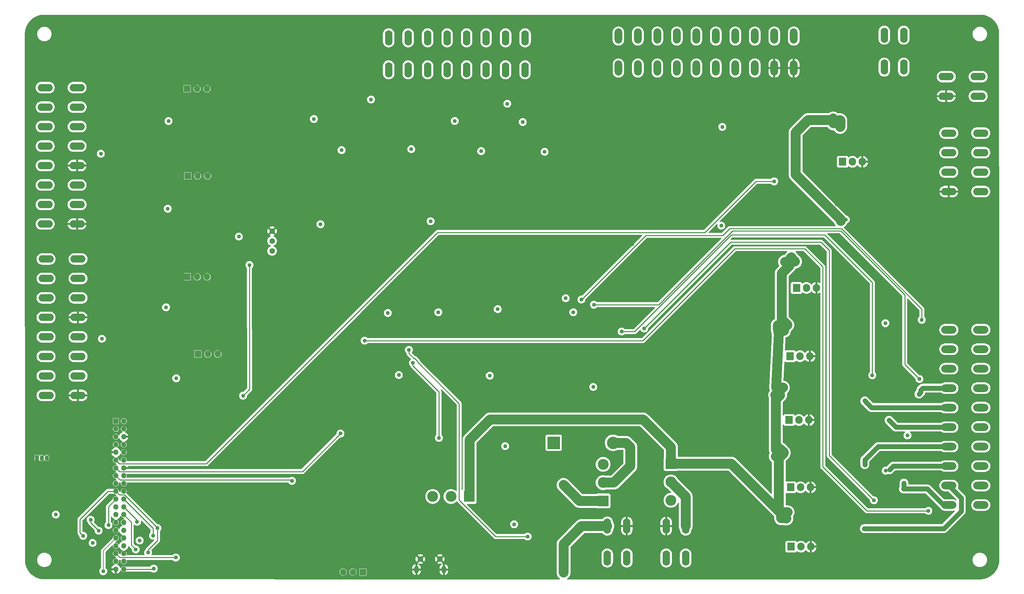
<source format=gbl>
G04 #@! TF.GenerationSoftware,KiCad,Pcbnew,8.0.9*
G04 #@! TF.CreationDate,2025-05-25T13:16:14-05:00*
G04 #@! TF.ProjectId,karca_v2,6b617263-615f-4763-922e-6b696361645f,rev?*
G04 #@! TF.SameCoordinates,Original*
G04 #@! TF.FileFunction,Copper,L4,Bot*
G04 #@! TF.FilePolarity,Positive*
%FSLAX46Y46*%
G04 Gerber Fmt 4.6, Leading zero omitted, Abs format (unit mm)*
G04 Created by KiCad (PCBNEW 8.0.9) date 2025-05-25 13:16:14*
%MOMM*%
%LPD*%
G01*
G04 APERTURE LIST*
G04 #@! TA.AperFunction,ComponentPad*
%ADD10O,3.860800X1.930400*%
G04 #@! TD*
G04 #@! TA.AperFunction,ComponentPad*
%ADD11O,1.930400X3.860800*%
G04 #@! TD*
G04 #@! TA.AperFunction,ComponentPad*
%ADD12C,2.775000*%
G04 #@! TD*
G04 #@! TA.AperFunction,ComponentPad*
%ADD13R,2.775000X2.775000*%
G04 #@! TD*
G04 #@! TA.AperFunction,ComponentPad*
%ADD14O,3.900000X1.950000*%
G04 #@! TD*
G04 #@! TA.AperFunction,ComponentPad*
%ADD15O,1.950000X3.900000*%
G04 #@! TD*
G04 #@! TA.AperFunction,ComponentPad*
%ADD16C,1.450000*%
G04 #@! TD*
G04 #@! TA.AperFunction,ComponentPad*
%ADD17O,1.200000X1.900000*%
G04 #@! TD*
G04 #@! TA.AperFunction,ComponentPad*
%ADD18C,1.980000*%
G04 #@! TD*
G04 #@! TA.AperFunction,ComponentPad*
%ADD19R,1.350000X1.350000*%
G04 #@! TD*
G04 #@! TA.AperFunction,ComponentPad*
%ADD20O,1.350000X1.350000*%
G04 #@! TD*
G04 #@! TA.AperFunction,ComponentPad*
%ADD21R,1.700000X1.700000*%
G04 #@! TD*
G04 #@! TA.AperFunction,ComponentPad*
%ADD22O,1.700000X1.700000*%
G04 #@! TD*
G04 #@! TA.AperFunction,ComponentPad*
%ADD23R,3.200000X3.200000*%
G04 #@! TD*
G04 #@! TA.AperFunction,ComponentPad*
%ADD24O,3.200000X3.200000*%
G04 #@! TD*
G04 #@! TA.AperFunction,ComponentPad*
%ADD25C,1.440000*%
G04 #@! TD*
G04 #@! TA.AperFunction,ComponentPad*
%ADD26R,1.905000X2.000000*%
G04 #@! TD*
G04 #@! TA.AperFunction,ComponentPad*
%ADD27O,1.905000X2.000000*%
G04 #@! TD*
G04 #@! TA.AperFunction,ComponentPad*
%ADD28R,1.050000X1.500000*%
G04 #@! TD*
G04 #@! TA.AperFunction,ComponentPad*
%ADD29O,1.050000X1.500000*%
G04 #@! TD*
G04 #@! TA.AperFunction,ViaPad*
%ADD30C,1.016000*%
G04 #@! TD*
G04 #@! TA.AperFunction,Conductor*
%ADD31C,2.540000*%
G04 #@! TD*
G04 #@! TA.AperFunction,Conductor*
%ADD32C,0.254000*%
G04 #@! TD*
G04 #@! TA.AperFunction,Conductor*
%ADD33C,0.200000*%
G04 #@! TD*
G04 #@! TA.AperFunction,Conductor*
%ADD34C,1.270000*%
G04 #@! TD*
G04 APERTURE END LIST*
D10*
X44520600Y-139142194D03*
X44520600Y-134142194D03*
X44520600Y-129142194D03*
X44520600Y-124142194D03*
X44520600Y-119142194D03*
X44520600Y-114142194D03*
X44520600Y-109142194D03*
X44520600Y-104142194D03*
X36320600Y-139142194D03*
X36320600Y-134142194D03*
X36320600Y-129142194D03*
X36320600Y-124142194D03*
X36320600Y-119142194D03*
X36320600Y-114142194D03*
X36320600Y-109142194D03*
X36320600Y-104142194D03*
X44293400Y-95144600D03*
X44293400Y-90144600D03*
X44293400Y-85144600D03*
X44293400Y-80144600D03*
X44293400Y-75144600D03*
X44293400Y-70144600D03*
X44293400Y-65144600D03*
X44293400Y-60144600D03*
X36093400Y-95144600D03*
X36093400Y-90144600D03*
X36093400Y-85144600D03*
X36093400Y-80144600D03*
X36093400Y-75144600D03*
X36093400Y-70144600D03*
X36093400Y-65144600D03*
X36093400Y-60144600D03*
D11*
X124220000Y-55571000D03*
X129220000Y-55571000D03*
X134220000Y-55571000D03*
X139220000Y-55571000D03*
X144220000Y-55571000D03*
X149220000Y-55571000D03*
X154220000Y-55571000D03*
X159220000Y-55571000D03*
X124220000Y-47371000D03*
X129220000Y-47371000D03*
X134220000Y-47371000D03*
X139220000Y-47371000D03*
X144220000Y-47371000D03*
X149220000Y-47371000D03*
X154220000Y-47371000D03*
X159220000Y-47371000D03*
D12*
X140207000Y-165100000D03*
D13*
X144907000Y-165100000D03*
D12*
X135507000Y-165100000D03*
X179244800Y-161549400D03*
D13*
X179244800Y-166249400D03*
D12*
X179244800Y-156849400D03*
X196645000Y-161387400D03*
D13*
X196645000Y-156687400D03*
D12*
X196645000Y-166087400D03*
D10*
X267263000Y-57340784D03*
X267263000Y-62340784D03*
X275463000Y-57340784D03*
X275463000Y-62340784D03*
X276124800Y-71822607D03*
X267924800Y-76822607D03*
X267924800Y-81822607D03*
X267924800Y-86822607D03*
X267924800Y-71822607D03*
X276124800Y-76822607D03*
X276124800Y-81822607D03*
X276124800Y-86822607D03*
D14*
X267948800Y-122298400D03*
X267948800Y-127298400D03*
X267948800Y-132298400D03*
X267948800Y-137298400D03*
X267948800Y-142298400D03*
X267948800Y-147298400D03*
X267948800Y-152298400D03*
X267948800Y-157298400D03*
X267948800Y-162298400D03*
X267948800Y-167298400D03*
X276148800Y-122298400D03*
X276148800Y-127298400D03*
X276148800Y-132298400D03*
X276148800Y-137298400D03*
X276148800Y-142298400D03*
X276148800Y-147298400D03*
X276148800Y-152298400D03*
X276148800Y-157298400D03*
X276148800Y-162298400D03*
X276148800Y-167298400D03*
D15*
X183163200Y-55113800D03*
X188163200Y-55113800D03*
X193163200Y-55113800D03*
X198163200Y-55113800D03*
X203163200Y-55113800D03*
X208163200Y-55113800D03*
X213163200Y-55113800D03*
X218163200Y-55113800D03*
X223163200Y-55113800D03*
X228163200Y-55113800D03*
X183163200Y-46913800D03*
X188163200Y-46913800D03*
X193163200Y-46913800D03*
X198163200Y-46913800D03*
X203163200Y-46913800D03*
X208163200Y-46913800D03*
X213163200Y-46913800D03*
X218163200Y-46913800D03*
X223163200Y-46913800D03*
X228163200Y-46913800D03*
D16*
X132348600Y-181163500D03*
X137348600Y-181163500D03*
D17*
X131348600Y-183863500D03*
X138348600Y-183863500D03*
D11*
X185318000Y-172703400D03*
X180318000Y-172703400D03*
X185318000Y-180903400D03*
X180318000Y-180903400D03*
X200427200Y-172703400D03*
X195427200Y-172703400D03*
X200427200Y-180903400D03*
X195427200Y-180903400D03*
D18*
X169084800Y-184654800D03*
X169084800Y-162154800D03*
D11*
X251371384Y-54883800D03*
X256371384Y-54883800D03*
X251371384Y-46683800D03*
X256371384Y-46683800D03*
D19*
X54235600Y-145765000D03*
D20*
X56235600Y-145765000D03*
X54235600Y-147765000D03*
X56235600Y-147765000D03*
X54235600Y-149765000D03*
X56235600Y-149765000D03*
X54235600Y-151765000D03*
X56235600Y-151765000D03*
X54235600Y-153765000D03*
X56235600Y-153765000D03*
X54235600Y-155765000D03*
X56235600Y-155765000D03*
X54235600Y-157765000D03*
X56235600Y-157765000D03*
X54235600Y-159765000D03*
X56235600Y-159765000D03*
X54235600Y-161765000D03*
X56235600Y-161765000D03*
X54235600Y-163765000D03*
X56235600Y-163765000D03*
X54235600Y-165765000D03*
X56235600Y-165765000D03*
X54235600Y-167765000D03*
X56235600Y-167765000D03*
X54235600Y-169765000D03*
X56235600Y-169765000D03*
X54235600Y-171765000D03*
X56235600Y-171765000D03*
X54235600Y-173765000D03*
X56235600Y-173765000D03*
X54235600Y-175765000D03*
X56235600Y-175765000D03*
X54235600Y-177765000D03*
X56235600Y-177765000D03*
X54235600Y-179765000D03*
X56235600Y-179765000D03*
X54235600Y-181765000D03*
X56235600Y-181765000D03*
X54235600Y-183765000D03*
X56235600Y-183765000D03*
D21*
X117602000Y-184531000D03*
D22*
X115062000Y-184531000D03*
X112522000Y-184531000D03*
D23*
X166544800Y-151332200D03*
D24*
X181784800Y-151332200D03*
D21*
X72517000Y-60452000D03*
D22*
X75057000Y-60452000D03*
X77597000Y-60452000D03*
D25*
X94314400Y-96988600D03*
X94314400Y-99528600D03*
X94314400Y-102068600D03*
D26*
X240665000Y-79177000D03*
D27*
X243205000Y-79177000D03*
X245745000Y-79177000D03*
D26*
X228854000Y-111562000D03*
D27*
X231394000Y-111562000D03*
X233934000Y-111562000D03*
D21*
X75285600Y-128524000D03*
D22*
X77825600Y-128524000D03*
X80365600Y-128524000D03*
D26*
X227330000Y-162743000D03*
D27*
X229870000Y-162743000D03*
X232410000Y-162743000D03*
D21*
X72549000Y-108712000D03*
D22*
X75089000Y-108712000D03*
X77629000Y-108712000D03*
D26*
X227203000Y-129088000D03*
D27*
X229743000Y-129088000D03*
X232283000Y-129088000D03*
D28*
X33959800Y-155223800D03*
D29*
X35229800Y-155223800D03*
X36499800Y-155223800D03*
D21*
X72676000Y-82804000D03*
D22*
X75216000Y-82804000D03*
X77756000Y-82804000D03*
D26*
X227457000Y-177983000D03*
D27*
X229997000Y-177983000D03*
X232537000Y-177983000D03*
D26*
X226949000Y-145471000D03*
D27*
X229489000Y-145471000D03*
X232029000Y-145471000D03*
D30*
X127355600Y-79375000D03*
X241503200Y-94005400D03*
X226491800Y-121081800D03*
X238252000Y-68072000D03*
X225907600Y-104851200D03*
X227025200Y-105867200D03*
X224028000Y-121158000D03*
X224764612Y-154813000D03*
X238379000Y-69342000D03*
X225653600Y-122555000D03*
X224205800Y-123164600D03*
X227533246Y-103733646D03*
X224917000Y-170688000D03*
X226237800Y-170789600D03*
X240106200Y-68529200D03*
X228498400Y-104800400D03*
X226568000Y-169164000D03*
X240030000Y-70231000D03*
X224815388Y-153034988D03*
X223393000Y-139065000D03*
X223520000Y-154813000D03*
X225374209Y-137160009D03*
X225044000Y-169164000D03*
X240207800Y-94361000D03*
X223520000Y-153035000D03*
X224663000Y-139065000D03*
X223647000Y-137160000D03*
X190398400Y-167614600D03*
X101727000Y-69977000D03*
X68656200Y-154965400D03*
X214960200Y-86029800D03*
X134569200Y-63423800D03*
X150520400Y-64135000D03*
X91313000Y-111480600D03*
X40640000Y-170180000D03*
X220903800Y-152527000D03*
X121081800Y-71374000D03*
X205917800Y-136931400D03*
X172821600Y-142062200D03*
X164719000Y-81534000D03*
X254101600Y-73863200D03*
X274447000Y-114401600D03*
X139573000Y-113157000D03*
X119456200Y-48361600D03*
X81330800Y-86487000D03*
X194589400Y-90195400D03*
X104114600Y-63423800D03*
X68503800Y-139573000D03*
X261670800Y-63550800D03*
X246481600Y-90043000D03*
X42037000Y-161544000D03*
X101473000Y-112395000D03*
X180162200Y-113715800D03*
X88950800Y-63449200D03*
X223443800Y-81178400D03*
X96570800Y-48361600D03*
X213385400Y-175336200D03*
X81330800Y-70358000D03*
X132029200Y-154990800D03*
X279374600Y-101600000D03*
X269265400Y-175209200D03*
X91516200Y-175285400D03*
X60985400Y-162458400D03*
X125831600Y-63754000D03*
X167665400Y-167614600D03*
X157403800Y-123520200D03*
X188671200Y-113690400D03*
X91465400Y-167665400D03*
X180289200Y-101752400D03*
X83794600Y-129514600D03*
X190881000Y-175234600D03*
X180238400Y-55880000D03*
X104216200Y-48260000D03*
X172745400Y-63601600D03*
X213385400Y-132156200D03*
X58420000Y-101701600D03*
X190754000Y-182854600D03*
X40589200Y-147294600D03*
X266649200Y-114223800D03*
X101574600Y-162585400D03*
X213410800Y-152400000D03*
X48310800Y-162483800D03*
X246430800Y-152298400D03*
X48234600Y-139700000D03*
X114096800Y-162483800D03*
X160045400Y-139750800D03*
X43256200Y-55956200D03*
X269214600Y-182956200D03*
X215900000Y-63601600D03*
X180467000Y-63423800D03*
X246303800Y-132156200D03*
X193421000Y-81432400D03*
X96443800Y-78740000D03*
X40690800Y-154940000D03*
X91440000Y-182854600D03*
X147269200Y-162687000D03*
X50571400Y-101574600D03*
X279476200Y-93980000D03*
X175260000Y-175437800D03*
X152400000Y-139471400D03*
X132562600Y-117602000D03*
X205765400Y-175209200D03*
X96545400Y-63550800D03*
X231165400Y-167665400D03*
X77343000Y-110998000D03*
X58521600Y-55778400D03*
X239091739Y-90055975D03*
X76250800Y-147370800D03*
X172999400Y-81280000D03*
X205638400Y-167690800D03*
X124409200Y-164998400D03*
X221005400Y-116789200D03*
X109093000Y-181483000D03*
X213309200Y-124358400D03*
X50825400Y-55905400D03*
X231267000Y-173736000D03*
X160045400Y-131064000D03*
X231216200Y-81305400D03*
X213461600Y-167614600D03*
X173126400Y-88849200D03*
X119329200Y-55880000D03*
X117602000Y-87884000D03*
X213309200Y-182981600D03*
X186696382Y-100336382D03*
X58547000Y-71170800D03*
X50850800Y-109372400D03*
X83794600Y-175336200D03*
X139649200Y-175285400D03*
X162433000Y-182905400D03*
X272059400Y-152552400D03*
X139090400Y-135966200D03*
X67335400Y-64287400D03*
X213309200Y-137236200D03*
X188188600Y-88823800D03*
X88138000Y-90805000D03*
X137261600Y-78790800D03*
X205841600Y-110337600D03*
X254431800Y-103682800D03*
X109093000Y-112395000D03*
X60883800Y-147294600D03*
X246100600Y-74041000D03*
X96520000Y-139547600D03*
X51943000Y-119481600D03*
X205714600Y-132130800D03*
X223596200Y-73660000D03*
X220980000Y-183108600D03*
X167665400Y-175209200D03*
X254025400Y-174929800D03*
X44860976Y-178608224D03*
X223545400Y-88874600D03*
X132029200Y-162661600D03*
X106654600Y-175209200D03*
X271830800Y-93903800D03*
X232562400Y-152374600D03*
X58420000Y-63627000D03*
X99009200Y-182930800D03*
X58648600Y-86461600D03*
X223621600Y-63576200D03*
X154965400Y-170230800D03*
X73660000Y-48260000D03*
X180213000Y-142011400D03*
X103987600Y-78689200D03*
X249275600Y-103251000D03*
X241401600Y-167589200D03*
X111810800Y-55880000D03*
X149428200Y-72618600D03*
X165074600Y-101727000D03*
X241249200Y-116713000D03*
X40614600Y-139801600D03*
X205155800Y-94843600D03*
X118770400Y-135966200D03*
X106680000Y-182905400D03*
X99009200Y-175260000D03*
X180416200Y-73507600D03*
X277012400Y-175387000D03*
X246430800Y-48082200D03*
X99060000Y-167690800D03*
X157505400Y-86385400D03*
X157581600Y-101600000D03*
X112649000Y-70358000D03*
X205841600Y-159994600D03*
X231089200Y-182854600D03*
X117094000Y-113665000D03*
X246380000Y-144754600D03*
X156464000Y-69850000D03*
X213410800Y-144602200D03*
X231267000Y-88722200D03*
X187934600Y-73558400D03*
X62306200Y-182118000D03*
X48260000Y-147370800D03*
X215925400Y-73634600D03*
X271475200Y-144754600D03*
X152527000Y-130962400D03*
X164973000Y-55880000D03*
X164820600Y-65354200D03*
X137134600Y-130632200D03*
X154432000Y-161798000D03*
X150977600Y-112522000D03*
X96520000Y-71247000D03*
X83896200Y-147345400D03*
X139674600Y-154990800D03*
X193014600Y-63627000D03*
X68478400Y-162483800D03*
X208356200Y-63525400D03*
X73787000Y-101498400D03*
X172618400Y-48260000D03*
X90982800Y-101549200D03*
X261645400Y-73710800D03*
X128371600Y-89585800D03*
X65786000Y-78740000D03*
X83820000Y-182905400D03*
X230987600Y-63652400D03*
X264312400Y-101574600D03*
X61036200Y-154965400D03*
X81280000Y-63474600D03*
X58343800Y-137160000D03*
X89052400Y-55880000D03*
X157556200Y-111760000D03*
X60325000Y-173228000D03*
X154940000Y-182880000D03*
X238836200Y-182905400D03*
X205689200Y-182880000D03*
X73558400Y-55803800D03*
X81508600Y-48361600D03*
X157353000Y-82169000D03*
X106578400Y-167690800D03*
X147345400Y-154965400D03*
X76200000Y-183032400D03*
X68529200Y-147269200D03*
X200232776Y-124058176D03*
X119761000Y-120446800D03*
X149352000Y-85420200D03*
X205663800Y-152425400D03*
X88900000Y-78740000D03*
X120904000Y-80391000D03*
X261696200Y-175209200D03*
X83794600Y-138252200D03*
X161315400Y-64744600D03*
X231419400Y-73634600D03*
X240106200Y-144780000D03*
X124536200Y-154940000D03*
X111810800Y-48437800D03*
X50825400Y-48336200D03*
X180340000Y-132080000D03*
X261620000Y-182880000D03*
X148539200Y-79095600D03*
X104114600Y-86385400D03*
X198120000Y-86106000D03*
X180416200Y-48183800D03*
X109194600Y-121894600D03*
X176530000Y-73558400D03*
X114300000Y-154990800D03*
X193040000Y-144653000D03*
X190525400Y-152425400D03*
X271856200Y-101676200D03*
X166116000Y-72872600D03*
X58521600Y-109270800D03*
X139776200Y-86512400D03*
X200660000Y-63474600D03*
X165150800Y-142062200D03*
X246380000Y-63500000D03*
X254508000Y-139065000D03*
X85877400Y-110185200D03*
X66014600Y-48310800D03*
X96520000Y-55880000D03*
X114274600Y-121920000D03*
X163423600Y-135534400D03*
X48412400Y-129489200D03*
X88239600Y-86410800D03*
X162219000Y-149483600D03*
X40589200Y-119380000D03*
X164338000Y-116560600D03*
X175234600Y-160299400D03*
X101498400Y-121970800D03*
X81280000Y-55880000D03*
X221005400Y-137134600D03*
X215646000Y-83439000D03*
X165100000Y-48183800D03*
X254076200Y-182803800D03*
X40589200Y-182905400D03*
X180517800Y-89027000D03*
X199313800Y-132003800D03*
X58521600Y-78562200D03*
X253974600Y-90195400D03*
X190601600Y-160147000D03*
X238506000Y-150114000D03*
X205740000Y-144729200D03*
X172821600Y-101879400D03*
X83743800Y-121843800D03*
X180238400Y-81280000D03*
X167690800Y-155067000D03*
X106654600Y-162585400D03*
X76174600Y-154990800D03*
X156260800Y-154914600D03*
X91338400Y-129514600D03*
X187985400Y-81178400D03*
X165023800Y-86410800D03*
X69697600Y-129159000D03*
X172770800Y-55880000D03*
X81254600Y-79248000D03*
X112776000Y-79121000D03*
X109296200Y-129413000D03*
X42976800Y-48234600D03*
X48260000Y-173990000D03*
X89052400Y-48437800D03*
X193141600Y-124434600D03*
X58521600Y-48336200D03*
X50850800Y-63449200D03*
X112547400Y-64084200D03*
X104190800Y-55905400D03*
X238658400Y-81203800D03*
X66548000Y-109905800D03*
X101447600Y-129717800D03*
X132181600Y-175285400D03*
X124409200Y-175234600D03*
X48082200Y-154940000D03*
X58394600Y-129489200D03*
X147294600Y-175234600D03*
X241528600Y-53721000D03*
X221390976Y-102899976D03*
X238582200Y-73634600D03*
X253949200Y-63601600D03*
X76250800Y-138430000D03*
X147269200Y-182956200D03*
X121894600Y-86258400D03*
X175234600Y-154889200D03*
X40640000Y-177723800D03*
X66167000Y-55905400D03*
X264033000Y-144830800D03*
X144678400Y-139623800D03*
X215773000Y-89763600D03*
X142214600Y-63500000D03*
X172720000Y-182803800D03*
X246354600Y-182930800D03*
X187960000Y-132130800D03*
X114376200Y-129438400D03*
X132181600Y-71170800D03*
X66040000Y-101396800D03*
X91567000Y-121945400D03*
X69723000Y-134772400D03*
X150164800Y-134093700D03*
X67741800Y-68732400D03*
X50368200Y-77114400D03*
X147955000Y-76454000D03*
X119684800Y-63195200D03*
X171577000Y-117805200D03*
X85775800Y-98399600D03*
X158623000Y-68986400D03*
X209804000Y-70231000D03*
X136958682Y-117803318D03*
X134975600Y-94441400D03*
X176707800Y-137007600D03*
X48260000Y-177038000D03*
X251663200Y-120624600D03*
X105029000Y-68199000D03*
X169646600Y-114223800D03*
X156413200Y-172237400D03*
X60325000Y-176403000D03*
X112141000Y-76200000D03*
X38836600Y-169748200D03*
X126822200Y-133934200D03*
X67538600Y-91236800D03*
X154101800Y-152171400D03*
X106730800Y-95224600D03*
X154660600Y-64287400D03*
X50647600Y-124637800D03*
X130022600Y-75946000D03*
X209550000Y-95580200D03*
X67106800Y-116535200D03*
X124008400Y-118009579D03*
X257327400Y-149428200D03*
X164236400Y-76631800D03*
X152196800Y-117017800D03*
X141173200Y-68707000D03*
X223139000Y-84201000D03*
X111842370Y-148951770D03*
X99390200Y-161086800D03*
X45821600Y-175209200D03*
X64897000Y-173228000D03*
X62484000Y-179501800D03*
X52324000Y-172466000D03*
X63754000Y-175133000D03*
X59672853Y-171594406D03*
X59334400Y-178689000D03*
X50977800Y-184277000D03*
X69608700Y-180784500D03*
X47752000Y-171069000D03*
X49784000Y-173863000D03*
X63957200Y-183616600D03*
X260273800Y-138811000D03*
X260731000Y-137795000D03*
X252603000Y-145542000D03*
X251714000Y-158496000D03*
X252730000Y-158242000D03*
X256311400Y-163169600D03*
X256413000Y-161671000D03*
X246379982Y-140570200D03*
X246960900Y-141151100D03*
X246380000Y-155702000D03*
X246380000Y-156921200D03*
X246253000Y-173355000D03*
X247497600Y-173355000D03*
X262686800Y-168783000D03*
X118040900Y-125095000D03*
X173659800Y-114554000D03*
X260985000Y-119761000D03*
X260400800Y-134975600D03*
X176867300Y-115874800D03*
X183972200Y-122783600D03*
X248310400Y-133985000D03*
X248716800Y-166065200D03*
X189788800Y-121996200D03*
X88493600Y-105689400D03*
X86868000Y-139217400D03*
X130458976Y-130817100D03*
X137109200Y-150063200D03*
X129413000Y-127482600D03*
X159867600Y-175387000D03*
D31*
X240106200Y-68529200D02*
X240106200Y-70154800D01*
X225298000Y-153517600D02*
X224815388Y-153034988D01*
X224028000Y-122199400D02*
X224307400Y-121920000D01*
X226466400Y-121081800D02*
X226491800Y-121081800D01*
X240207800Y-94045719D02*
X228650800Y-82488719D01*
X225044000Y-119634000D02*
X225044000Y-107848400D01*
X223520000Y-154813000D02*
X224764612Y-154813000D01*
X224917000Y-170688000D02*
X226136200Y-170688000D01*
X226491800Y-121107200D02*
X226466400Y-121081800D01*
X144957400Y-150601200D02*
X150240600Y-145318000D01*
X225552000Y-154025600D02*
X225552000Y-153771600D01*
X224764612Y-154812988D02*
X224764612Y-154813000D01*
X224307400Y-123266200D02*
X223647000Y-137160000D01*
X226491800Y-121081800D02*
X225044000Y-119634000D01*
X227228400Y-104114600D02*
X227533246Y-103809754D01*
X226491800Y-104851200D02*
X225907600Y-104851200D01*
X225044000Y-107848400D02*
X227025200Y-105867200D01*
X237845600Y-68478400D02*
X238252000Y-68072000D01*
X231825800Y-68478400D02*
X237845600Y-68478400D01*
X225044000Y-169595800D02*
X226237800Y-170789600D01*
X225552000Y-154025600D02*
X224764612Y-154812988D01*
X225552000Y-153771600D02*
X224815388Y-153034988D01*
X189483600Y-145318000D02*
X196645000Y-152479400D01*
X224307400Y-121920000D02*
X225653600Y-122555000D01*
X225044000Y-169164000D02*
X225044000Y-169595800D01*
X226568000Y-169164000D02*
X225044000Y-169164000D01*
X225552000Y-154025600D02*
X225298000Y-153771600D01*
X226259100Y-105083900D02*
X226491800Y-104851200D01*
X224028000Y-121158000D02*
X224028000Y-122199400D01*
X223520000Y-151993600D02*
X225298000Y-153771600D01*
X227533246Y-103809754D02*
X227533246Y-103733646D01*
X224332800Y-153517576D02*
X224815388Y-153034988D01*
X225298000Y-153771600D02*
X225298000Y-153517600D01*
X228650800Y-71653400D02*
X231825800Y-68478400D01*
X227025200Y-105867200D02*
X226259100Y-105101100D01*
X196645000Y-152479400D02*
X196645000Y-156687400D01*
X144981383Y-164653000D02*
X144957400Y-164629017D01*
X224917000Y-169468800D02*
X224917000Y-170688000D01*
X224332800Y-168452800D02*
X224332800Y-153517576D01*
X225297991Y-137160009D02*
X225374209Y-137160009D01*
X223393000Y-139065000D02*
X225297991Y-137160009D01*
X228498400Y-104800400D02*
X227812600Y-104114600D01*
X228650800Y-82488719D02*
X228650800Y-71653400D01*
X238379000Y-69342000D02*
X239979200Y-68478400D01*
X226259100Y-105101100D02*
X226259100Y-105083900D01*
X224205800Y-123164600D02*
X224307400Y-123266200D01*
X225044000Y-169164000D02*
X224332800Y-168452800D01*
X196645000Y-156687400D02*
X212135600Y-156687400D01*
X150240600Y-145318000D02*
X189483600Y-145318000D01*
X226491800Y-121081800D02*
X226491800Y-121107200D01*
X226136200Y-170688000D02*
X226237800Y-170789600D01*
X212135600Y-156687400D02*
X224917000Y-169468800D01*
X144957400Y-164629017D02*
X144957400Y-150601200D01*
X227812600Y-104114600D02*
X227228400Y-104114600D01*
X240207800Y-94361000D02*
X240207800Y-94045719D01*
X240106200Y-70154800D02*
X240030000Y-70231000D01*
X223520000Y-153035000D02*
X223520000Y-151993600D01*
X223520000Y-153035000D02*
X223520000Y-140208000D01*
X223520000Y-140208000D02*
X224663000Y-139065000D01*
X179244800Y-161549400D02*
X181989800Y-161549400D01*
X185134600Y-151332200D02*
X181784800Y-151332200D01*
X181989800Y-161549400D02*
X186232400Y-157306800D01*
X186232400Y-152430000D02*
X185134600Y-151332200D01*
X186232400Y-157306800D02*
X186232400Y-152430000D01*
X169084800Y-184654800D02*
X169084800Y-177324600D01*
X169084800Y-177324600D02*
X173706000Y-172703400D01*
X173706000Y-172703400D02*
X180318000Y-172703400D01*
X173179400Y-166249400D02*
X169084800Y-162154800D01*
X179244800Y-166249400D02*
X173179400Y-166249400D01*
D32*
X205308200Y-97332800D02*
X136779000Y-97332800D01*
X223070923Y-84183723D02*
X223139000Y-84201000D01*
X77417400Y-156694400D02*
X55156400Y-156694400D01*
X55156400Y-156694400D02*
X54254400Y-155792400D01*
X136779000Y-97332800D02*
X77417400Y-156694400D01*
X223139000Y-84201000D02*
X218440000Y-84201000D01*
X218440000Y-84201000D02*
X205308200Y-97332800D01*
X102099740Y-158694400D02*
X111842370Y-148951770D01*
X54254400Y-157792400D02*
X55156400Y-158694400D01*
X55156400Y-158694400D02*
X102099740Y-158694400D01*
X54254400Y-159792400D02*
X55345600Y-160883600D01*
X55345600Y-160883600D02*
X99187000Y-160883600D01*
X99187000Y-160883600D02*
X99390200Y-161086800D01*
X45008800Y-174396400D02*
X45008800Y-170967400D01*
X54254400Y-163792400D02*
X55156400Y-164694400D01*
X56432021Y-164694400D02*
X64897000Y-173159379D01*
X62484000Y-178816000D02*
X64897000Y-176403000D01*
X45008800Y-170967400D02*
X52183800Y-163792400D01*
X62484000Y-179501800D02*
X62484000Y-178816000D01*
X52183800Y-163792400D02*
X54254400Y-163792400D01*
X64897000Y-176403000D02*
X64897000Y-173228000D01*
X64897000Y-173159379D02*
X64897000Y-173228000D01*
X55156400Y-164694400D02*
X56432021Y-164694400D01*
X45821600Y-175209200D02*
X45008800Y-174396400D01*
X52324000Y-172466000D02*
X52324000Y-167722800D01*
X52324000Y-167722800D02*
X54254400Y-165792400D01*
X63754000Y-173292000D02*
X63754000Y-175133000D01*
X56254400Y-165792400D02*
X63754000Y-173292000D01*
X59672853Y-171210853D02*
X59672853Y-171594406D01*
X56254400Y-167792400D02*
X59672853Y-171210853D01*
X58166000Y-171704000D02*
X58166000Y-177520600D01*
X56254400Y-169792400D02*
X58166000Y-171704000D01*
X58166000Y-177520600D02*
X59334400Y-178689000D01*
D33*
X50977800Y-184277000D02*
X50977800Y-179069000D01*
X50977800Y-179069000D02*
X54254400Y-175792400D01*
D32*
X55246500Y-180784500D02*
X69608700Y-180784500D01*
X54254400Y-179792400D02*
X55246500Y-180784500D01*
X47752000Y-171831000D02*
X47752000Y-171069000D01*
X49784000Y-173863000D02*
X47752000Y-171831000D01*
X56254400Y-183792400D02*
X63781400Y-183792400D01*
X63781400Y-183792400D02*
X63957200Y-183616600D01*
D34*
X260731000Y-137795000D02*
X260731000Y-138353800D01*
X267948800Y-137298400D02*
X261227600Y-137298400D01*
X260731000Y-138353800D02*
X260273800Y-138811000D01*
X261227600Y-137298400D02*
X260731000Y-137795000D01*
X254359400Y-147298400D02*
X252603000Y-145542000D01*
X267948800Y-147298400D02*
X254359400Y-147298400D01*
X267948800Y-157298400D02*
X253673600Y-157298400D01*
X253673600Y-157298400D02*
X252730000Y-158242000D01*
X256413000Y-163068000D02*
X256311400Y-163169600D01*
X256413000Y-161671000D02*
X256413000Y-163068000D01*
X266561600Y-167298400D02*
X264007600Y-164744400D01*
X262432800Y-163169600D02*
X256311400Y-163169600D01*
X264007600Y-164744400D02*
X262432800Y-163169600D01*
X267948800Y-167298400D02*
X266561600Y-167298400D01*
D31*
X200427200Y-165169600D02*
X200427200Y-172703400D01*
X196645000Y-161387400D02*
X200427200Y-165169600D01*
D34*
X246379982Y-140570200D02*
X246960882Y-141151100D01*
X248108200Y-142298400D02*
X246960900Y-141151100D01*
X267948800Y-142298400D02*
X248108200Y-142298400D01*
X246960882Y-141151100D02*
X246960900Y-141151100D01*
X249783600Y-152298400D02*
X246380000Y-155702000D01*
X246380000Y-156921200D02*
X246380000Y-155702000D01*
X267948800Y-152298400D02*
X249783600Y-152298400D01*
X266623800Y-173355000D02*
X248793000Y-173355000D01*
X246253000Y-173355000D02*
X247497600Y-173355000D01*
X271119600Y-168859200D02*
X266623800Y-173355000D01*
X267948800Y-162298400D02*
X271119600Y-165469200D01*
X248793000Y-173355000D02*
X247497600Y-173355000D01*
X271119600Y-165469200D02*
X271119600Y-168859200D01*
D32*
X235597100Y-157466700D02*
X246913400Y-168783000D01*
X230962200Y-101498400D02*
X235597100Y-106133300D01*
X235597100Y-106133300D02*
X235597100Y-157466700D01*
X118040900Y-125095000D02*
X189458600Y-125095000D01*
X189458600Y-125095000D02*
X213055200Y-101498400D01*
X213055200Y-101498400D02*
X230962200Y-101498400D01*
X246913400Y-168783000D02*
X262686800Y-168783000D01*
X173736000Y-114554000D02*
X190195200Y-98094800D01*
X173659800Y-114554000D02*
X173659800Y-114630200D01*
X260985000Y-116967000D02*
X260985000Y-119761000D01*
X240360200Y-96342200D02*
X260985000Y-116967000D01*
X190195200Y-98094800D02*
X209905600Y-98094800D01*
X209905600Y-98094800D02*
X211658200Y-96342200D01*
X211658200Y-96342200D02*
X240360200Y-96342200D01*
X173659800Y-114630200D02*
X173456600Y-114833400D01*
X173659800Y-114554000D02*
X173736000Y-114554000D01*
X176968900Y-115874800D02*
X176867300Y-115874800D01*
X193497080Y-115874800D02*
X212470880Y-96901000D01*
X240200580Y-96901000D02*
X256641600Y-113342020D01*
X256641600Y-131216400D02*
X260400800Y-134975600D01*
X176867300Y-115874800D02*
X176867300Y-115976400D01*
X256641600Y-113342020D02*
X256641600Y-131216400D01*
X212470880Y-96901000D02*
X240200580Y-96901000D01*
X176867300Y-115976400D02*
X176968900Y-115874800D01*
X176968900Y-115874800D02*
X193497080Y-115874800D01*
X212122500Y-97967800D02*
X187306700Y-122783600D01*
X187306700Y-122783600D02*
X183972200Y-122783600D01*
X248310400Y-133985000D02*
X248310400Y-110152580D01*
X248310400Y-110152580D02*
X236125620Y-97967800D01*
X236125620Y-97967800D02*
X212122500Y-97967800D01*
X237261400Y-101955600D02*
X235127800Y-99822000D01*
X211963000Y-99822000D02*
X189788800Y-121996200D01*
X189687200Y-121996200D02*
X189788800Y-121996200D01*
X237261400Y-154609800D02*
X237261400Y-101955600D01*
X235127800Y-99822000D02*
X211963000Y-99822000D01*
X248716800Y-166065200D02*
X237261400Y-154609800D01*
X88493600Y-105689400D02*
X88519000Y-105664000D01*
X86868000Y-139217400D02*
X88417400Y-137668000D01*
X88417400Y-137668000D02*
X88519000Y-137668000D01*
X88519000Y-137668000D02*
X88493600Y-105689400D01*
X88519000Y-105664000D02*
X88544400Y-105638600D01*
X130708400Y-130784600D02*
X130675900Y-130817100D01*
X130675900Y-130817100D02*
X130458976Y-130817100D01*
X130458976Y-131551176D02*
X130458976Y-130817100D01*
X137109200Y-150063200D02*
X137109200Y-138201400D01*
X137109200Y-138201400D02*
X130458976Y-131551176D01*
X130715500Y-129674100D02*
X129413000Y-128371600D01*
X129413000Y-128371600D02*
X129413000Y-127482600D01*
X142303883Y-166052883D02*
X142303883Y-141262483D01*
X151638000Y-175387000D02*
X142303883Y-166052883D01*
X131601976Y-130343653D02*
X130932423Y-129674100D01*
X159867600Y-175387000D02*
X151638000Y-175387000D01*
X142303883Y-141262483D02*
X131601976Y-130560576D01*
X131601976Y-130560576D02*
X131601976Y-130343653D01*
X130932423Y-129674100D02*
X130715500Y-129674100D01*
G04 #@! TA.AperFunction,Conductor*
G36*
X60872641Y-171311889D02*
G01*
X60888696Y-171325429D01*
X63082181Y-173518914D01*
X63115666Y-173580237D01*
X63118500Y-173606595D01*
X63118500Y-174280904D01*
X63098815Y-174347943D01*
X63073165Y-174376757D01*
X63031748Y-174410746D01*
X62904718Y-174565536D01*
X62810333Y-174742118D01*
X62752208Y-174933728D01*
X62732582Y-175133000D01*
X62752208Y-175332271D01*
X62810333Y-175523881D01*
X62904718Y-175700463D01*
X62904720Y-175700465D01*
X62904722Y-175700469D01*
X62957681Y-175765000D01*
X63031747Y-175855252D01*
X63055097Y-175874414D01*
X63186531Y-175982278D01*
X63186534Y-175982280D01*
X63186536Y-175982281D01*
X63329091Y-176058478D01*
X63363120Y-176076667D01*
X63554731Y-176134792D01*
X63754000Y-176154418D01*
X63953269Y-176134792D01*
X63953270Y-176134791D01*
X63955805Y-176134542D01*
X64024451Y-176147561D01*
X64075161Y-176195626D01*
X64091836Y-176263477D01*
X64069180Y-176329571D01*
X64055640Y-176345626D01*
X63062555Y-177338712D01*
X62078892Y-178322375D01*
X62044847Y-178356420D01*
X61990373Y-178410893D01*
X61920830Y-178514971D01*
X61920823Y-178514984D01*
X61872922Y-178630628D01*
X61872921Y-178630633D01*
X61867865Y-178656050D01*
X61835478Y-178717960D01*
X61824913Y-178727709D01*
X61761750Y-178779545D01*
X61709272Y-178843491D01*
X61644802Y-178922049D01*
X61634718Y-178934336D01*
X61540333Y-179110918D01*
X61482208Y-179302528D01*
X61462582Y-179501800D01*
X61482208Y-179701071D01*
X61540333Y-179892681D01*
X61579815Y-179966547D01*
X61594057Y-180034950D01*
X61569057Y-180100194D01*
X61512752Y-180141564D01*
X61470457Y-180149000D01*
X57072384Y-180149000D01*
X57005345Y-180129315D01*
X56959590Y-180076511D01*
X56949646Y-180007353D01*
X56955339Y-179984054D01*
X56973090Y-179933327D01*
X56979102Y-179879967D01*
X56992056Y-179765003D01*
X56992056Y-179764996D01*
X56973091Y-179596678D01*
X56973090Y-179596676D01*
X56973090Y-179596673D01*
X56917143Y-179436786D01*
X56827021Y-179293357D01*
X56707243Y-179173579D01*
X56590295Y-179100096D01*
X56544005Y-179047763D01*
X56533356Y-178978709D01*
X56561732Y-178914861D01*
X56611475Y-178879476D01*
X56761582Y-178821324D01*
X56761587Y-178821322D01*
X56946730Y-178706685D01*
X56946731Y-178706685D01*
X57107654Y-178559985D01*
X57238884Y-178386208D01*
X57335944Y-178191287D01*
X57335949Y-178191274D01*
X57395542Y-177981830D01*
X57401555Y-177916938D01*
X57427341Y-177852001D01*
X57484141Y-177811313D01*
X57553922Y-177807793D01*
X57614529Y-177842558D01*
X57628128Y-177859488D01*
X57672374Y-177925708D01*
X57672377Y-177925711D01*
X58282511Y-178535844D01*
X58315996Y-178597167D01*
X58318233Y-178635677D01*
X58312982Y-178688998D01*
X58312982Y-178688999D01*
X58332608Y-178888271D01*
X58390733Y-179079881D01*
X58485118Y-179256463D01*
X58485120Y-179256465D01*
X58485122Y-179256469D01*
X58538121Y-179321049D01*
X58612147Y-179411252D01*
X58656586Y-179447721D01*
X58766931Y-179538278D01*
X58766934Y-179538280D01*
X58766936Y-179538281D01*
X58943518Y-179632666D01*
X58943520Y-179632667D01*
X59135131Y-179690792D01*
X59334400Y-179710418D01*
X59533669Y-179690792D01*
X59725280Y-179632667D01*
X59901869Y-179538278D01*
X60056652Y-179411252D01*
X60183678Y-179256469D01*
X60278067Y-179079880D01*
X60336192Y-178888269D01*
X60355818Y-178689000D01*
X60336192Y-178489731D01*
X60278067Y-178298120D01*
X60223104Y-178195292D01*
X60183681Y-178121536D01*
X60183680Y-178121534D01*
X60183678Y-178121531D01*
X60092645Y-178010606D01*
X60056652Y-177966747D01*
X59951672Y-177880594D01*
X59901869Y-177839722D01*
X59901865Y-177839720D01*
X59901863Y-177839718D01*
X59725281Y-177745333D01*
X59533671Y-177687208D01*
X59334400Y-177667582D01*
X59334399Y-177667582D01*
X59281077Y-177672833D01*
X59212432Y-177659813D01*
X59181244Y-177637111D01*
X58837819Y-177293686D01*
X58804334Y-177232363D01*
X58801500Y-177206005D01*
X58801500Y-176403000D01*
X59311620Y-176403000D01*
X59331091Y-176600699D01*
X59388760Y-176790808D01*
X59482401Y-176965998D01*
X59482405Y-176966005D01*
X59608431Y-177119568D01*
X59761994Y-177245594D01*
X59762001Y-177245598D01*
X59937191Y-177339239D01*
X59937193Y-177339239D01*
X59937196Y-177339241D01*
X60127299Y-177396908D01*
X60127298Y-177396908D01*
X60145024Y-177398653D01*
X60325000Y-177416380D01*
X60522701Y-177396908D01*
X60712804Y-177339241D01*
X60888004Y-177245595D01*
X61041568Y-177119568D01*
X61167595Y-176966004D01*
X61234785Y-176840300D01*
X61261239Y-176790808D01*
X61261239Y-176790807D01*
X61261241Y-176790804D01*
X61318908Y-176600701D01*
X61338380Y-176403000D01*
X61318908Y-176205299D01*
X61261241Y-176015196D01*
X61261239Y-176015193D01*
X61261239Y-176015191D01*
X61167598Y-175840001D01*
X61167594Y-175839994D01*
X61041568Y-175686431D01*
X60888005Y-175560405D01*
X60887998Y-175560401D01*
X60712808Y-175466760D01*
X60613996Y-175436786D01*
X60522701Y-175409092D01*
X60522699Y-175409091D01*
X60522701Y-175409091D01*
X60325000Y-175389620D01*
X60127300Y-175409091D01*
X59937191Y-175466760D01*
X59762001Y-175560401D01*
X59761994Y-175560405D01*
X59608431Y-175686431D01*
X59482405Y-175839994D01*
X59482401Y-175840001D01*
X59388760Y-176015191D01*
X59331091Y-176205300D01*
X59311620Y-176403000D01*
X58801500Y-176403000D01*
X58801500Y-172456469D01*
X58821185Y-172389430D01*
X58873989Y-172343675D01*
X58943147Y-172333731D01*
X59004162Y-172360614D01*
X59105384Y-172443684D01*
X59105387Y-172443686D01*
X59105389Y-172443687D01*
X59189956Y-172488889D01*
X59281973Y-172538073D01*
X59473584Y-172596198D01*
X59672853Y-172615824D01*
X59872122Y-172596198D01*
X60063733Y-172538073D01*
X60240322Y-172443684D01*
X60395105Y-172316658D01*
X60522131Y-172161875D01*
X60616520Y-171985286D01*
X60674645Y-171793675D01*
X60694271Y-171594406D01*
X60677612Y-171425263D01*
X60690631Y-171356618D01*
X60738696Y-171305908D01*
X60806547Y-171289233D01*
X60872641Y-171311889D01*
G37*
G04 #@! TD.AperFunction*
G04 #@! TA.AperFunction,Conductor*
G36*
X276562615Y-41429718D02*
G01*
X276788476Y-41469543D01*
X276963787Y-41500455D01*
X276974326Y-41502791D01*
X277385433Y-41612947D01*
X277395722Y-41616192D01*
X277795655Y-41761755D01*
X277805621Y-41765883D01*
X278191342Y-41945747D01*
X278200928Y-41950738D01*
X278569488Y-42163526D01*
X278578607Y-42169335D01*
X278927220Y-42413437D01*
X278935802Y-42420022D01*
X279261820Y-42693583D01*
X279269795Y-42700892D01*
X279570707Y-43001804D01*
X279578016Y-43009779D01*
X279851577Y-43335797D01*
X279858162Y-43344379D01*
X280102264Y-43692992D01*
X280108076Y-43702116D01*
X280320859Y-44070667D01*
X280325854Y-44080262D01*
X280505710Y-44465964D01*
X280509848Y-44475956D01*
X280553005Y-44594527D01*
X280655403Y-44875864D01*
X280658656Y-44886180D01*
X280768805Y-45297261D01*
X280771146Y-45307823D01*
X280824195Y-45608685D01*
X280826079Y-45630108D01*
X280886400Y-114515400D01*
X280886400Y-181384489D01*
X280886393Y-181385842D01*
X280884071Y-181598672D01*
X280883606Y-181608126D01*
X280846456Y-182032749D01*
X280845044Y-182043474D01*
X280771146Y-182462576D01*
X280768805Y-182473138D01*
X280658656Y-182884219D01*
X280655403Y-182894535D01*
X280509850Y-183294440D01*
X280505710Y-183304435D01*
X280325854Y-183690137D01*
X280320859Y-183699732D01*
X280108076Y-184068283D01*
X280102264Y-184077407D01*
X279858162Y-184426020D01*
X279851577Y-184434602D01*
X279578016Y-184760620D01*
X279570707Y-184768595D01*
X279269795Y-185069507D01*
X279261820Y-185076816D01*
X278935802Y-185350377D01*
X278927220Y-185356962D01*
X278578607Y-185601064D01*
X278569483Y-185606876D01*
X278200932Y-185819659D01*
X278191337Y-185824654D01*
X277805635Y-186004510D01*
X277795640Y-186008650D01*
X277395735Y-186154203D01*
X277385419Y-186157456D01*
X276974338Y-186267605D01*
X276963776Y-186269946D01*
X276544674Y-186343844D01*
X276533949Y-186345256D01*
X276109326Y-186382406D01*
X276099872Y-186382871D01*
X275891855Y-186385140D01*
X275887040Y-186385193D01*
X275885690Y-186385200D01*
X170107435Y-186385200D01*
X170040396Y-186365515D01*
X169994641Y-186312711D01*
X169984697Y-186243553D01*
X170013722Y-186179997D01*
X170045435Y-186153813D01*
X170054768Y-186148423D01*
X170075002Y-186136742D01*
X170259963Y-185994816D01*
X170424816Y-185829963D01*
X170566742Y-185645002D01*
X170683311Y-185443098D01*
X170772529Y-185227707D01*
X170832869Y-185002513D01*
X170863300Y-184771369D01*
X170863300Y-179822211D01*
X178844300Y-179822211D01*
X178844300Y-181984588D01*
X178879276Y-182205414D01*
X178880587Y-182213692D01*
X178952269Y-182434304D01*
X179057579Y-182640987D01*
X179193925Y-182828651D01*
X179357949Y-182992675D01*
X179545613Y-183129021D01*
X179752296Y-183234331D01*
X179972908Y-183306013D01*
X180058823Y-183319620D01*
X180202012Y-183342300D01*
X180202017Y-183342300D01*
X180433988Y-183342300D01*
X180561265Y-183322140D01*
X180663092Y-183306013D01*
X180883704Y-183234331D01*
X181090387Y-183129021D01*
X181278051Y-182992675D01*
X181442075Y-182828651D01*
X181578421Y-182640987D01*
X181683731Y-182434304D01*
X181755413Y-182213692D01*
X181782373Y-182043474D01*
X181791700Y-181984588D01*
X181791700Y-179822211D01*
X183844300Y-179822211D01*
X183844300Y-181984588D01*
X183879276Y-182205414D01*
X183880587Y-182213692D01*
X183952269Y-182434304D01*
X184057579Y-182640987D01*
X184193925Y-182828651D01*
X184357949Y-182992675D01*
X184545613Y-183129021D01*
X184752296Y-183234331D01*
X184972908Y-183306013D01*
X185058823Y-183319620D01*
X185202012Y-183342300D01*
X185202017Y-183342300D01*
X185433988Y-183342300D01*
X185561265Y-183322140D01*
X185663092Y-183306013D01*
X185883704Y-183234331D01*
X186090387Y-183129021D01*
X186278051Y-182992675D01*
X186442075Y-182828651D01*
X186578421Y-182640987D01*
X186683731Y-182434304D01*
X186755413Y-182213692D01*
X186782373Y-182043474D01*
X186791700Y-181984588D01*
X186791700Y-179822211D01*
X193953500Y-179822211D01*
X193953500Y-181984588D01*
X193988476Y-182205414D01*
X193989787Y-182213692D01*
X194061469Y-182434304D01*
X194166779Y-182640987D01*
X194303125Y-182828651D01*
X194467149Y-182992675D01*
X194654813Y-183129021D01*
X194861496Y-183234331D01*
X195082108Y-183306013D01*
X195168023Y-183319620D01*
X195311212Y-183342300D01*
X195311217Y-183342300D01*
X195543188Y-183342300D01*
X195670465Y-183322140D01*
X195772292Y-183306013D01*
X195992904Y-183234331D01*
X196199587Y-183129021D01*
X196387251Y-182992675D01*
X196551275Y-182828651D01*
X196687621Y-182640987D01*
X196792931Y-182434304D01*
X196864613Y-182213692D01*
X196891573Y-182043474D01*
X196900900Y-181984588D01*
X196900900Y-179822211D01*
X198953500Y-179822211D01*
X198953500Y-181984588D01*
X198988476Y-182205414D01*
X198989787Y-182213692D01*
X199061469Y-182434304D01*
X199166779Y-182640987D01*
X199303125Y-182828651D01*
X199467149Y-182992675D01*
X199654813Y-183129021D01*
X199861496Y-183234331D01*
X200082108Y-183306013D01*
X200168023Y-183319620D01*
X200311212Y-183342300D01*
X200311217Y-183342300D01*
X200543188Y-183342300D01*
X200670465Y-183322140D01*
X200772292Y-183306013D01*
X200992904Y-183234331D01*
X201199587Y-183129021D01*
X201387251Y-182992675D01*
X201551275Y-182828651D01*
X201687621Y-182640987D01*
X201792931Y-182434304D01*
X201864613Y-182213692D01*
X201891573Y-182043474D01*
X201900900Y-181984588D01*
X201900900Y-181263911D01*
X274035900Y-181263911D01*
X274035900Y-181506488D01*
X274067561Y-181746985D01*
X274130347Y-181981304D01*
X274176701Y-182093212D01*
X274223176Y-182205412D01*
X274344464Y-182415489D01*
X274344466Y-182415492D01*
X274344467Y-182415493D01*
X274492133Y-182607936D01*
X274492139Y-182607943D01*
X274663656Y-182779460D01*
X274663663Y-182779466D01*
X274727764Y-182828652D01*
X274856111Y-182927136D01*
X275066188Y-183048424D01*
X275290300Y-183141254D01*
X275524611Y-183204038D01*
X275689290Y-183225718D01*
X275765111Y-183235700D01*
X275765112Y-183235700D01*
X276007689Y-183235700D01*
X276055788Y-183229367D01*
X276248189Y-183204038D01*
X276482500Y-183141254D01*
X276706612Y-183048424D01*
X276916689Y-182927136D01*
X277109138Y-182779465D01*
X277280665Y-182607938D01*
X277428336Y-182415489D01*
X277549624Y-182205412D01*
X277642454Y-181981300D01*
X277705238Y-181746989D01*
X277736900Y-181506488D01*
X277736900Y-181263912D01*
X277705238Y-181023411D01*
X277642454Y-180789100D01*
X277549624Y-180564988D01*
X277428336Y-180354911D01*
X277280665Y-180162462D01*
X277280660Y-180162456D01*
X277109143Y-179990939D01*
X277109136Y-179990933D01*
X276916693Y-179843267D01*
X276916692Y-179843266D01*
X276916689Y-179843264D01*
X276706612Y-179721976D01*
X276706605Y-179721973D01*
X276482504Y-179629147D01*
X276248185Y-179566361D01*
X276007689Y-179534700D01*
X276007688Y-179534700D01*
X275765112Y-179534700D01*
X275765111Y-179534700D01*
X275524614Y-179566361D01*
X275290295Y-179629147D01*
X275066194Y-179721973D01*
X275066185Y-179721977D01*
X274856106Y-179843267D01*
X274663663Y-179990933D01*
X274663656Y-179990939D01*
X274492139Y-180162456D01*
X274492133Y-180162463D01*
X274344467Y-180354906D01*
X274223177Y-180564985D01*
X274223173Y-180564994D01*
X274130347Y-180789095D01*
X274067561Y-181023414D01*
X274035900Y-181263911D01*
X201900900Y-181263911D01*
X201900900Y-179822211D01*
X201876708Y-179669477D01*
X201864613Y-179593108D01*
X201792931Y-179372496D01*
X201687621Y-179165813D01*
X201551275Y-178978149D01*
X201387251Y-178814125D01*
X201199587Y-178677779D01*
X200992904Y-178572469D01*
X200772292Y-178500787D01*
X200772290Y-178500786D01*
X200772288Y-178500786D01*
X200543188Y-178464500D01*
X200543183Y-178464500D01*
X200311217Y-178464500D01*
X200311212Y-178464500D01*
X200082111Y-178500786D01*
X199861493Y-178572470D01*
X199654812Y-178677779D01*
X199586090Y-178727709D01*
X199467149Y-178814125D01*
X199467147Y-178814127D01*
X199467146Y-178814127D01*
X199303127Y-178978146D01*
X199303127Y-178978147D01*
X199303125Y-178978149D01*
X199281042Y-179008544D01*
X199166779Y-179165812D01*
X199061470Y-179372493D01*
X198989786Y-179593111D01*
X198953500Y-179822211D01*
X196900900Y-179822211D01*
X196876708Y-179669477D01*
X196864613Y-179593108D01*
X196792931Y-179372496D01*
X196687621Y-179165813D01*
X196551275Y-178978149D01*
X196387251Y-178814125D01*
X196199587Y-178677779D01*
X195992904Y-178572469D01*
X195772292Y-178500787D01*
X195772290Y-178500786D01*
X195772288Y-178500786D01*
X195543188Y-178464500D01*
X195543183Y-178464500D01*
X195311217Y-178464500D01*
X195311212Y-178464500D01*
X195082111Y-178500786D01*
X194861493Y-178572470D01*
X194654812Y-178677779D01*
X194586090Y-178727709D01*
X194467149Y-178814125D01*
X194467147Y-178814127D01*
X194467146Y-178814127D01*
X194303127Y-178978146D01*
X194303127Y-178978147D01*
X194303125Y-178978149D01*
X194281042Y-179008544D01*
X194166779Y-179165812D01*
X194061470Y-179372493D01*
X193989786Y-179593111D01*
X193953500Y-179822211D01*
X186791700Y-179822211D01*
X186767508Y-179669477D01*
X186755413Y-179593108D01*
X186683731Y-179372496D01*
X186578421Y-179165813D01*
X186442075Y-178978149D01*
X186278051Y-178814125D01*
X186090387Y-178677779D01*
X185883704Y-178572469D01*
X185663092Y-178500787D01*
X185663090Y-178500786D01*
X185663088Y-178500786D01*
X185433988Y-178464500D01*
X185433983Y-178464500D01*
X185202017Y-178464500D01*
X185202012Y-178464500D01*
X184972911Y-178500786D01*
X184752293Y-178572470D01*
X184545612Y-178677779D01*
X184476890Y-178727709D01*
X184357949Y-178814125D01*
X184357947Y-178814127D01*
X184357946Y-178814127D01*
X184193927Y-178978146D01*
X184193927Y-178978147D01*
X184193925Y-178978149D01*
X184171842Y-179008544D01*
X184057579Y-179165812D01*
X183952270Y-179372493D01*
X183880586Y-179593111D01*
X183844300Y-179822211D01*
X181791700Y-179822211D01*
X181767508Y-179669477D01*
X181755413Y-179593108D01*
X181683731Y-179372496D01*
X181578421Y-179165813D01*
X181442075Y-178978149D01*
X181278051Y-178814125D01*
X181090387Y-178677779D01*
X180883704Y-178572469D01*
X180663092Y-178500787D01*
X180663090Y-178500786D01*
X180663088Y-178500786D01*
X180433988Y-178464500D01*
X180433983Y-178464500D01*
X180202017Y-178464500D01*
X180202012Y-178464500D01*
X179972911Y-178500786D01*
X179752293Y-178572470D01*
X179545612Y-178677779D01*
X179476890Y-178727709D01*
X179357949Y-178814125D01*
X179357947Y-178814127D01*
X179357946Y-178814127D01*
X179193927Y-178978146D01*
X179193927Y-178978147D01*
X179193925Y-178978149D01*
X179171842Y-179008544D01*
X179057579Y-179165812D01*
X178952270Y-179372493D01*
X178880586Y-179593111D01*
X178844300Y-179822211D01*
X170863300Y-179822211D01*
X170863300Y-178112640D01*
X170882985Y-178045601D01*
X170899619Y-178024959D01*
X171990233Y-176934345D01*
X225996000Y-176934345D01*
X225996000Y-179031654D01*
X226002511Y-179092202D01*
X226002511Y-179092204D01*
X226043591Y-179202340D01*
X226053611Y-179229204D01*
X226141239Y-179346261D01*
X226258296Y-179433889D01*
X226395299Y-179484989D01*
X226422550Y-179487918D01*
X226455845Y-179491499D01*
X226455862Y-179491500D01*
X228458138Y-179491500D01*
X228458154Y-179491499D01*
X228485192Y-179488591D01*
X228518701Y-179484989D01*
X228655704Y-179433889D01*
X228772761Y-179346261D01*
X228860389Y-179229204D01*
X228870409Y-179202337D01*
X228912279Y-179146406D01*
X228977743Y-179121989D01*
X229046016Y-179136840D01*
X229059471Y-179145352D01*
X229235462Y-179273217D01*
X229329338Y-179321049D01*
X229439244Y-179377049D01*
X229656751Y-179447721D01*
X229656752Y-179447721D01*
X229656755Y-179447722D01*
X229882646Y-179483500D01*
X229882647Y-179483500D01*
X230111353Y-179483500D01*
X230111354Y-179483500D01*
X230337245Y-179447722D01*
X230337248Y-179447721D01*
X230337249Y-179447721D01*
X230554755Y-179377049D01*
X230554755Y-179377048D01*
X230554758Y-179377048D01*
X230758538Y-179273217D01*
X230943566Y-179138786D01*
X231105286Y-178977066D01*
X231166992Y-178892134D01*
X231222319Y-178849470D01*
X231291932Y-178843491D01*
X231353727Y-178876096D01*
X231367626Y-178892135D01*
X231429097Y-178976741D01*
X231429097Y-178976742D01*
X231590757Y-179138402D01*
X231775723Y-179272788D01*
X231979429Y-179376582D01*
X232196871Y-179447234D01*
X232287000Y-179461509D01*
X232287000Y-178473747D01*
X232324708Y-178495518D01*
X232464591Y-178533000D01*
X232609409Y-178533000D01*
X232749292Y-178495518D01*
X232787000Y-178473747D01*
X232787000Y-179461508D01*
X232877128Y-179447234D01*
X233094570Y-179376582D01*
X233298276Y-179272788D01*
X233483242Y-179138402D01*
X233644902Y-178976742D01*
X233779288Y-178791776D01*
X233883082Y-178588070D01*
X233953734Y-178370628D01*
X233975532Y-178233000D01*
X233027748Y-178233000D01*
X233049518Y-178195292D01*
X233087000Y-178055409D01*
X233087000Y-177910591D01*
X233049518Y-177770708D01*
X233027748Y-177733000D01*
X233975532Y-177733000D01*
X233953734Y-177595371D01*
X233883082Y-177377929D01*
X233779288Y-177174223D01*
X233644902Y-176989257D01*
X233483242Y-176827597D01*
X233298276Y-176693211D01*
X233094568Y-176589417D01*
X232877124Y-176518765D01*
X232787000Y-176504490D01*
X232787000Y-177492252D01*
X232749292Y-177470482D01*
X232609409Y-177433000D01*
X232464591Y-177433000D01*
X232324708Y-177470482D01*
X232287000Y-177492252D01*
X232287000Y-176504490D01*
X232286999Y-176504490D01*
X232196875Y-176518765D01*
X231979431Y-176589417D01*
X231775723Y-176693211D01*
X231590757Y-176827597D01*
X231429097Y-176989257D01*
X231367627Y-177073864D01*
X231312297Y-177116529D01*
X231242684Y-177122508D01*
X231180889Y-177089902D01*
X231166991Y-177073864D01*
X231105286Y-176988934D01*
X230943566Y-176827214D01*
X230758538Y-176692783D01*
X230675596Y-176650522D01*
X230554755Y-176588950D01*
X230337248Y-176518278D01*
X230167826Y-176491444D01*
X230111354Y-176482500D01*
X229882646Y-176482500D01*
X229818625Y-176492640D01*
X229656753Y-176518278D01*
X229656750Y-176518278D01*
X229439244Y-176588950D01*
X229235458Y-176692785D01*
X229059475Y-176820644D01*
X228993669Y-176844124D01*
X228925615Y-176828298D01*
X228876920Y-176778193D01*
X228870413Y-176763671D01*
X228860389Y-176736796D01*
X228772761Y-176619739D01*
X228655704Y-176532111D01*
X228518703Y-176481011D01*
X228458154Y-176474500D01*
X228458138Y-176474500D01*
X226455862Y-176474500D01*
X226455845Y-176474500D01*
X226395297Y-176481011D01*
X226395295Y-176481011D01*
X226258295Y-176532111D01*
X226141239Y-176619739D01*
X226053611Y-176736795D01*
X226002511Y-176873795D01*
X226002511Y-176873797D01*
X225996000Y-176934345D01*
X171990233Y-176934345D01*
X174406359Y-174518219D01*
X174467682Y-174484734D01*
X174494040Y-174481900D01*
X179024123Y-174481900D01*
X179091162Y-174501585D01*
X179124439Y-174533012D01*
X179193925Y-174628651D01*
X179357949Y-174792675D01*
X179545613Y-174929021D01*
X179752296Y-175034331D01*
X179972908Y-175106013D01*
X180044595Y-175117367D01*
X180202012Y-175142300D01*
X180202017Y-175142300D01*
X180433988Y-175142300D01*
X180561265Y-175122140D01*
X180663092Y-175106013D01*
X180883704Y-175034331D01*
X181090387Y-174929021D01*
X181278051Y-174792675D01*
X181442075Y-174628651D01*
X181578421Y-174440987D01*
X181683731Y-174234304D01*
X181755413Y-174013692D01*
X181779280Y-173863000D01*
X181791700Y-173784588D01*
X181791700Y-173741102D01*
X181808312Y-173679103D01*
X181916511Y-173491698D01*
X181924621Y-173472120D01*
X181973796Y-173353400D01*
X182005729Y-173276307D01*
X182066069Y-173051113D01*
X182096500Y-172819969D01*
X182096500Y-172586831D01*
X182066069Y-172355687D01*
X182005729Y-172130493D01*
X181973796Y-172053400D01*
X181916514Y-171915108D01*
X181916509Y-171915098D01*
X181808313Y-171727697D01*
X181791700Y-171665697D01*
X181791700Y-171622880D01*
X183852800Y-171622880D01*
X183852800Y-172453400D01*
X184717999Y-172453400D01*
X184692979Y-172513802D01*
X184668000Y-172639381D01*
X184668000Y-172767419D01*
X184692979Y-172892998D01*
X184717999Y-172953400D01*
X183852800Y-172953400D01*
X183852800Y-173783919D01*
X183888877Y-174011702D01*
X183960147Y-174231046D01*
X184064848Y-174436532D01*
X184200410Y-174623115D01*
X184200410Y-174623116D01*
X184363483Y-174786189D01*
X184550067Y-174921751D01*
X184755555Y-175026452D01*
X184974890Y-175097719D01*
X185068000Y-175112466D01*
X185068000Y-173303401D01*
X185128402Y-173328421D01*
X185253981Y-173353400D01*
X185382019Y-173353400D01*
X185507598Y-173328421D01*
X185568000Y-173303401D01*
X185568000Y-175112465D01*
X185661109Y-175097719D01*
X185880444Y-175026452D01*
X186085932Y-174921751D01*
X186272515Y-174786189D01*
X186272516Y-174786189D01*
X186435589Y-174623116D01*
X186435589Y-174623115D01*
X186571151Y-174436532D01*
X186675852Y-174231046D01*
X186747122Y-174011702D01*
X186783200Y-173783919D01*
X186783200Y-172953400D01*
X185918001Y-172953400D01*
X185943021Y-172892998D01*
X185968000Y-172767419D01*
X185968000Y-172639381D01*
X185943021Y-172513802D01*
X185918001Y-172453400D01*
X186783200Y-172453400D01*
X186783200Y-171622880D01*
X193962000Y-171622880D01*
X193962000Y-172453400D01*
X194827199Y-172453400D01*
X194802179Y-172513802D01*
X194777200Y-172639381D01*
X194777200Y-172767419D01*
X194802179Y-172892998D01*
X194827199Y-172953400D01*
X193962000Y-172953400D01*
X193962000Y-173783919D01*
X193998077Y-174011702D01*
X194069347Y-174231046D01*
X194174048Y-174436532D01*
X194309610Y-174623115D01*
X194309610Y-174623116D01*
X194472683Y-174786189D01*
X194659267Y-174921751D01*
X194864755Y-175026452D01*
X195084090Y-175097719D01*
X195177200Y-175112466D01*
X195177200Y-173303401D01*
X195237602Y-173328421D01*
X195363181Y-173353400D01*
X195491219Y-173353400D01*
X195616798Y-173328421D01*
X195677200Y-173303401D01*
X195677200Y-175112465D01*
X195770309Y-175097719D01*
X195989644Y-175026452D01*
X196195132Y-174921751D01*
X196381715Y-174786189D01*
X196381716Y-174786189D01*
X196544789Y-174623116D01*
X196544789Y-174623115D01*
X196680351Y-174436532D01*
X196785052Y-174231046D01*
X196856322Y-174011702D01*
X196892400Y-173783919D01*
X196892400Y-172953400D01*
X196027201Y-172953400D01*
X196052221Y-172892998D01*
X196077200Y-172767419D01*
X196077200Y-172639381D01*
X196052221Y-172513802D01*
X196027201Y-172453400D01*
X196892400Y-172453400D01*
X196892400Y-171622880D01*
X196856322Y-171395097D01*
X196785052Y-171175753D01*
X196680351Y-170970267D01*
X196544789Y-170783684D01*
X196544789Y-170783683D01*
X196381716Y-170620610D01*
X196195132Y-170485048D01*
X195989646Y-170380347D01*
X195770302Y-170309077D01*
X195677200Y-170294331D01*
X195677200Y-172103398D01*
X195616798Y-172078379D01*
X195491219Y-172053400D01*
X195363181Y-172053400D01*
X195237602Y-172078379D01*
X195177200Y-172103398D01*
X195177200Y-170294331D01*
X195084097Y-170309077D01*
X194864753Y-170380347D01*
X194659267Y-170485048D01*
X194472684Y-170620610D01*
X194472683Y-170620610D01*
X194309610Y-170783683D01*
X194309610Y-170783684D01*
X194174048Y-170970267D01*
X194069347Y-171175753D01*
X193998077Y-171395097D01*
X193962000Y-171622880D01*
X186783200Y-171622880D01*
X186747122Y-171395097D01*
X186675852Y-171175753D01*
X186571151Y-170970267D01*
X186435589Y-170783684D01*
X186435589Y-170783683D01*
X186272516Y-170620610D01*
X186085932Y-170485048D01*
X185880446Y-170380347D01*
X185661102Y-170309077D01*
X185568000Y-170294331D01*
X185568000Y-172103398D01*
X185507598Y-172078379D01*
X185382019Y-172053400D01*
X185253981Y-172053400D01*
X185128402Y-172078379D01*
X185068000Y-172103398D01*
X185068000Y-170294331D01*
X184974897Y-170309077D01*
X184755553Y-170380347D01*
X184550067Y-170485048D01*
X184363484Y-170620610D01*
X184363483Y-170620610D01*
X184200410Y-170783683D01*
X184200410Y-170783684D01*
X184064848Y-170970267D01*
X183960147Y-171175753D01*
X183888877Y-171395097D01*
X183852800Y-171622880D01*
X181791700Y-171622880D01*
X181791700Y-171622211D01*
X181765989Y-171459881D01*
X181755413Y-171393108D01*
X181683731Y-171172496D01*
X181578421Y-170965813D01*
X181442075Y-170778149D01*
X181278051Y-170614125D01*
X181090387Y-170477779D01*
X180910664Y-170386206D01*
X180883706Y-170372470D01*
X180883705Y-170372469D01*
X180883704Y-170372469D01*
X180663092Y-170300787D01*
X180663090Y-170300786D01*
X180663088Y-170300786D01*
X180433988Y-170264500D01*
X180433983Y-170264500D01*
X180202017Y-170264500D01*
X180202012Y-170264500D01*
X179972911Y-170300786D01*
X179752293Y-170372470D01*
X179545612Y-170477779D01*
X179485180Y-170521686D01*
X179357949Y-170614125D01*
X179357947Y-170614127D01*
X179357946Y-170614127D01*
X179193927Y-170778146D01*
X179193927Y-170778147D01*
X179193925Y-170778149D01*
X179124441Y-170873786D01*
X179069111Y-170916451D01*
X179024123Y-170924900D01*
X173589430Y-170924900D01*
X173559001Y-170928906D01*
X173358291Y-170955329D01*
X173133092Y-171015671D01*
X172917713Y-171104883D01*
X172917698Y-171104890D01*
X172715798Y-171221457D01*
X172530839Y-171363381D01*
X172468957Y-171425264D01*
X172365984Y-171528237D01*
X172365980Y-171528241D01*
X170129218Y-173765003D01*
X167892196Y-176002024D01*
X167744788Y-176149431D01*
X167744782Y-176149438D01*
X167602864Y-176334389D01*
X167602854Y-176334404D01*
X167538111Y-176446543D01*
X167486290Y-176536298D01*
X167486286Y-176536308D01*
X167397071Y-176751692D01*
X167336729Y-176976890D01*
X167314830Y-177143237D01*
X167306300Y-177208030D01*
X167306300Y-184771376D01*
X167324550Y-184909992D01*
X167336731Y-185002513D01*
X167395185Y-185220667D01*
X167397071Y-185227706D01*
X167397074Y-185227716D01*
X167486285Y-185443091D01*
X167486290Y-185443101D01*
X167602857Y-185645001D01*
X167744782Y-185829961D01*
X167744788Y-185829968D01*
X167909631Y-185994811D01*
X167909637Y-185994816D01*
X168094598Y-186136742D01*
X168109976Y-186145620D01*
X168124165Y-186153813D01*
X168172381Y-186204380D01*
X168185603Y-186272987D01*
X168159635Y-186337852D01*
X168102721Y-186378380D01*
X168062165Y-186385200D01*
X155956000Y-186385200D01*
X35055431Y-186311494D01*
X35033975Y-186309610D01*
X34809023Y-186269946D01*
X34798461Y-186267605D01*
X34387380Y-186157456D01*
X34377064Y-186154203D01*
X33977159Y-186008650D01*
X33967164Y-186004510D01*
X33946377Y-185994817D01*
X33806352Y-185929522D01*
X33581462Y-185824654D01*
X33571867Y-185819659D01*
X33203316Y-185606876D01*
X33194192Y-185601064D01*
X32845579Y-185356962D01*
X32836997Y-185350377D01*
X32510979Y-185076816D01*
X32503004Y-185069507D01*
X32202092Y-184768595D01*
X32194783Y-184760620D01*
X31921222Y-184434602D01*
X31914637Y-184426020D01*
X31886760Y-184386208D01*
X31670532Y-184077403D01*
X31664723Y-184068283D01*
X31615657Y-183983299D01*
X31451938Y-183699728D01*
X31446945Y-183690137D01*
X31425804Y-183644800D01*
X31267083Y-183304421D01*
X31262955Y-183294455D01*
X31117392Y-182894522D01*
X31114147Y-182884233D01*
X31003991Y-182473126D01*
X31001656Y-182462592D01*
X30960165Y-182227289D01*
X30958282Y-182205897D01*
X30957291Y-181263911D01*
X34035900Y-181263911D01*
X34035900Y-181506488D01*
X34067561Y-181746985D01*
X34130347Y-181981304D01*
X34176701Y-182093212D01*
X34223176Y-182205412D01*
X34344464Y-182415489D01*
X34344466Y-182415492D01*
X34344467Y-182415493D01*
X34492133Y-182607936D01*
X34492139Y-182607943D01*
X34663656Y-182779460D01*
X34663663Y-182779466D01*
X34727764Y-182828652D01*
X34856111Y-182927136D01*
X35066188Y-183048424D01*
X35290300Y-183141254D01*
X35524611Y-183204038D01*
X35689290Y-183225718D01*
X35765111Y-183235700D01*
X35765112Y-183235700D01*
X36007689Y-183235700D01*
X36055788Y-183229367D01*
X36248189Y-183204038D01*
X36482500Y-183141254D01*
X36706612Y-183048424D01*
X36916689Y-182927136D01*
X37109138Y-182779465D01*
X37280665Y-182607938D01*
X37428336Y-182415489D01*
X37549624Y-182205412D01*
X37642454Y-181981300D01*
X37705238Y-181746989D01*
X37736900Y-181506488D01*
X37736900Y-181263912D01*
X37705238Y-181023411D01*
X37642454Y-180789100D01*
X37549624Y-180564988D01*
X37428336Y-180354911D01*
X37280665Y-180162462D01*
X37280660Y-180162456D01*
X37109143Y-179990939D01*
X37109136Y-179990933D01*
X36916693Y-179843267D01*
X36916692Y-179843266D01*
X36916689Y-179843264D01*
X36706612Y-179721976D01*
X36706605Y-179721973D01*
X36482504Y-179629147D01*
X36248185Y-179566361D01*
X36007689Y-179534700D01*
X36007688Y-179534700D01*
X35765112Y-179534700D01*
X35765111Y-179534700D01*
X35524614Y-179566361D01*
X35290295Y-179629147D01*
X35066194Y-179721973D01*
X35066185Y-179721977D01*
X34856106Y-179843267D01*
X34663663Y-179990933D01*
X34663656Y-179990939D01*
X34492139Y-180162456D01*
X34492133Y-180162463D01*
X34344467Y-180354906D01*
X34223177Y-180564985D01*
X34223173Y-180564994D01*
X34130347Y-180789095D01*
X34067561Y-181023414D01*
X34035900Y-181263911D01*
X30957291Y-181263911D01*
X30952845Y-177038000D01*
X47246620Y-177038000D01*
X47266091Y-177235699D01*
X47323760Y-177425808D01*
X47417401Y-177600998D01*
X47417405Y-177601005D01*
X47543431Y-177754568D01*
X47696994Y-177880594D01*
X47697001Y-177880598D01*
X47872191Y-177974239D01*
X47872193Y-177974239D01*
X47872196Y-177974241D01*
X48062299Y-178031908D01*
X48062298Y-178031908D01*
X48080024Y-178033653D01*
X48260000Y-178051380D01*
X48457701Y-178031908D01*
X48647804Y-177974241D01*
X48661823Y-177966748D01*
X48822998Y-177880598D01*
X48823004Y-177880595D01*
X48976568Y-177754568D01*
X49102595Y-177601004D01*
X49196241Y-177425804D01*
X49253908Y-177235701D01*
X49273380Y-177038000D01*
X49253908Y-176840299D01*
X49196241Y-176650196D01*
X49196239Y-176650193D01*
X49196239Y-176650191D01*
X49102598Y-176475001D01*
X49102594Y-176474994D01*
X48976568Y-176321431D01*
X48823005Y-176195405D01*
X48822998Y-176195401D01*
X48647808Y-176101760D01*
X48505125Y-176058478D01*
X48457701Y-176044092D01*
X48457699Y-176044091D01*
X48457701Y-176044091D01*
X48260000Y-176024620D01*
X48062300Y-176044091D01*
X47872191Y-176101760D01*
X47697001Y-176195401D01*
X47696994Y-176195405D01*
X47543431Y-176321431D01*
X47417405Y-176474994D01*
X47417401Y-176475001D01*
X47323760Y-176650191D01*
X47266091Y-176840300D01*
X47246620Y-177038000D01*
X30952845Y-177038000D01*
X30946393Y-170904804D01*
X44373300Y-170904804D01*
X44373300Y-174458995D01*
X44397720Y-174581761D01*
X44397723Y-174581773D01*
X44445623Y-174697415D01*
X44445630Y-174697428D01*
X44515174Y-174801507D01*
X44515177Y-174801511D01*
X44769711Y-175056044D01*
X44803196Y-175117367D01*
X44805433Y-175155877D01*
X44800182Y-175209198D01*
X44800182Y-175209199D01*
X44819808Y-175408471D01*
X44877933Y-175600081D01*
X44972318Y-175776663D01*
X44972320Y-175776665D01*
X44972322Y-175776669D01*
X45024291Y-175839994D01*
X45099347Y-175931452D01*
X45130828Y-175957287D01*
X45254131Y-176058478D01*
X45254134Y-176058480D01*
X45254136Y-176058481D01*
X45420793Y-176147561D01*
X45430720Y-176152867D01*
X45622331Y-176210992D01*
X45821600Y-176230618D01*
X46020869Y-176210992D01*
X46212480Y-176152867D01*
X46389069Y-176058478D01*
X46543852Y-175931452D01*
X46670878Y-175776669D01*
X46765267Y-175600080D01*
X46823392Y-175408469D01*
X46843018Y-175209200D01*
X46823392Y-175009931D01*
X46765267Y-174818320D01*
X46756280Y-174801507D01*
X46670881Y-174641736D01*
X46670880Y-174641734D01*
X46670878Y-174641731D01*
X46572172Y-174521456D01*
X46543852Y-174486947D01*
X46446812Y-174407310D01*
X46389069Y-174359922D01*
X46389065Y-174359920D01*
X46389063Y-174359918D01*
X46212481Y-174265533D01*
X46020871Y-174207408D01*
X45821600Y-174187782D01*
X45821599Y-174187782D01*
X45780452Y-174191834D01*
X45711806Y-174178814D01*
X45661097Y-174130749D01*
X45644300Y-174068431D01*
X45644300Y-171281995D01*
X45663985Y-171214956D01*
X45680619Y-171194314D01*
X45805933Y-171069000D01*
X46730582Y-171069000D01*
X46750208Y-171268271D01*
X46808333Y-171459881D01*
X46902718Y-171636463D01*
X46902720Y-171636465D01*
X46902722Y-171636469D01*
X47029748Y-171791252D01*
X47032703Y-171793677D01*
X47074799Y-171828224D01*
X47114133Y-171885969D01*
X47117751Y-171899885D01*
X47140920Y-172016363D01*
X47140923Y-172016373D01*
X47188823Y-172132015D01*
X47188830Y-172132028D01*
X47258374Y-172236107D01*
X47258377Y-172236111D01*
X48732111Y-173709844D01*
X48765596Y-173771167D01*
X48767833Y-173809677D01*
X48762582Y-173862998D01*
X48762582Y-173862999D01*
X48782208Y-174062271D01*
X48840333Y-174253881D01*
X48934718Y-174430463D01*
X48934720Y-174430465D01*
X48934722Y-174430469D01*
X48961041Y-174462539D01*
X49061747Y-174585252D01*
X49114633Y-174628653D01*
X49216531Y-174712278D01*
X49216534Y-174712280D01*
X49216536Y-174712281D01*
X49304877Y-174759500D01*
X49393120Y-174806667D01*
X49584731Y-174864792D01*
X49784000Y-174884418D01*
X49983269Y-174864792D01*
X50174880Y-174806667D01*
X50351469Y-174712278D01*
X50506252Y-174585252D01*
X50633278Y-174430469D01*
X50727667Y-174253880D01*
X50785792Y-174062269D01*
X50805418Y-173863000D01*
X50785792Y-173663731D01*
X50727667Y-173472120D01*
X50724440Y-173466082D01*
X50633281Y-173295536D01*
X50633280Y-173295534D01*
X50633278Y-173295531D01*
X50545237Y-173188252D01*
X50506252Y-173140747D01*
X50425801Y-173074724D01*
X50351469Y-173013722D01*
X50351465Y-173013720D01*
X50351463Y-173013718D01*
X50174881Y-172919333D01*
X49983271Y-172861208D01*
X49784000Y-172841582D01*
X49783999Y-172841582D01*
X49730677Y-172846833D01*
X49662032Y-172833813D01*
X49630844Y-172811111D01*
X48615126Y-171795393D01*
X48581641Y-171734070D01*
X48586625Y-171664378D01*
X48599712Y-171638811D01*
X48601270Y-171636477D01*
X48601278Y-171636469D01*
X48695667Y-171459880D01*
X48753792Y-171268269D01*
X48773418Y-171069000D01*
X48753792Y-170869731D01*
X48695667Y-170678120D01*
X48661461Y-170614125D01*
X48601281Y-170501536D01*
X48601280Y-170501534D01*
X48601278Y-170501531D01*
X48501826Y-170380347D01*
X48474252Y-170346747D01*
X48382956Y-170271824D01*
X48319469Y-170219722D01*
X48319465Y-170219720D01*
X48319463Y-170219718D01*
X48142881Y-170125333D01*
X47951271Y-170067208D01*
X47752000Y-170047582D01*
X47552728Y-170067208D01*
X47361118Y-170125333D01*
X47184536Y-170219718D01*
X47029747Y-170346747D01*
X46902718Y-170501536D01*
X46808333Y-170678118D01*
X46750208Y-170869728D01*
X46730582Y-171069000D01*
X45805933Y-171069000D01*
X52410714Y-164464219D01*
X52472037Y-164430734D01*
X52498395Y-164427900D01*
X53841991Y-164427900D01*
X53900513Y-164444759D01*
X53901110Y-164443521D01*
X53907383Y-164446542D01*
X53907386Y-164446543D01*
X54038227Y-164492326D01*
X54084953Y-164521686D01*
X54363924Y-164800657D01*
X54397409Y-164861980D01*
X54392425Y-164931672D01*
X54350553Y-164987605D01*
X54285089Y-165012022D01*
X54262362Y-165011559D01*
X54245738Y-165009686D01*
X54235600Y-165008544D01*
X54235599Y-165008544D01*
X54235598Y-165008544D01*
X54235596Y-165008544D01*
X54067278Y-165027508D01*
X53907389Y-165083455D01*
X53907387Y-165083456D01*
X53763956Y-165173579D01*
X53644179Y-165293356D01*
X53554056Y-165436787D01*
X53554055Y-165436789D01*
X53498110Y-165596672D01*
X53498110Y-165596673D01*
X53497302Y-165603835D01*
X53496201Y-165613612D01*
X53469130Y-165678025D01*
X53460662Y-165687403D01*
X52303023Y-166845044D01*
X51918892Y-167229175D01*
X51878567Y-167269500D01*
X51830373Y-167317693D01*
X51760830Y-167421771D01*
X51760823Y-167421784D01*
X51712923Y-167537426D01*
X51712920Y-167537438D01*
X51688500Y-167660204D01*
X51688500Y-171613904D01*
X51668815Y-171680943D01*
X51643165Y-171709757D01*
X51601748Y-171743746D01*
X51474718Y-171898536D01*
X51380333Y-172075118D01*
X51322208Y-172266728D01*
X51302582Y-172466000D01*
X51322208Y-172665271D01*
X51380333Y-172856881D01*
X51474718Y-173033463D01*
X51474720Y-173033465D01*
X51474722Y-173033469D01*
X51489204Y-173051115D01*
X51601747Y-173188252D01*
X51654212Y-173231308D01*
X51756531Y-173315278D01*
X51756534Y-173315280D01*
X51756536Y-173315281D01*
X51900552Y-173392259D01*
X51933120Y-173409667D01*
X52124731Y-173467792D01*
X52324000Y-173487418D01*
X52523269Y-173467792D01*
X52714880Y-173409667D01*
X52891469Y-173315278D01*
X53046252Y-173188252D01*
X53173278Y-173033469D01*
X53267667Y-172856880D01*
X53325792Y-172665269D01*
X53345418Y-172466000D01*
X53325792Y-172266731D01*
X53267667Y-172075120D01*
X53248734Y-172039699D01*
X53173281Y-171898536D01*
X53173280Y-171898534D01*
X53173278Y-171898531D01*
X53085236Y-171791250D01*
X53046251Y-171743746D01*
X53004835Y-171709757D01*
X52965501Y-171652011D01*
X52959500Y-171613904D01*
X52959500Y-170365537D01*
X52979185Y-170298498D01*
X53031989Y-170252743D01*
X53101147Y-170242799D01*
X53164703Y-170271824D01*
X53194500Y-170310266D01*
X53232313Y-170386206D01*
X53363545Y-170559985D01*
X53524468Y-170706685D01*
X53709612Y-170821322D01*
X53709614Y-170821323D01*
X53859725Y-170879476D01*
X53915126Y-170922049D01*
X53938717Y-170987816D01*
X53923006Y-171055896D01*
X53880903Y-171100097D01*
X53763956Y-171173579D01*
X53644179Y-171293356D01*
X53554056Y-171436787D01*
X53554055Y-171436789D01*
X53498108Y-171596678D01*
X53479144Y-171764996D01*
X53479144Y-171765003D01*
X53498108Y-171933321D01*
X53554055Y-172093210D01*
X53554056Y-172093212D01*
X53554057Y-172093214D01*
X53644179Y-172236643D01*
X53763957Y-172356421D01*
X53907386Y-172446543D01*
X54067273Y-172502490D01*
X54067276Y-172502490D01*
X54067278Y-172502491D01*
X54235596Y-172521456D01*
X54235600Y-172521456D01*
X54235604Y-172521456D01*
X54403921Y-172502491D01*
X54403922Y-172502490D01*
X54403927Y-172502490D01*
X54563814Y-172446543D01*
X54707243Y-172356421D01*
X54827021Y-172236643D01*
X54917143Y-172093214D01*
X54973090Y-171933327D01*
X54975143Y-171915108D01*
X54992056Y-171765003D01*
X54992056Y-171764996D01*
X54973091Y-171596678D01*
X54973090Y-171596676D01*
X54973090Y-171596673D01*
X54917143Y-171436786D01*
X54827021Y-171293357D01*
X54707243Y-171173579D01*
X54590295Y-171100096D01*
X54544005Y-171047763D01*
X54533356Y-170978709D01*
X54561732Y-170914861D01*
X54611475Y-170879476D01*
X54761582Y-170821324D01*
X54761587Y-170821322D01*
X54946730Y-170706685D01*
X54946731Y-170706685D01*
X55107654Y-170559985D01*
X55238884Y-170386208D01*
X55335944Y-170191287D01*
X55335946Y-170191282D01*
X55346961Y-170152569D01*
X55384240Y-170093476D01*
X55447550Y-170063918D01*
X55516790Y-170073280D01*
X55569976Y-170118589D01*
X55571189Y-170120480D01*
X55644179Y-170236643D01*
X55763957Y-170356421D01*
X55907386Y-170446543D01*
X56038227Y-170492326D01*
X56084953Y-170521686D01*
X56363924Y-170800657D01*
X56397409Y-170861980D01*
X56392425Y-170931672D01*
X56350553Y-170987605D01*
X56285089Y-171012022D01*
X56262362Y-171011559D01*
X56245738Y-171009686D01*
X56235600Y-171008544D01*
X56235599Y-171008544D01*
X56235598Y-171008544D01*
X56235596Y-171008544D01*
X56067278Y-171027508D01*
X55907389Y-171083455D01*
X55907387Y-171083456D01*
X55763956Y-171173579D01*
X55644179Y-171293356D01*
X55554056Y-171436787D01*
X55554055Y-171436789D01*
X55498108Y-171596678D01*
X55479144Y-171764996D01*
X55479144Y-171765003D01*
X55498108Y-171933321D01*
X55554055Y-172093210D01*
X55554056Y-172093212D01*
X55554057Y-172093214D01*
X55644179Y-172236643D01*
X55763957Y-172356421D01*
X55880904Y-172429903D01*
X55927194Y-172482236D01*
X55937843Y-172551290D01*
X55909468Y-172615138D01*
X55859725Y-172650522D01*
X55709623Y-172708672D01*
X55709612Y-172708677D01*
X55524469Y-172823314D01*
X55524468Y-172823314D01*
X55363545Y-172970014D01*
X55232315Y-173143791D01*
X55135255Y-173338712D01*
X55135252Y-173338720D01*
X55124237Y-173377433D01*
X55086956Y-173436525D01*
X55023646Y-173466082D01*
X54954406Y-173456718D01*
X54901221Y-173411407D01*
X54899977Y-173409467D01*
X54827023Y-173293359D01*
X54707243Y-173173579D01*
X54659835Y-173143791D01*
X54563814Y-173083457D01*
X54563813Y-173083456D01*
X54563812Y-173083456D01*
X54563810Y-173083455D01*
X54403921Y-173027508D01*
X54235604Y-173008544D01*
X54235596Y-173008544D01*
X54067278Y-173027508D01*
X53907389Y-173083455D01*
X53907387Y-173083456D01*
X53763956Y-173173579D01*
X53644179Y-173293356D01*
X53554056Y-173436787D01*
X53554055Y-173436789D01*
X53498108Y-173596678D01*
X53479144Y-173764996D01*
X53479144Y-173765003D01*
X53498108Y-173933321D01*
X53554055Y-174093210D01*
X53554056Y-174093212D01*
X53554057Y-174093214D01*
X53644179Y-174236643D01*
X53763957Y-174356421D01*
X53907386Y-174446543D01*
X54067273Y-174502490D01*
X54067276Y-174502490D01*
X54067278Y-174502491D01*
X54235596Y-174521456D01*
X54235600Y-174521456D01*
X54235604Y-174521456D01*
X54403921Y-174502491D01*
X54403922Y-174502490D01*
X54403927Y-174502490D01*
X54563814Y-174446543D01*
X54707243Y-174356421D01*
X54827021Y-174236643D01*
X54899979Y-174120529D01*
X54952311Y-174074240D01*
X55021364Y-174063591D01*
X55085213Y-174091966D01*
X55123585Y-174150355D01*
X55124237Y-174152567D01*
X55135251Y-174191276D01*
X55135255Y-174191287D01*
X55232315Y-174386208D01*
X55363545Y-174559985D01*
X55524468Y-174706685D01*
X55709612Y-174821322D01*
X55709614Y-174821323D01*
X55859725Y-174879476D01*
X55915126Y-174922049D01*
X55938717Y-174987816D01*
X55923006Y-175055896D01*
X55880903Y-175100097D01*
X55763956Y-175173579D01*
X55644179Y-175293356D01*
X55554056Y-175436787D01*
X55554055Y-175436789D01*
X55498108Y-175596678D01*
X55479144Y-175764996D01*
X55479144Y-175765003D01*
X55498108Y-175933321D01*
X55554055Y-176093210D01*
X55554056Y-176093212D01*
X55554057Y-176093214D01*
X55644179Y-176236643D01*
X55763957Y-176356421D01*
X55880904Y-176429903D01*
X55927194Y-176482236D01*
X55937843Y-176551290D01*
X55909468Y-176615138D01*
X55859725Y-176650522D01*
X55709623Y-176708672D01*
X55709612Y-176708677D01*
X55524469Y-176823314D01*
X55524468Y-176823314D01*
X55363545Y-176970014D01*
X55232315Y-177143791D01*
X55135255Y-177338712D01*
X55135252Y-177338720D01*
X55124237Y-177377433D01*
X55086956Y-177436525D01*
X55023646Y-177466082D01*
X54954406Y-177456718D01*
X54901221Y-177411407D01*
X54899977Y-177409467D01*
X54827023Y-177293359D01*
X54707243Y-177173579D01*
X54658954Y-177143237D01*
X54563814Y-177083457D01*
X54563813Y-177083456D01*
X54563812Y-177083456D01*
X54563810Y-177083455D01*
X54403921Y-177027508D01*
X54235604Y-177008544D01*
X54235596Y-177008544D01*
X54208180Y-177011633D01*
X54139358Y-176999578D01*
X54087979Y-176952229D01*
X54070355Y-176884619D01*
X54092082Y-176818213D01*
X54106616Y-176800732D01*
X54214565Y-176692783D01*
X54385348Y-176521999D01*
X54432070Y-176492641D01*
X54563814Y-176446543D01*
X54707243Y-176356421D01*
X54827021Y-176236643D01*
X54917143Y-176093214D01*
X54973090Y-175933327D01*
X54973091Y-175933321D01*
X54992056Y-175765003D01*
X54992056Y-175764996D01*
X54973091Y-175596678D01*
X54973090Y-175596676D01*
X54973090Y-175596673D01*
X54917143Y-175436786D01*
X54827021Y-175293357D01*
X54707243Y-175173579D01*
X54563814Y-175083457D01*
X54563813Y-175083456D01*
X54563812Y-175083456D01*
X54563810Y-175083455D01*
X54403921Y-175027508D01*
X54235604Y-175008544D01*
X54235596Y-175008544D01*
X54067278Y-175027508D01*
X53907389Y-175083455D01*
X53907387Y-175083456D01*
X53763956Y-175173579D01*
X53644179Y-175293356D01*
X53554056Y-175436787D01*
X53554055Y-175436789D01*
X53498108Y-175596678D01*
X53491352Y-175656640D01*
X53464285Y-175721054D01*
X53455813Y-175730436D01*
X50490880Y-178695370D01*
X50490876Y-178695376D01*
X50410767Y-178834126D01*
X50410768Y-178834126D01*
X50410768Y-178834127D01*
X50369300Y-178988889D01*
X50369300Y-183402746D01*
X50349615Y-183469785D01*
X50323965Y-183498599D01*
X50255550Y-183554745D01*
X50128518Y-183709536D01*
X50034133Y-183886118D01*
X49976008Y-184077728D01*
X49956382Y-184277000D01*
X49976008Y-184476271D01*
X50034133Y-184667881D01*
X50128518Y-184844463D01*
X50128520Y-184844465D01*
X50128522Y-184844469D01*
X50189524Y-184918801D01*
X50255547Y-184999252D01*
X50320470Y-185052532D01*
X50410331Y-185126278D01*
X50410334Y-185126280D01*
X50410336Y-185126281D01*
X50586918Y-185220666D01*
X50586920Y-185220667D01*
X50778531Y-185278792D01*
X50977800Y-185298418D01*
X51177069Y-185278792D01*
X51368680Y-185220667D01*
X51545269Y-185126278D01*
X51700052Y-184999252D01*
X51827078Y-184844469D01*
X51921467Y-184667880D01*
X51979592Y-184476269D01*
X51999218Y-184277000D01*
X51979592Y-184077731D01*
X51921467Y-183886120D01*
X51834830Y-183724034D01*
X51827081Y-183709536D01*
X51827080Y-183709534D01*
X51827078Y-183709531D01*
X51700052Y-183554748D01*
X51700050Y-183554746D01*
X51700049Y-183554745D01*
X51631635Y-183498599D01*
X51592301Y-183440853D01*
X51586300Y-183402746D01*
X51586300Y-179372410D01*
X51605985Y-179305371D01*
X51622614Y-179284734D01*
X53271334Y-177636014D01*
X53332654Y-177602531D01*
X53402346Y-177607515D01*
X53458279Y-177649387D01*
X53482696Y-177714851D01*
X53482233Y-177737577D01*
X53479144Y-177765000D01*
X53479144Y-177765003D01*
X53498108Y-177933321D01*
X53554055Y-178093210D01*
X53554056Y-178093212D01*
X53554057Y-178093214D01*
X53644179Y-178236643D01*
X53763957Y-178356421D01*
X53907386Y-178446543D01*
X54067273Y-178502490D01*
X54067276Y-178502490D01*
X54067278Y-178502491D01*
X54235596Y-178521456D01*
X54235600Y-178521456D01*
X54235604Y-178521456D01*
X54403921Y-178502491D01*
X54403922Y-178502490D01*
X54403927Y-178502490D01*
X54563814Y-178446543D01*
X54707243Y-178356421D01*
X54827021Y-178236643D01*
X54899979Y-178120529D01*
X54952311Y-178074240D01*
X55021364Y-178063591D01*
X55085213Y-178091966D01*
X55123585Y-178150355D01*
X55124237Y-178152567D01*
X55135251Y-178191276D01*
X55135255Y-178191287D01*
X55232315Y-178386208D01*
X55363545Y-178559985D01*
X55524468Y-178706685D01*
X55709612Y-178821322D01*
X55709614Y-178821323D01*
X55859725Y-178879476D01*
X55915126Y-178922049D01*
X55938717Y-178987816D01*
X55923006Y-179055896D01*
X55880903Y-179100097D01*
X55763956Y-179173579D01*
X55644179Y-179293356D01*
X55554056Y-179436787D01*
X55554055Y-179436789D01*
X55498108Y-179596678D01*
X55479360Y-179763082D01*
X55479144Y-179765000D01*
X55481139Y-179782708D01*
X55484343Y-179811145D01*
X55472287Y-179879967D01*
X55424937Y-179931346D01*
X55357326Y-179948969D01*
X55290921Y-179927242D01*
X55273441Y-179912708D01*
X55001545Y-179640812D01*
X54972184Y-179594085D01*
X54971843Y-179593111D01*
X54917143Y-179436786D01*
X54827021Y-179293357D01*
X54707243Y-179173579D01*
X54563814Y-179083457D01*
X54563813Y-179083456D01*
X54563812Y-179083456D01*
X54563810Y-179083455D01*
X54403921Y-179027508D01*
X54235604Y-179008544D01*
X54235596Y-179008544D01*
X54067278Y-179027508D01*
X53907389Y-179083455D01*
X53907387Y-179083456D01*
X53763956Y-179173579D01*
X53644179Y-179293356D01*
X53554056Y-179436787D01*
X53554055Y-179436789D01*
X53498108Y-179596678D01*
X53479144Y-179764996D01*
X53479144Y-179765003D01*
X53498108Y-179933321D01*
X53554055Y-180093210D01*
X53554056Y-180093212D01*
X53554057Y-180093214D01*
X53644179Y-180236643D01*
X53763957Y-180356421D01*
X53907386Y-180446543D01*
X54038227Y-180492326D01*
X54084953Y-180521686D01*
X54363924Y-180800657D01*
X54397409Y-180861980D01*
X54392425Y-180931672D01*
X54350553Y-180987605D01*
X54285089Y-181012022D01*
X54262362Y-181011559D01*
X54245738Y-181009686D01*
X54235600Y-181008544D01*
X54235599Y-181008544D01*
X54235598Y-181008544D01*
X54235596Y-181008544D01*
X54067278Y-181027508D01*
X53907389Y-181083455D01*
X53907387Y-181083456D01*
X53763956Y-181173579D01*
X53644179Y-181293356D01*
X53554056Y-181436787D01*
X53554055Y-181436789D01*
X53498108Y-181596678D01*
X53479144Y-181764996D01*
X53479144Y-181765003D01*
X53498108Y-181933321D01*
X53554055Y-182093210D01*
X53554056Y-182093212D01*
X53554057Y-182093214D01*
X53644179Y-182236643D01*
X53763957Y-182356421D01*
X53880904Y-182429903D01*
X53927194Y-182482236D01*
X53937843Y-182551290D01*
X53909468Y-182615138D01*
X53859725Y-182650522D01*
X53709623Y-182708672D01*
X53709612Y-182708677D01*
X53524469Y-182823314D01*
X53524468Y-182823314D01*
X53363545Y-182970014D01*
X53232315Y-183143791D01*
X53135251Y-183338719D01*
X53085094Y-183514999D01*
X53085095Y-183515000D01*
X53919914Y-183515000D01*
X53915520Y-183519394D01*
X53862859Y-183610606D01*
X53835600Y-183712339D01*
X53835600Y-183817661D01*
X53862859Y-183919394D01*
X53915520Y-184010606D01*
X53919914Y-184015000D01*
X53085095Y-184015000D01*
X53135251Y-184191280D01*
X53232315Y-184386208D01*
X53363545Y-184559985D01*
X53524468Y-184706685D01*
X53709612Y-184821322D01*
X53709623Y-184821327D01*
X53912660Y-184899984D01*
X53985600Y-184913619D01*
X53985600Y-184080686D01*
X53989994Y-184085080D01*
X54081206Y-184137741D01*
X54182939Y-184165000D01*
X54288261Y-184165000D01*
X54389994Y-184137741D01*
X54481206Y-184085080D01*
X54485600Y-184080686D01*
X54485600Y-184913619D01*
X54558539Y-184899984D01*
X54761576Y-184821327D01*
X54761587Y-184821322D01*
X54946730Y-184706685D01*
X54946731Y-184706685D01*
X55107654Y-184559985D01*
X55238884Y-184386208D01*
X55335944Y-184191287D01*
X55335946Y-184191282D01*
X55346961Y-184152569D01*
X55384240Y-184093476D01*
X55447550Y-184063918D01*
X55516790Y-184073280D01*
X55569976Y-184118589D01*
X55571189Y-184120480D01*
X55644179Y-184236643D01*
X55763957Y-184356421D01*
X55907386Y-184446543D01*
X56067273Y-184502490D01*
X56067276Y-184502490D01*
X56067278Y-184502491D01*
X56235596Y-184521456D01*
X56235600Y-184521456D01*
X56235604Y-184521456D01*
X56403921Y-184502491D01*
X56403922Y-184502490D01*
X56403927Y-184502490D01*
X56563814Y-184446543D01*
X56563814Y-184446542D01*
X56563819Y-184446541D01*
X56570087Y-184443523D01*
X56570682Y-184444760D01*
X56629209Y-184427900D01*
X63299087Y-184427900D01*
X63366126Y-184447585D01*
X63377746Y-184456042D01*
X63389730Y-184465877D01*
X63389737Y-184465882D01*
X63511565Y-184531000D01*
X63566320Y-184560267D01*
X63757931Y-184618392D01*
X63957200Y-184638018D01*
X64156469Y-184618392D01*
X64348080Y-184560267D01*
X64402835Y-184531000D01*
X111590195Y-184531000D01*
X111610557Y-184724733D01*
X111610558Y-184724736D01*
X111670751Y-184909992D01*
X111670754Y-184909999D01*
X111768154Y-185078701D01*
X111898501Y-185223466D01*
X112056097Y-185337967D01*
X112234056Y-185417199D01*
X112424600Y-185457700D01*
X112424601Y-185457700D01*
X112619398Y-185457700D01*
X112619400Y-185457700D01*
X112809944Y-185417199D01*
X112987903Y-185337967D01*
X113145499Y-185223466D01*
X113275846Y-185078701D01*
X113373246Y-184909999D01*
X113433443Y-184724733D01*
X113453805Y-184531000D01*
X114130195Y-184531000D01*
X114150557Y-184724733D01*
X114150558Y-184724736D01*
X114210751Y-184909992D01*
X114210754Y-184909999D01*
X114308154Y-185078701D01*
X114438501Y-185223466D01*
X114596097Y-185337967D01*
X114774056Y-185417199D01*
X114964600Y-185457700D01*
X114964601Y-185457700D01*
X115159398Y-185457700D01*
X115159400Y-185457700D01*
X115349944Y-185417199D01*
X115527903Y-185337967D01*
X115685499Y-185223466D01*
X115815846Y-185078701D01*
X115913246Y-184909999D01*
X115973443Y-184724733D01*
X115993805Y-184531000D01*
X115973443Y-184337267D01*
X115913246Y-184152001D01*
X115815846Y-183983299D01*
X115685499Y-183838534D01*
X115527903Y-183724033D01*
X115414266Y-183673439D01*
X116675300Y-183673439D01*
X116675300Y-185388560D01*
X116679748Y-185410922D01*
X116679751Y-185410929D01*
X116696701Y-185436298D01*
X116722070Y-185453248D01*
X116722073Y-185453250D01*
X116722076Y-185453250D01*
X116722077Y-185453251D01*
X116744439Y-185457699D01*
X116744442Y-185457700D01*
X116744444Y-185457700D01*
X118459558Y-185457700D01*
X118459559Y-185457699D01*
X118481927Y-185453250D01*
X118507298Y-185436298D01*
X118524250Y-185410927D01*
X118528700Y-185388556D01*
X118528700Y-183673444D01*
X118528700Y-183673441D01*
X118528699Y-183673439D01*
X118524251Y-183651077D01*
X118524250Y-183651076D01*
X118524250Y-183651073D01*
X118520059Y-183644800D01*
X118507298Y-183625701D01*
X118481929Y-183608751D01*
X118481922Y-183608748D01*
X118459559Y-183604300D01*
X118459556Y-183604300D01*
X116744444Y-183604300D01*
X116744441Y-183604300D01*
X116722077Y-183608748D01*
X116722070Y-183608751D01*
X116696701Y-183625701D01*
X116679751Y-183651070D01*
X116679748Y-183651077D01*
X116675300Y-183673439D01*
X115414266Y-183673439D01*
X115364031Y-183651073D01*
X115349942Y-183644800D01*
X115202683Y-183613500D01*
X115159400Y-183604300D01*
X114964600Y-183604300D01*
X114934932Y-183610606D01*
X114774056Y-183644800D01*
X114774050Y-183644802D01*
X114596098Y-183724032D01*
X114438498Y-183838536D01*
X114438495Y-183838538D01*
X114308153Y-183983299D01*
X114210754Y-184152000D01*
X114210751Y-184152007D01*
X114153147Y-184329296D01*
X114150557Y-184337267D01*
X114130195Y-184531000D01*
X113453805Y-184531000D01*
X113433443Y-184337267D01*
X113373246Y-184152001D01*
X113275846Y-183983299D01*
X113145499Y-183838534D01*
X112987903Y-183724033D01*
X112824031Y-183651073D01*
X112809942Y-183644800D01*
X112662683Y-183613500D01*
X112619400Y-183604300D01*
X112424600Y-183604300D01*
X112394932Y-183610606D01*
X112234056Y-183644800D01*
X112234050Y-183644802D01*
X112056098Y-183724032D01*
X111898498Y-183838536D01*
X111898495Y-183838538D01*
X111768153Y-183983299D01*
X111670754Y-184152000D01*
X111670751Y-184152007D01*
X111613147Y-184329296D01*
X111610557Y-184337267D01*
X111590195Y-184531000D01*
X64402835Y-184531000D01*
X64524669Y-184465878D01*
X64679452Y-184338852D01*
X64806478Y-184184069D01*
X64900867Y-184007480D01*
X64958992Y-183815869D01*
X64978618Y-183616600D01*
X64959937Y-183426928D01*
X130248600Y-183426928D01*
X130248600Y-183613500D01*
X131048600Y-183613500D01*
X131048600Y-184113500D01*
X130248600Y-184113500D01*
X130248600Y-184300071D01*
X130275685Y-184471084D01*
X130329191Y-184635757D01*
X130407795Y-184790024D01*
X130509567Y-184930102D01*
X130631997Y-185052532D01*
X130772075Y-185154304D01*
X130926344Y-185232908D01*
X131091015Y-185286414D01*
X131091014Y-185286414D01*
X131098599Y-185287615D01*
X131098600Y-185287614D01*
X131098600Y-184380488D01*
X131108540Y-184397705D01*
X131164395Y-184453560D01*
X131232804Y-184493056D01*
X131309104Y-184513500D01*
X131388096Y-184513500D01*
X131464396Y-184493056D01*
X131532805Y-184453560D01*
X131588660Y-184397705D01*
X131598600Y-184380488D01*
X131598600Y-185287615D01*
X131606184Y-185286414D01*
X131770855Y-185232908D01*
X131925124Y-185154304D01*
X132065202Y-185052532D01*
X132187632Y-184930102D01*
X132289404Y-184790024D01*
X132368008Y-184635757D01*
X132421514Y-184471084D01*
X132448600Y-184300071D01*
X132448600Y-184113500D01*
X131648600Y-184113500D01*
X131648600Y-183613500D01*
X132448600Y-183613500D01*
X132448600Y-183426928D01*
X132421514Y-183255915D01*
X132368008Y-183091242D01*
X132289404Y-182936975D01*
X132187632Y-182796897D01*
X132065202Y-182674467D01*
X131925122Y-182572694D01*
X131923014Y-182571620D01*
X131922355Y-182570998D01*
X131920973Y-182570151D01*
X131921151Y-182569860D01*
X131872219Y-182523646D01*
X131855424Y-182455825D01*
X131877962Y-182389690D01*
X131932677Y-182346239D01*
X132002198Y-182339267D01*
X132011404Y-182341361D01*
X132135065Y-182374496D01*
X132135072Y-182374497D01*
X132348599Y-182393179D01*
X132348601Y-182393179D01*
X132562127Y-182374497D01*
X132562137Y-182374495D01*
X132769167Y-182319022D01*
X132769176Y-182319018D01*
X132963439Y-182228433D01*
X133020221Y-182188673D01*
X132416773Y-181585225D01*
X132512644Y-181559537D01*
X132609556Y-181503584D01*
X132688684Y-181424456D01*
X132744637Y-181327544D01*
X132770325Y-181231672D01*
X133373773Y-181835121D01*
X133413533Y-181778339D01*
X133504118Y-181584076D01*
X133504122Y-181584067D01*
X133559595Y-181377037D01*
X133559597Y-181377027D01*
X133578279Y-181163500D01*
X133578279Y-181163499D01*
X136118921Y-181163499D01*
X136118921Y-181163500D01*
X136137602Y-181377027D01*
X136137604Y-181377037D01*
X136193077Y-181584067D01*
X136193081Y-181584076D01*
X136283666Y-181778338D01*
X136283667Y-181778340D01*
X136323425Y-181835120D01*
X136323425Y-181835121D01*
X136926874Y-181231671D01*
X136952563Y-181327544D01*
X137008516Y-181424456D01*
X137087644Y-181503584D01*
X137184556Y-181559537D01*
X137280427Y-181585225D01*
X136676977Y-182188673D01*
X136733761Y-182228433D01*
X136928023Y-182319018D01*
X136928032Y-182319022D01*
X137135062Y-182374495D01*
X137135072Y-182374497D01*
X137348599Y-182393179D01*
X137348601Y-182393179D01*
X137562127Y-182374497D01*
X137562133Y-182374496D01*
X137685795Y-182341361D01*
X137755645Y-182343024D01*
X137813508Y-182382186D01*
X137841012Y-182446415D01*
X137829426Y-182515317D01*
X137782427Y-182567017D01*
X137774191Y-182571617D01*
X137772079Y-182572693D01*
X137631997Y-182674467D01*
X137509567Y-182796897D01*
X137407795Y-182936975D01*
X137329191Y-183091242D01*
X137275685Y-183255915D01*
X137248600Y-183426928D01*
X137248600Y-183613500D01*
X138048600Y-183613500D01*
X138048600Y-184113500D01*
X137248600Y-184113500D01*
X137248600Y-184300071D01*
X137275685Y-184471084D01*
X137329191Y-184635757D01*
X137407795Y-184790024D01*
X137509567Y-184930102D01*
X137631997Y-185052532D01*
X137772075Y-185154304D01*
X137926344Y-185232908D01*
X138091015Y-185286414D01*
X138091014Y-185286414D01*
X138098599Y-185287615D01*
X138098600Y-185287614D01*
X138098600Y-184380488D01*
X138108540Y-184397705D01*
X138164395Y-184453560D01*
X138232804Y-184493056D01*
X138309104Y-184513500D01*
X138388096Y-184513500D01*
X138464396Y-184493056D01*
X138532805Y-184453560D01*
X138588660Y-184397705D01*
X138598600Y-184380488D01*
X138598600Y-185287615D01*
X138606184Y-185286414D01*
X138770855Y-185232908D01*
X138925124Y-185154304D01*
X139065202Y-185052532D01*
X139187632Y-184930102D01*
X139289404Y-184790024D01*
X139368008Y-184635757D01*
X139421514Y-184471084D01*
X139448600Y-184300071D01*
X139448600Y-184113500D01*
X138648600Y-184113500D01*
X138648600Y-183613500D01*
X139448600Y-183613500D01*
X139448600Y-183426928D01*
X139421514Y-183255915D01*
X139368008Y-183091242D01*
X139289404Y-182936975D01*
X139187632Y-182796897D01*
X139065202Y-182674467D01*
X138925124Y-182572695D01*
X138770857Y-182494091D01*
X138606189Y-182440587D01*
X138606181Y-182440585D01*
X138598600Y-182439384D01*
X138598600Y-183346511D01*
X138588660Y-183329295D01*
X138532805Y-183273440D01*
X138464396Y-183233944D01*
X138388096Y-183213500D01*
X138309104Y-183213500D01*
X138232804Y-183233944D01*
X138164395Y-183273440D01*
X138108540Y-183329295D01*
X138098600Y-183346511D01*
X138098600Y-182439384D01*
X138098599Y-182439384D01*
X138091018Y-182440585D01*
X138091007Y-182440588D01*
X138076769Y-182445214D01*
X138006928Y-182447206D01*
X137947097Y-182411123D01*
X137916271Y-182348421D01*
X137924239Y-182279007D01*
X137967333Y-182225706D01*
X138020221Y-182188673D01*
X137416773Y-181585225D01*
X137512644Y-181559537D01*
X137609556Y-181503584D01*
X137688684Y-181424456D01*
X137744637Y-181327544D01*
X137770325Y-181231672D01*
X138373773Y-181835121D01*
X138413533Y-181778339D01*
X138504118Y-181584076D01*
X138504122Y-181584067D01*
X138559595Y-181377037D01*
X138559597Y-181377027D01*
X138578279Y-181163500D01*
X138578279Y-181163499D01*
X138559597Y-180949972D01*
X138559595Y-180949962D01*
X138504122Y-180742932D01*
X138504118Y-180742923D01*
X138413533Y-180548662D01*
X138373773Y-180491878D01*
X137770325Y-181095326D01*
X137744637Y-180999456D01*
X137688684Y-180902544D01*
X137609556Y-180823416D01*
X137512644Y-180767463D01*
X137416771Y-180741774D01*
X138020221Y-180138325D01*
X137963440Y-180098567D01*
X137963438Y-180098566D01*
X137769176Y-180007981D01*
X137769167Y-180007977D01*
X137562137Y-179952504D01*
X137562127Y-179952502D01*
X137348601Y-179933821D01*
X137348599Y-179933821D01*
X137135072Y-179952502D01*
X137135062Y-179952504D01*
X136928032Y-180007977D01*
X136928023Y-180007981D01*
X136733758Y-180098568D01*
X136676978Y-180138324D01*
X137280428Y-180741774D01*
X137184556Y-180767463D01*
X137087644Y-180823416D01*
X137008516Y-180902544D01*
X136952563Y-180999456D01*
X136926874Y-181095328D01*
X136323424Y-180491878D01*
X136283668Y-180548658D01*
X136193081Y-180742923D01*
X136193077Y-180742932D01*
X136137604Y-180949962D01*
X136137602Y-180949972D01*
X136118921Y-181163499D01*
X133578279Y-181163499D01*
X133559597Y-180949972D01*
X133559595Y-180949962D01*
X133504122Y-180742932D01*
X133504118Y-180742923D01*
X133413533Y-180548662D01*
X133373773Y-180491878D01*
X132770325Y-181095326D01*
X132744637Y-180999456D01*
X132688684Y-180902544D01*
X132609556Y-180823416D01*
X132512644Y-180767463D01*
X132416771Y-180741774D01*
X133020221Y-180138325D01*
X132963440Y-180098567D01*
X132963438Y-180098566D01*
X132769176Y-180007981D01*
X132769167Y-180007977D01*
X132562137Y-179952504D01*
X132562127Y-179952502D01*
X132348601Y-179933821D01*
X132348599Y-179933821D01*
X132135072Y-179952502D01*
X132135062Y-179952504D01*
X131928032Y-180007977D01*
X131928023Y-180007981D01*
X131733758Y-180098568D01*
X131676978Y-180138324D01*
X132280428Y-180741774D01*
X132184556Y-180767463D01*
X132087644Y-180823416D01*
X132008516Y-180902544D01*
X131952563Y-180999456D01*
X131926874Y-181095328D01*
X131323424Y-180491878D01*
X131283668Y-180548658D01*
X131193081Y-180742923D01*
X131193077Y-180742932D01*
X131137604Y-180949962D01*
X131137602Y-180949972D01*
X131118921Y-181163499D01*
X131118921Y-181163500D01*
X131137602Y-181377027D01*
X131137604Y-181377037D01*
X131193077Y-181584067D01*
X131193081Y-181584076D01*
X131283666Y-181778338D01*
X131283667Y-181778340D01*
X131323425Y-181835120D01*
X131323425Y-181835121D01*
X131926874Y-181231671D01*
X131952563Y-181327544D01*
X132008516Y-181424456D01*
X132087644Y-181503584D01*
X132184556Y-181559537D01*
X132280427Y-181585225D01*
X131676977Y-182188673D01*
X131676977Y-182188674D01*
X131729867Y-182225707D01*
X131773492Y-182280283D01*
X131780686Y-182349781D01*
X131749164Y-182412136D01*
X131688934Y-182447551D01*
X131620425Y-182445213D01*
X131606189Y-182440587D01*
X131606181Y-182440585D01*
X131598600Y-182439384D01*
X131598600Y-183346511D01*
X131588660Y-183329295D01*
X131532805Y-183273440D01*
X131464396Y-183233944D01*
X131388096Y-183213500D01*
X131309104Y-183213500D01*
X131232804Y-183233944D01*
X131164395Y-183273440D01*
X131108540Y-183329295D01*
X131098600Y-183346511D01*
X131098600Y-182439384D01*
X131098599Y-182439384D01*
X131091018Y-182440585D01*
X131091010Y-182440587D01*
X130926342Y-182494091D01*
X130772075Y-182572695D01*
X130631997Y-182674467D01*
X130509567Y-182796897D01*
X130407795Y-182936975D01*
X130329191Y-183091242D01*
X130275685Y-183255915D01*
X130248600Y-183426928D01*
X64959937Y-183426928D01*
X64958992Y-183417331D01*
X64900867Y-183225720D01*
X64855718Y-183141252D01*
X64806481Y-183049136D01*
X64806480Y-183049134D01*
X64806478Y-183049131D01*
X64714435Y-182936975D01*
X64679452Y-182894347D01*
X64592896Y-182823314D01*
X64524669Y-182767322D01*
X64524665Y-182767320D01*
X64524663Y-182767318D01*
X64348081Y-182672933D01*
X64156471Y-182614808D01*
X63957200Y-182595182D01*
X63757928Y-182614808D01*
X63566318Y-182672933D01*
X63389736Y-182767318D01*
X63234947Y-182894347D01*
X63107922Y-183049130D01*
X63107918Y-183049136D01*
X63085353Y-183091353D01*
X63036391Y-183141197D01*
X62975995Y-183156900D01*
X56716422Y-183156900D01*
X56650450Y-183137894D01*
X56563813Y-183083456D01*
X56403921Y-183027508D01*
X56235604Y-183008544D01*
X56235596Y-183008544D01*
X56067278Y-183027508D01*
X55907389Y-183083455D01*
X55907387Y-183083456D01*
X55763956Y-183173579D01*
X55644179Y-183293356D01*
X55571222Y-183409468D01*
X55518887Y-183455759D01*
X55449834Y-183466407D01*
X55385985Y-183438032D01*
X55347613Y-183379643D01*
X55346962Y-183377430D01*
X55335950Y-183338727D01*
X55335944Y-183338712D01*
X55238884Y-183143791D01*
X55107654Y-182970014D01*
X54946731Y-182823314D01*
X54761587Y-182708677D01*
X54761576Y-182708672D01*
X54611474Y-182650522D01*
X54556072Y-182607950D01*
X54532482Y-182542183D01*
X54548193Y-182474102D01*
X54590295Y-182429903D01*
X54707243Y-182356421D01*
X54827021Y-182236643D01*
X54917143Y-182093214D01*
X54973090Y-181933327D01*
X54973091Y-181933321D01*
X54992056Y-181765003D01*
X54992056Y-181764996D01*
X54973091Y-181596680D01*
X54973090Y-181596679D01*
X54973090Y-181596673D01*
X54962579Y-181566636D01*
X54959019Y-181496861D01*
X54993748Y-181436233D01*
X55055741Y-181404006D01*
X55103813Y-181404067D01*
X55183907Y-181419999D01*
X55183908Y-181420000D01*
X55183909Y-181420000D01*
X55309091Y-181420000D01*
X55385169Y-181420000D01*
X55452208Y-181439685D01*
X55497963Y-181492489D01*
X55507907Y-181561647D01*
X55502211Y-181584953D01*
X55498108Y-181596677D01*
X55479144Y-181764996D01*
X55479144Y-181765003D01*
X55498108Y-181933321D01*
X55554055Y-182093210D01*
X55554056Y-182093212D01*
X55554057Y-182093214D01*
X55644179Y-182236643D01*
X55763957Y-182356421D01*
X55907386Y-182446543D01*
X56067273Y-182502490D01*
X56067276Y-182502490D01*
X56067278Y-182502491D01*
X56235596Y-182521456D01*
X56235600Y-182521456D01*
X56235604Y-182521456D01*
X56403921Y-182502491D01*
X56403922Y-182502490D01*
X56403927Y-182502490D01*
X56563814Y-182446543D01*
X56707243Y-182356421D01*
X56827021Y-182236643D01*
X56917143Y-182093214D01*
X56973090Y-181933327D01*
X56973091Y-181933321D01*
X56992056Y-181765003D01*
X56992056Y-181764996D01*
X56973091Y-181596677D01*
X56968989Y-181584953D01*
X56965428Y-181515174D01*
X57000158Y-181454547D01*
X57062152Y-181422321D01*
X57086031Y-181420000D01*
X68756605Y-181420000D01*
X68823644Y-181439685D01*
X68852459Y-181465336D01*
X68886447Y-181506752D01*
X68950767Y-181559537D01*
X69041231Y-181633778D01*
X69041234Y-181633780D01*
X69041236Y-181633781D01*
X69217818Y-181728166D01*
X69217820Y-181728167D01*
X69409431Y-181786292D01*
X69608700Y-181805918D01*
X69807969Y-181786292D01*
X69999580Y-181728167D01*
X70176169Y-181633778D01*
X70330952Y-181506752D01*
X70457978Y-181351969D01*
X70552367Y-181175380D01*
X70610492Y-180983769D01*
X70630118Y-180784500D01*
X70610492Y-180585231D01*
X70552367Y-180393620D01*
X70457978Y-180217031D01*
X70364941Y-180103664D01*
X70330952Y-180062247D01*
X70244054Y-179990933D01*
X70176169Y-179935222D01*
X70176165Y-179935220D01*
X70176163Y-179935218D01*
X69999581Y-179840833D01*
X69807971Y-179782708D01*
X69608700Y-179763082D01*
X69409428Y-179782708D01*
X69217818Y-179840833D01*
X69041236Y-179935218D01*
X68886447Y-180062247D01*
X68852459Y-180103664D01*
X68794714Y-180142999D01*
X68756605Y-180149000D01*
X63497543Y-180149000D01*
X63430504Y-180129315D01*
X63384749Y-180076511D01*
X63374805Y-180007353D01*
X63388185Y-179966547D01*
X63427666Y-179892681D01*
X63427667Y-179892680D01*
X63485792Y-179701069D01*
X63505418Y-179501800D01*
X63485792Y-179302531D01*
X63427667Y-179110920D01*
X63417662Y-179092202D01*
X63352638Y-178970550D01*
X63338396Y-178902148D01*
X63363396Y-178836904D01*
X63374307Y-178824424D01*
X65390625Y-176808108D01*
X65460173Y-176704022D01*
X65508078Y-176588369D01*
X65532500Y-176465591D01*
X65532500Y-176340409D01*
X65532500Y-174080094D01*
X65552185Y-174013055D01*
X65577834Y-173984241D01*
X65619252Y-173950252D01*
X65746278Y-173795469D01*
X65840667Y-173618880D01*
X65898792Y-173427269D01*
X65918418Y-173228000D01*
X65898792Y-173028731D01*
X65840667Y-172837120D01*
X65826765Y-172811111D01*
X65746281Y-172660536D01*
X65746280Y-172660534D01*
X65746278Y-172660531D01*
X65656627Y-172551290D01*
X65619252Y-172505747D01*
X65533165Y-172435099D01*
X65464469Y-172378722D01*
X65464465Y-172378720D01*
X65464463Y-172378718D01*
X65287881Y-172284333D01*
X65096271Y-172226208D01*
X64897000Y-172206582D01*
X64894298Y-172206582D01*
X64892934Y-172206181D01*
X64890938Y-172205985D01*
X64890975Y-172205606D01*
X64827259Y-172186897D01*
X64806617Y-172170263D01*
X57736352Y-165099998D01*
X133606157Y-165099998D01*
X133606157Y-165100001D01*
X133625505Y-165370518D01*
X133625506Y-165370525D01*
X133683152Y-165635524D01*
X133777932Y-165889640D01*
X133777934Y-165889644D01*
X133907905Y-166127667D01*
X133907910Y-166127675D01*
X134070432Y-166344779D01*
X134070448Y-166344797D01*
X134262202Y-166536551D01*
X134262220Y-166536567D01*
X134479324Y-166699089D01*
X134479332Y-166699094D01*
X134717355Y-166829065D01*
X134717359Y-166829067D01*
X134717361Y-166829068D01*
X134971471Y-166923846D01*
X134971474Y-166923846D01*
X134971475Y-166923847D01*
X135005718Y-166931296D01*
X135236482Y-166981495D01*
X135487651Y-166999459D01*
X135506999Y-167000843D01*
X135507000Y-167000843D01*
X135507001Y-167000843D01*
X135525057Y-166999551D01*
X135777518Y-166981495D01*
X136042529Y-166923846D01*
X136296639Y-166829068D01*
X136534673Y-166699091D01*
X136751787Y-166536561D01*
X136943561Y-166344787D01*
X137106091Y-166127673D01*
X137236068Y-165889639D01*
X137330846Y-165635529D01*
X137388495Y-165370518D01*
X137407843Y-165100000D01*
X137388495Y-164829482D01*
X137330846Y-164564471D01*
X137236068Y-164310361D01*
X137233195Y-164305100D01*
X137106094Y-164072332D01*
X137106089Y-164072324D01*
X136943567Y-163855220D01*
X136943551Y-163855202D01*
X136751797Y-163663448D01*
X136751779Y-163663432D01*
X136534675Y-163500910D01*
X136534667Y-163500905D01*
X136296644Y-163370934D01*
X136296640Y-163370932D01*
X136042524Y-163276152D01*
X135777525Y-163218506D01*
X135777518Y-163218505D01*
X135507001Y-163199157D01*
X135506999Y-163199157D01*
X135236481Y-163218505D01*
X135236474Y-163218506D01*
X134971475Y-163276152D01*
X134717359Y-163370932D01*
X134717355Y-163370934D01*
X134479332Y-163500905D01*
X134479324Y-163500910D01*
X134262220Y-163663432D01*
X134262202Y-163663448D01*
X134070448Y-163855202D01*
X134070432Y-163855220D01*
X133907910Y-164072324D01*
X133907905Y-164072332D01*
X133777934Y-164310355D01*
X133777932Y-164310359D01*
X133683152Y-164564475D01*
X133625506Y-164829474D01*
X133625505Y-164829481D01*
X133606157Y-165099998D01*
X57736352Y-165099998D01*
X56914685Y-164278331D01*
X56881200Y-164217008D01*
X56886184Y-164147316D01*
X56897374Y-164124676D01*
X56908945Y-164106261D01*
X56917143Y-164093214D01*
X56973090Y-163933327D01*
X56973091Y-163933321D01*
X56992056Y-163765003D01*
X56992056Y-163764996D01*
X56973091Y-163596678D01*
X56973090Y-163596676D01*
X56973090Y-163596673D01*
X56917143Y-163436786D01*
X56827021Y-163293357D01*
X56707243Y-163173579D01*
X56563814Y-163083457D01*
X56563813Y-163083456D01*
X56563812Y-163083456D01*
X56563810Y-163083455D01*
X56403921Y-163027508D01*
X56235604Y-163008544D01*
X56235596Y-163008544D01*
X56067278Y-163027508D01*
X55907389Y-163083455D01*
X55907387Y-163083456D01*
X55763956Y-163173579D01*
X55644179Y-163293356D01*
X55554056Y-163436787D01*
X55554055Y-163436789D01*
X55498108Y-163596678D01*
X55479174Y-163764732D01*
X55479144Y-163765000D01*
X55480147Y-163773900D01*
X55484343Y-163811145D01*
X55472287Y-163879967D01*
X55424937Y-163931346D01*
X55357326Y-163948969D01*
X55290921Y-163927242D01*
X55273441Y-163912708D01*
X55001545Y-163640812D01*
X54972184Y-163594085D01*
X54962777Y-163567202D01*
X54917143Y-163436786D01*
X54827021Y-163293357D01*
X54707243Y-163173579D01*
X54563814Y-163083457D01*
X54563813Y-163083456D01*
X54563812Y-163083456D01*
X54563810Y-163083455D01*
X54403921Y-163027508D01*
X54235604Y-163008544D01*
X54235596Y-163008544D01*
X54067278Y-163027508D01*
X53907386Y-163083456D01*
X53820750Y-163137894D01*
X53754778Y-163156900D01*
X52121204Y-163156900D01*
X51998438Y-163181320D01*
X51998426Y-163181323D01*
X51882784Y-163229223D01*
X51882771Y-163229230D01*
X51778692Y-163298774D01*
X51778688Y-163298777D01*
X46368795Y-168708672D01*
X44603692Y-170473775D01*
X44575936Y-170501531D01*
X44515173Y-170562293D01*
X44445630Y-170666371D01*
X44445623Y-170666384D01*
X44397723Y-170782026D01*
X44397720Y-170782038D01*
X44373300Y-170904804D01*
X30946393Y-170904804D01*
X30945176Y-169748200D01*
X37823220Y-169748200D01*
X37842691Y-169945899D01*
X37900360Y-170136008D01*
X37994001Y-170311198D01*
X37994005Y-170311205D01*
X38120031Y-170464768D01*
X38273594Y-170590794D01*
X38273601Y-170590798D01*
X38448791Y-170684439D01*
X38448793Y-170684439D01*
X38448796Y-170684441D01*
X38638899Y-170742108D01*
X38638898Y-170742108D01*
X38656624Y-170743853D01*
X38836600Y-170761580D01*
X39034301Y-170742108D01*
X39224404Y-170684441D01*
X39244771Y-170673555D01*
X39399598Y-170590798D01*
X39399604Y-170590795D01*
X39553168Y-170464768D01*
X39679195Y-170311204D01*
X39772841Y-170136004D01*
X39830508Y-169945901D01*
X39849980Y-169748200D01*
X39830508Y-169550499D01*
X39772841Y-169360396D01*
X39772839Y-169360393D01*
X39772839Y-169360391D01*
X39679198Y-169185201D01*
X39679194Y-169185194D01*
X39553168Y-169031631D01*
X39399605Y-168905605D01*
X39399598Y-168905601D01*
X39224408Y-168811960D01*
X39098940Y-168773900D01*
X39034301Y-168754292D01*
X39034299Y-168754291D01*
X39034301Y-168754291D01*
X38836600Y-168734820D01*
X38638900Y-168754291D01*
X38448791Y-168811960D01*
X38273601Y-168905601D01*
X38273594Y-168905605D01*
X38120031Y-169031631D01*
X37994005Y-169185194D01*
X37994001Y-169185201D01*
X37900360Y-169360391D01*
X37842691Y-169550500D01*
X37823220Y-169748200D01*
X30945176Y-169748200D01*
X30929830Y-155162194D01*
X33334300Y-155162194D01*
X33334300Y-155285406D01*
X33349056Y-155359589D01*
X33355718Y-155393085D01*
X33358100Y-155417275D01*
X33358100Y-155981360D01*
X33362548Y-156003722D01*
X33362551Y-156003729D01*
X33379501Y-156029098D01*
X33394643Y-156039215D01*
X33404873Y-156046050D01*
X33404876Y-156046050D01*
X33404877Y-156046051D01*
X33427239Y-156050499D01*
X33427242Y-156050500D01*
X33427244Y-156050500D01*
X34492358Y-156050500D01*
X34492359Y-156050499D01*
X34514727Y-156046050D01*
X34540098Y-156029098D01*
X34557050Y-156003727D01*
X34561500Y-155981356D01*
X34561500Y-155930794D01*
X34581185Y-155863755D01*
X34633989Y-155818000D01*
X34703147Y-155808056D01*
X34766703Y-155837081D01*
X34773181Y-155843113D01*
X34860348Y-155930280D01*
X34860349Y-155930281D01*
X34860351Y-155930282D01*
X34880379Y-155941845D01*
X34997552Y-156009495D01*
X35150585Y-156050500D01*
X35150587Y-156050500D01*
X35309013Y-156050500D01*
X35309015Y-156050500D01*
X35462048Y-156009495D01*
X35599252Y-155930280D01*
X35711280Y-155818252D01*
X35757413Y-155738348D01*
X35807980Y-155690132D01*
X35876587Y-155676910D01*
X35941452Y-155702878D01*
X35972187Y-155738348D01*
X35987575Y-155765000D01*
X36018320Y-155818252D01*
X36130348Y-155930280D01*
X36130349Y-155930281D01*
X36130351Y-155930282D01*
X36150379Y-155941845D01*
X36267552Y-156009495D01*
X36420585Y-156050500D01*
X36420587Y-156050500D01*
X36579013Y-156050500D01*
X36579015Y-156050500D01*
X36732048Y-156009495D01*
X36869252Y-155930280D01*
X36981280Y-155818252D01*
X37060495Y-155681048D01*
X37101500Y-155528015D01*
X37101500Y-155417275D01*
X37103882Y-155393085D01*
X37110544Y-155359589D01*
X37125300Y-155285406D01*
X37125300Y-155162194D01*
X37103882Y-155054514D01*
X37101500Y-155030324D01*
X37101500Y-154919587D01*
X37101500Y-154919585D01*
X37060495Y-154766552D01*
X37020308Y-154696947D01*
X36981282Y-154629351D01*
X36981277Y-154629345D01*
X36869254Y-154517322D01*
X36869248Y-154517317D01*
X36732050Y-154438106D01*
X36732049Y-154438105D01*
X36732048Y-154438105D01*
X36579015Y-154397100D01*
X36420585Y-154397100D01*
X36267552Y-154438105D01*
X36267551Y-154438105D01*
X36267549Y-154438106D01*
X36267548Y-154438106D01*
X36130351Y-154517317D01*
X36130345Y-154517322D01*
X36018322Y-154629345D01*
X36018320Y-154629348D01*
X35972187Y-154709252D01*
X35921619Y-154757467D01*
X35853012Y-154770689D01*
X35788147Y-154744721D01*
X35757413Y-154709252D01*
X35735676Y-154671603D01*
X35711280Y-154629348D01*
X35599252Y-154517320D01*
X35599250Y-154517319D01*
X35599248Y-154517317D01*
X35462050Y-154438106D01*
X35462049Y-154438105D01*
X35462048Y-154438105D01*
X35309015Y-154397100D01*
X35150585Y-154397100D01*
X34997552Y-154438105D01*
X34997551Y-154438105D01*
X34997549Y-154438106D01*
X34997548Y-154438106D01*
X34860351Y-154517317D01*
X34860345Y-154517322D01*
X34773181Y-154604487D01*
X34711858Y-154637972D01*
X34642166Y-154632988D01*
X34586233Y-154591116D01*
X34561816Y-154525652D01*
X34561500Y-154516806D01*
X34561500Y-154466241D01*
X34561499Y-154466239D01*
X34557051Y-154443877D01*
X34557050Y-154443876D01*
X34557050Y-154443873D01*
X34553196Y-154438105D01*
X34540098Y-154418501D01*
X34514729Y-154401551D01*
X34514722Y-154401548D01*
X34492359Y-154397100D01*
X34492356Y-154397100D01*
X33427244Y-154397100D01*
X33427241Y-154397100D01*
X33404877Y-154401548D01*
X33404870Y-154401551D01*
X33379501Y-154418501D01*
X33362551Y-154443870D01*
X33362548Y-154443877D01*
X33358100Y-154466239D01*
X33358100Y-155030324D01*
X33355718Y-155054514D01*
X33334300Y-155162194D01*
X30929830Y-155162194D01*
X30928097Y-153514999D01*
X53085094Y-153514999D01*
X53085095Y-153515000D01*
X53919914Y-153515000D01*
X53915520Y-153519394D01*
X53862859Y-153610606D01*
X53835600Y-153712339D01*
X53835600Y-153817661D01*
X53862859Y-153919394D01*
X53915520Y-154010606D01*
X53919914Y-154015000D01*
X53085095Y-154015000D01*
X53135251Y-154191280D01*
X53232315Y-154386208D01*
X53363545Y-154559985D01*
X53524468Y-154706685D01*
X53709612Y-154821322D01*
X53709614Y-154821323D01*
X53859725Y-154879476D01*
X53915126Y-154922049D01*
X53938717Y-154987816D01*
X53923006Y-155055896D01*
X53880903Y-155100097D01*
X53763956Y-155173579D01*
X53644179Y-155293356D01*
X53554056Y-155436787D01*
X53554055Y-155436789D01*
X53498108Y-155596678D01*
X53479144Y-155764996D01*
X53479144Y-155765003D01*
X53498108Y-155933321D01*
X53554055Y-156093210D01*
X53554056Y-156093212D01*
X53554057Y-156093214D01*
X53644179Y-156236643D01*
X53763957Y-156356421D01*
X53907386Y-156446543D01*
X54038227Y-156492326D01*
X54084953Y-156521686D01*
X54363924Y-156800657D01*
X54397409Y-156861980D01*
X54392425Y-156931672D01*
X54350553Y-156987605D01*
X54285089Y-157012022D01*
X54262362Y-157011559D01*
X54245738Y-157009686D01*
X54235600Y-157008544D01*
X54235599Y-157008544D01*
X54235598Y-157008544D01*
X54235596Y-157008544D01*
X54067278Y-157027508D01*
X53907389Y-157083455D01*
X53907387Y-157083456D01*
X53763956Y-157173579D01*
X53644179Y-157293356D01*
X53554056Y-157436787D01*
X53554055Y-157436789D01*
X53498108Y-157596678D01*
X53479144Y-157764996D01*
X53479144Y-157765003D01*
X53498108Y-157933321D01*
X53554055Y-158093210D01*
X53554056Y-158093212D01*
X53554057Y-158093214D01*
X53644179Y-158236643D01*
X53763957Y-158356421D01*
X53907386Y-158446543D01*
X54038227Y-158492326D01*
X54084953Y-158521686D01*
X54363924Y-158800657D01*
X54397409Y-158861980D01*
X54392425Y-158931672D01*
X54350553Y-158987605D01*
X54285089Y-159012022D01*
X54262362Y-159011559D01*
X54245738Y-159009686D01*
X54235600Y-159008544D01*
X54235599Y-159008544D01*
X54235598Y-159008544D01*
X54235596Y-159008544D01*
X54067278Y-159027508D01*
X53907389Y-159083455D01*
X53907387Y-159083456D01*
X53763956Y-159173579D01*
X53644179Y-159293356D01*
X53554056Y-159436787D01*
X53554055Y-159436789D01*
X53498108Y-159596678D01*
X53479144Y-159764996D01*
X53479144Y-159765003D01*
X53498108Y-159933321D01*
X53554055Y-160093210D01*
X53554056Y-160093212D01*
X53554057Y-160093214D01*
X53644179Y-160236643D01*
X53763957Y-160356421D01*
X53907386Y-160446543D01*
X54038227Y-160492326D01*
X54084953Y-160521686D01*
X54363924Y-160800657D01*
X54397409Y-160861980D01*
X54392425Y-160931672D01*
X54350553Y-160987605D01*
X54285089Y-161012022D01*
X54262362Y-161011559D01*
X54245738Y-161009686D01*
X54235600Y-161008544D01*
X54235599Y-161008544D01*
X54235598Y-161008544D01*
X54235596Y-161008544D01*
X54067278Y-161027508D01*
X53907389Y-161083455D01*
X53907387Y-161083456D01*
X53763956Y-161173579D01*
X53644179Y-161293356D01*
X53554056Y-161436787D01*
X53554055Y-161436789D01*
X53498108Y-161596678D01*
X53479144Y-161764996D01*
X53479144Y-161765003D01*
X53498108Y-161933321D01*
X53554055Y-162093210D01*
X53554056Y-162093212D01*
X53554057Y-162093214D01*
X53644179Y-162236643D01*
X53763957Y-162356421D01*
X53907386Y-162446543D01*
X54067273Y-162502490D01*
X54067276Y-162502490D01*
X54067278Y-162502491D01*
X54235596Y-162521456D01*
X54235600Y-162521456D01*
X54235604Y-162521456D01*
X54403921Y-162502491D01*
X54403922Y-162502490D01*
X54403927Y-162502490D01*
X54563814Y-162446543D01*
X54707243Y-162356421D01*
X54827021Y-162236643D01*
X54917143Y-162093214D01*
X54973090Y-161933327D01*
X54984297Y-161833864D01*
X54992056Y-161765003D01*
X54992056Y-161764997D01*
X54975410Y-161617262D01*
X54987464Y-161548440D01*
X55034813Y-161497060D01*
X55102424Y-161479436D01*
X55146082Y-161488817D01*
X55160231Y-161494678D01*
X55283004Y-161519099D01*
X55283008Y-161519100D01*
X55283009Y-161519100D01*
X55368094Y-161519100D01*
X55435133Y-161538785D01*
X55480888Y-161591589D01*
X55491314Y-161656983D01*
X55479144Y-161764996D01*
X55479144Y-161765003D01*
X55498108Y-161933321D01*
X55554055Y-162093210D01*
X55554056Y-162093212D01*
X55554057Y-162093214D01*
X55644179Y-162236643D01*
X55763957Y-162356421D01*
X55907386Y-162446543D01*
X56067273Y-162502490D01*
X56067276Y-162502490D01*
X56067278Y-162502491D01*
X56235596Y-162521456D01*
X56235600Y-162521456D01*
X56235604Y-162521456D01*
X56403921Y-162502491D01*
X56403922Y-162502490D01*
X56403927Y-162502490D01*
X56563814Y-162446543D01*
X56707243Y-162356421D01*
X56827021Y-162236643D01*
X56917143Y-162093214D01*
X56973090Y-161933327D01*
X56984297Y-161833864D01*
X56992056Y-161765003D01*
X56992056Y-161764996D01*
X56979886Y-161656983D01*
X56991941Y-161588162D01*
X57039290Y-161536782D01*
X57103106Y-161519100D01*
X98394350Y-161519100D01*
X98461389Y-161538785D01*
X98503708Y-161584647D01*
X98540918Y-161654262D01*
X98540922Y-161654269D01*
X98594577Y-161719648D01*
X98667947Y-161809052D01*
X98717724Y-161849902D01*
X98822731Y-161936078D01*
X98822734Y-161936080D01*
X98822736Y-161936081D01*
X98969289Y-162014415D01*
X98999320Y-162030467D01*
X99190931Y-162088592D01*
X99390200Y-162108218D01*
X99589469Y-162088592D01*
X99781080Y-162030467D01*
X99957669Y-161936078D01*
X100112452Y-161809052D01*
X100239478Y-161654269D01*
X100333867Y-161477680D01*
X100391992Y-161286069D01*
X100411618Y-161086800D01*
X100391992Y-160887531D01*
X100333867Y-160695920D01*
X100321540Y-160672858D01*
X100239481Y-160519336D01*
X100239480Y-160519334D01*
X100239478Y-160519331D01*
X100122097Y-160376300D01*
X100112452Y-160364547D01*
X99970558Y-160248100D01*
X99957669Y-160237522D01*
X99957665Y-160237520D01*
X99957663Y-160237518D01*
X99781081Y-160143133D01*
X99589471Y-160085008D01*
X99390200Y-160065382D01*
X99190928Y-160085008D01*
X98999320Y-160143132D01*
X98881301Y-160206215D01*
X98830333Y-160233458D01*
X98771881Y-160248100D01*
X57037708Y-160248100D01*
X56970669Y-160228415D01*
X56924914Y-160175611D01*
X56914970Y-160106453D01*
X56920666Y-160083146D01*
X56926882Y-160065382D01*
X56973090Y-159933327D01*
X56973091Y-159933321D01*
X56992056Y-159765003D01*
X56992056Y-159764996D01*
X56973091Y-159596678D01*
X56973090Y-159596676D01*
X56973090Y-159596673D01*
X56937462Y-159494854D01*
X56933901Y-159425075D01*
X56968630Y-159364448D01*
X57030624Y-159332221D01*
X57054504Y-159329900D01*
X102162332Y-159329900D01*
X102162333Y-159329899D01*
X102285109Y-159305478D01*
X102400762Y-159257573D01*
X102504848Y-159188025D01*
X111689215Y-150003656D01*
X111750536Y-149970173D01*
X111789046Y-149967936D01*
X111842370Y-149973188D01*
X112041639Y-149953562D01*
X112233250Y-149895437D01*
X112409839Y-149801048D01*
X112564622Y-149674022D01*
X112691648Y-149519239D01*
X112786037Y-149342650D01*
X112844162Y-149151039D01*
X112863788Y-148951770D01*
X112844162Y-148752501D01*
X112786037Y-148560890D01*
X112754822Y-148502491D01*
X112691651Y-148384306D01*
X112691650Y-148384304D01*
X112691648Y-148384301D01*
X112597489Y-148269567D01*
X112564622Y-148229517D01*
X112484171Y-148163494D01*
X112409839Y-148102492D01*
X112409835Y-148102490D01*
X112409833Y-148102488D01*
X112233251Y-148008103D01*
X112041641Y-147949978D01*
X111842370Y-147930352D01*
X111643098Y-147949978D01*
X111451488Y-148008103D01*
X111274906Y-148102488D01*
X111120117Y-148229517D01*
X110993088Y-148384306D01*
X110898703Y-148560888D01*
X110840578Y-148752498D01*
X110820952Y-148951770D01*
X110826203Y-149005090D01*
X110813184Y-149073736D01*
X110790481Y-149104924D01*
X101872826Y-158022581D01*
X101811503Y-158056066D01*
X101785145Y-158058900D01*
X57481002Y-158058900D01*
X57413963Y-158039215D01*
X57387844Y-158015000D01*
X56551286Y-158015000D01*
X56555680Y-158010606D01*
X56608341Y-157919394D01*
X56635600Y-157817661D01*
X56635600Y-157712339D01*
X56608341Y-157610606D01*
X56555680Y-157519394D01*
X56551286Y-157515000D01*
X57386105Y-157515000D01*
X57386105Y-157514999D01*
X57378376Y-157487835D01*
X57378962Y-157417968D01*
X57417229Y-157359509D01*
X57481026Y-157331018D01*
X57497642Y-157329900D01*
X77479992Y-157329900D01*
X77479993Y-157329899D01*
X77602769Y-157305478D01*
X77718422Y-157257573D01*
X77822508Y-157188025D01*
X101076333Y-133934200D01*
X125808820Y-133934200D01*
X125828291Y-134131899D01*
X125885960Y-134322008D01*
X125979601Y-134497198D01*
X125979605Y-134497205D01*
X126105631Y-134650768D01*
X126259194Y-134776794D01*
X126259201Y-134776798D01*
X126434391Y-134870439D01*
X126434393Y-134870439D01*
X126434396Y-134870441D01*
X126624499Y-134928108D01*
X126624498Y-134928108D01*
X126642224Y-134929853D01*
X126822200Y-134947580D01*
X127019901Y-134928108D01*
X127210004Y-134870441D01*
X127385204Y-134776795D01*
X127538768Y-134650768D01*
X127664795Y-134497204D01*
X127758441Y-134322004D01*
X127816108Y-134131901D01*
X127835580Y-133934200D01*
X127816108Y-133736499D01*
X127758441Y-133546396D01*
X127758439Y-133546393D01*
X127758439Y-133546391D01*
X127664798Y-133371201D01*
X127664794Y-133371194D01*
X127538768Y-133217631D01*
X127385205Y-133091605D01*
X127385198Y-133091601D01*
X127210008Y-132997960D01*
X127114952Y-132969125D01*
X127019901Y-132940292D01*
X127019899Y-132940291D01*
X127019901Y-132940291D01*
X126822200Y-132920820D01*
X126624500Y-132940291D01*
X126434391Y-132997960D01*
X126259201Y-133091601D01*
X126259194Y-133091605D01*
X126105631Y-133217631D01*
X125979605Y-133371194D01*
X125979601Y-133371201D01*
X125885960Y-133546391D01*
X125828291Y-133736500D01*
X125808820Y-133934200D01*
X101076333Y-133934200D01*
X109915533Y-125095000D01*
X117027520Y-125095000D01*
X117046991Y-125292699D01*
X117104660Y-125482808D01*
X117198301Y-125657998D01*
X117198305Y-125658004D01*
X117324331Y-125811568D01*
X117477894Y-125937594D01*
X117477901Y-125937598D01*
X117653091Y-126031239D01*
X117653093Y-126031239D01*
X117653096Y-126031241D01*
X117843199Y-126088908D01*
X117843198Y-126088908D01*
X117860924Y-126090653D01*
X118040900Y-126108380D01*
X118238601Y-126088908D01*
X118428704Y-126031241D01*
X118603904Y-125937595D01*
X118757468Y-125811568D01*
X118793358Y-125767836D01*
X118851104Y-125728501D01*
X118889212Y-125722500D01*
X189520404Y-125722500D01*
X189520405Y-125722499D01*
X189641635Y-125698386D01*
X189739124Y-125658004D01*
X189755833Y-125651083D01*
X189858608Y-125582411D01*
X189946011Y-125495008D01*
X213278800Y-102162219D01*
X213340123Y-102128734D01*
X213366481Y-102125900D01*
X226354844Y-102125900D01*
X226421883Y-102145585D01*
X226467638Y-102198389D01*
X226477582Y-102267547D01*
X226448557Y-102331103D01*
X226430330Y-102348276D01*
X226363370Y-102399655D01*
X226363363Y-102399661D01*
X226199261Y-102563763D01*
X226199255Y-102563770D01*
X226057976Y-102747889D01*
X226057966Y-102747904D01*
X226020689Y-102812468D01*
X226000985Y-102838146D01*
X225894415Y-102944717D01*
X225894412Y-102944720D01*
X225821170Y-103040170D01*
X225764742Y-103081372D01*
X225738981Y-103087621D01*
X225607638Y-103104913D01*
X225561451Y-103110994D01*
X225501383Y-103127089D01*
X225337271Y-103171062D01*
X225122854Y-103259877D01*
X225122837Y-103259885D01*
X224921856Y-103375920D01*
X224921854Y-103375921D01*
X224737724Y-103517209D01*
X224737717Y-103517215D01*
X224573615Y-103681317D01*
X224573609Y-103681324D01*
X224432321Y-103865454D01*
X224432320Y-103865456D01*
X224316285Y-104066437D01*
X224316277Y-104066454D01*
X224227462Y-104280871D01*
X224167394Y-104505051D01*
X224137100Y-104735147D01*
X224137100Y-104967252D01*
X224167394Y-105197348D01*
X224227462Y-105421528D01*
X224316277Y-105635945D01*
X224316279Y-105635950D01*
X224428403Y-105830157D01*
X224444875Y-105898057D01*
X224422022Y-105964084D01*
X224408696Y-105979837D01*
X224131671Y-106256863D01*
X223874127Y-106514407D01*
X223874123Y-106514411D01*
X223831942Y-106556592D01*
X223710008Y-106678525D01*
X223568723Y-106862652D01*
X223468020Y-107037077D01*
X223452683Y-107063642D01*
X223452677Y-107063654D01*
X223363863Y-107278069D01*
X223303792Y-107502254D01*
X223273499Y-107732347D01*
X223273499Y-107968831D01*
X223273500Y-107968860D01*
X223273500Y-119477621D01*
X223253815Y-119544660D01*
X223211500Y-119585008D01*
X223042252Y-119682723D01*
X222858124Y-119824009D01*
X222858117Y-119824015D01*
X222694015Y-119988117D01*
X222694009Y-119988124D01*
X222552721Y-120172254D01*
X222552720Y-120172256D01*
X222436685Y-120373237D01*
X222436677Y-120373254D01*
X222347862Y-120587671D01*
X222287794Y-120811851D01*
X222257500Y-121041947D01*
X222257500Y-122079482D01*
X222257499Y-122079516D01*
X222257499Y-122315452D01*
X222287792Y-122545545D01*
X222287793Y-122545549D01*
X222326821Y-122691200D01*
X222347863Y-122769730D01*
X222429351Y-122966458D01*
X222437729Y-123030093D01*
X222435299Y-123048552D01*
X222435299Y-123280652D01*
X222458861Y-123459614D01*
X222465593Y-123510749D01*
X222492313Y-123610469D01*
X222509583Y-123674921D01*
X222513668Y-123712901D01*
X221872986Y-137191849D01*
X221872987Y-137191852D01*
X221892321Y-137423133D01*
X221892322Y-137423136D01*
X221941679Y-137649917D01*
X222014842Y-137853369D01*
X222016245Y-137857271D01*
X222020407Y-137927016D01*
X221997936Y-137974716D01*
X221917724Y-138079253D01*
X221917723Y-138079255D01*
X221917718Y-138079262D01*
X221801681Y-138280244D01*
X221801677Y-138280254D01*
X221712863Y-138494669D01*
X221652792Y-138718854D01*
X221622499Y-138948947D01*
X221622499Y-139181052D01*
X221652792Y-139411145D01*
X221712863Y-139635330D01*
X221774250Y-139783532D01*
X221781719Y-139853001D01*
X221780226Y-139859672D01*
X221779793Y-139861847D01*
X221749499Y-140091947D01*
X221749499Y-140328431D01*
X221749500Y-140328460D01*
X221749500Y-151873682D01*
X221749499Y-151873716D01*
X221749499Y-152114031D01*
X221749500Y-152114060D01*
X221749500Y-153151052D01*
X221768236Y-153293357D01*
X221779794Y-153381149D01*
X221793607Y-153432699D01*
X221839862Y-153605328D01*
X221928677Y-153819745D01*
X221928682Y-153819757D01*
X221953072Y-153862002D01*
X221969543Y-153929902D01*
X221953072Y-153985998D01*
X221928682Y-154028242D01*
X221928677Y-154028254D01*
X221839862Y-154242671D01*
X221779794Y-154466851D01*
X221749500Y-154696947D01*
X221749500Y-154929052D01*
X221772911Y-155106867D01*
X221779794Y-155159149D01*
X221793988Y-155212120D01*
X221839862Y-155383328D01*
X221928677Y-155597745D01*
X221928685Y-155597762D01*
X222044720Y-155798743D01*
X222044721Y-155798745D01*
X222186009Y-155982875D01*
X222186015Y-155982882D01*
X222350117Y-156146984D01*
X222350124Y-156146990D01*
X222513786Y-156272572D01*
X222554989Y-156329000D01*
X222562300Y-156370948D01*
X222562300Y-164310872D01*
X222542615Y-164377911D01*
X222489811Y-164423666D01*
X222420653Y-164433610D01*
X222357097Y-164404585D01*
X222350619Y-164398553D01*
X213472714Y-155520649D01*
X213472686Y-155520619D01*
X213305482Y-155353415D01*
X213305475Y-155353409D01*
X213121345Y-155212121D01*
X213121343Y-155212120D01*
X212920362Y-155096085D01*
X212920354Y-155096081D01*
X212920352Y-155096080D01*
X212754805Y-155027508D01*
X212705930Y-155007263D01*
X212633354Y-154987816D01*
X212481749Y-154947193D01*
X212481748Y-154947192D01*
X212481745Y-154947192D01*
X212251652Y-154916899D01*
X212251645Y-154916899D01*
X212019555Y-154916899D01*
X212015715Y-154916899D01*
X212015683Y-154916900D01*
X198539500Y-154916900D01*
X198472461Y-154897215D01*
X198426706Y-154844411D01*
X198415500Y-154792900D01*
X198415500Y-152599860D01*
X198415501Y-152599831D01*
X198415501Y-152363361D01*
X198415500Y-152363347D01*
X198391837Y-152183611D01*
X198385207Y-152133251D01*
X198325137Y-151909070D01*
X198236320Y-151694648D01*
X198236314Y-151694637D01*
X198205752Y-151641701D01*
X198120279Y-151493656D01*
X198120278Y-151493654D01*
X197978990Y-151309524D01*
X197978984Y-151309517D01*
X197812470Y-151143003D01*
X197812431Y-151142966D01*
X190820714Y-144151249D01*
X190820686Y-144151219D01*
X190653482Y-143984015D01*
X190653475Y-143984009D01*
X190469345Y-143842721D01*
X190469343Y-143842720D01*
X190268362Y-143726685D01*
X190268354Y-143726681D01*
X190268352Y-143726680D01*
X190053930Y-143637863D01*
X189829749Y-143577793D01*
X189829748Y-143577792D01*
X189829745Y-143577792D01*
X189599652Y-143547499D01*
X189599645Y-143547499D01*
X189367555Y-143547499D01*
X189363715Y-143547499D01*
X189363683Y-143547500D01*
X150360517Y-143547500D01*
X150360485Y-143547499D01*
X150356645Y-143547499D01*
X150124555Y-143547499D01*
X150124547Y-143547499D01*
X149894454Y-143577792D01*
X149670269Y-143637863D01*
X149455854Y-143726677D01*
X149455837Y-143726685D01*
X149254856Y-143842720D01*
X149254854Y-143842721D01*
X149070725Y-143984008D01*
X148988668Y-144066065D01*
X148906611Y-144148123D01*
X148906607Y-144148127D01*
X143787527Y-149267207D01*
X143787523Y-149267211D01*
X143716022Y-149338712D01*
X143623408Y-149431325D01*
X143482124Y-149615450D01*
X143442359Y-149684327D01*
X143400034Y-149757637D01*
X143385063Y-149783567D01*
X143366081Y-149816445D01*
X143366077Y-149816454D01*
X143277263Y-150030869D01*
X143217192Y-150255054D01*
X143186899Y-150485147D01*
X143186899Y-150721631D01*
X143186900Y-150721660D01*
X143186900Y-163280359D01*
X143167215Y-163347398D01*
X143162165Y-163354672D01*
X143154648Y-163364713D01*
X143098714Y-163406583D01*
X143029022Y-163411566D01*
X142967700Y-163378079D01*
X142934216Y-163316755D01*
X142931383Y-163290400D01*
X142931383Y-141200681D01*
X142929429Y-141190856D01*
X142929429Y-141190855D01*
X142925868Y-141172951D01*
X142907269Y-141079448D01*
X142862295Y-140970875D01*
X142860647Y-140966269D01*
X142791297Y-140862479D01*
X142791296Y-140862477D01*
X142751719Y-140822900D01*
X142703891Y-140775072D01*
X138936419Y-137007600D01*
X175694420Y-137007600D01*
X175713891Y-137205299D01*
X175771560Y-137395408D01*
X175865201Y-137570598D01*
X175865205Y-137570605D01*
X175991231Y-137724168D01*
X176144794Y-137850194D01*
X176144801Y-137850198D01*
X176319991Y-137943839D01*
X176319993Y-137943839D01*
X176319996Y-137943841D01*
X176510099Y-138001508D01*
X176510098Y-138001508D01*
X176527824Y-138003253D01*
X176707800Y-138020980D01*
X176905501Y-138001508D01*
X177095604Y-137943841D01*
X177127082Y-137927016D01*
X177211725Y-137881773D01*
X177270804Y-137850195D01*
X177424368Y-137724168D01*
X177550395Y-137570604D01*
X177629220Y-137423133D01*
X177644039Y-137395408D01*
X177644039Y-137395407D01*
X177644041Y-137395404D01*
X177701708Y-137205301D01*
X177721180Y-137007600D01*
X177701708Y-136809899D01*
X177644041Y-136619796D01*
X177644039Y-136619793D01*
X177644039Y-136619791D01*
X177550398Y-136444601D01*
X177550394Y-136444594D01*
X177424368Y-136291031D01*
X177270805Y-136165005D01*
X177270798Y-136165001D01*
X177095608Y-136071360D01*
X177000552Y-136042525D01*
X176905501Y-136013692D01*
X176905499Y-136013691D01*
X176905501Y-136013691D01*
X176707800Y-135994220D01*
X176510100Y-136013691D01*
X176319991Y-136071360D01*
X176144801Y-136165001D01*
X176144794Y-136165005D01*
X175991231Y-136291031D01*
X175865205Y-136444594D01*
X175865201Y-136444601D01*
X175771560Y-136619791D01*
X175713891Y-136809900D01*
X175694420Y-137007600D01*
X138936419Y-137007600D01*
X136022519Y-134093700D01*
X149151420Y-134093700D01*
X149170891Y-134291399D01*
X149228560Y-134481508D01*
X149322201Y-134656698D01*
X149322205Y-134656705D01*
X149448231Y-134810268D01*
X149601794Y-134936294D01*
X149601801Y-134936298D01*
X149776991Y-135029939D01*
X149776993Y-135029939D01*
X149776996Y-135029941D01*
X149967099Y-135087608D01*
X149967098Y-135087608D01*
X149984824Y-135089353D01*
X150164800Y-135107080D01*
X150362501Y-135087608D01*
X150552604Y-135029941D01*
X150727804Y-134936295D01*
X150881368Y-134810268D01*
X151007395Y-134656704D01*
X151092649Y-134497204D01*
X151101039Y-134481508D01*
X151101039Y-134481507D01*
X151101041Y-134481504D01*
X151158708Y-134291401D01*
X151178180Y-134093700D01*
X151158708Y-133895999D01*
X151101041Y-133705896D01*
X151101039Y-133705893D01*
X151101039Y-133705891D01*
X151007398Y-133530701D01*
X151007394Y-133530694D01*
X150881368Y-133377131D01*
X150727805Y-133251105D01*
X150727798Y-133251101D01*
X150552608Y-133157460D01*
X150457552Y-133128625D01*
X150362501Y-133099792D01*
X150362499Y-133099791D01*
X150362501Y-133099791D01*
X150164800Y-133080320D01*
X149967100Y-133099791D01*
X149776991Y-133157460D01*
X149601801Y-133251101D01*
X149601794Y-133251105D01*
X149448231Y-133377131D01*
X149322205Y-133530694D01*
X149322201Y-133530701D01*
X149228560Y-133705891D01*
X149170891Y-133896000D01*
X149151420Y-134093700D01*
X136022519Y-134093700D01*
X132260743Y-130331924D01*
X132227258Y-130270601D01*
X132226807Y-130268435D01*
X132226376Y-130266269D01*
X132223067Y-130249631D01*
X132223067Y-130249628D01*
X132205363Y-130160625D01*
X132205362Y-130160618D01*
X132167417Y-130069013D01*
X132158059Y-130046420D01*
X132125129Y-129997137D01*
X132089390Y-129943649D01*
X132089389Y-129943647D01*
X132046136Y-129900394D01*
X132001984Y-129856242D01*
X131673852Y-129528110D01*
X131332434Y-129186691D01*
X131332430Y-129186688D01*
X131229662Y-129118020D01*
X131229649Y-129118013D01*
X131196208Y-129104162D01*
X131115458Y-129070714D01*
X131115450Y-129070712D01*
X131007640Y-129049267D01*
X130945729Y-129016882D01*
X130944150Y-129015331D01*
X130208325Y-128279506D01*
X130174840Y-128218183D01*
X130179824Y-128148491D01*
X130200153Y-128113160D01*
X130215666Y-128094257D01*
X130255595Y-128045604D01*
X130349241Y-127870404D01*
X130406908Y-127680301D01*
X130426380Y-127482600D01*
X130406908Y-127284899D01*
X130349241Y-127094796D01*
X130349239Y-127094793D01*
X130349239Y-127094791D01*
X130255598Y-126919601D01*
X130255594Y-126919594D01*
X130129568Y-126766031D01*
X129976005Y-126640005D01*
X129975998Y-126640001D01*
X129800808Y-126546360D01*
X129705752Y-126517525D01*
X129610701Y-126488692D01*
X129610699Y-126488691D01*
X129610701Y-126488691D01*
X129413000Y-126469220D01*
X129215300Y-126488691D01*
X129025191Y-126546360D01*
X128850001Y-126640001D01*
X128849994Y-126640005D01*
X128696431Y-126766031D01*
X128570405Y-126919594D01*
X128570401Y-126919601D01*
X128476760Y-127094791D01*
X128419091Y-127284900D01*
X128399620Y-127482600D01*
X128419091Y-127680299D01*
X128476760Y-127870408D01*
X128570401Y-128045598D01*
X128570405Y-128045605D01*
X128686737Y-128187355D01*
X128696432Y-128199168D01*
X128740164Y-128235058D01*
X128779499Y-128292802D01*
X128785500Y-128330911D01*
X128785500Y-128433407D01*
X128809612Y-128554628D01*
X128809613Y-128554632D01*
X128809614Y-128554635D01*
X128822859Y-128586611D01*
X128822860Y-128586613D01*
X128856913Y-128668826D01*
X128856921Y-128668841D01*
X128878112Y-128700554D01*
X128878113Y-128700556D01*
X128925585Y-128771603D01*
X128925591Y-128771611D01*
X129923360Y-129769379D01*
X129956845Y-129830702D01*
X129951861Y-129900394D01*
X129909989Y-129956327D01*
X129894143Y-129966413D01*
X129891504Y-129967823D01*
X129736723Y-130094847D01*
X129616517Y-130241320D01*
X129609701Y-130249628D01*
X129609694Y-130249636D01*
X129515309Y-130426218D01*
X129457184Y-130617828D01*
X129437558Y-130817100D01*
X129457184Y-131016371D01*
X129515309Y-131207981D01*
X129609694Y-131384563D01*
X129609696Y-131384565D01*
X129609698Y-131384569D01*
X129662504Y-131448914D01*
X129736721Y-131539349D01*
X129736722Y-131539350D01*
X129736724Y-131539352D01*
X129788412Y-131581770D01*
X129827747Y-131639515D01*
X129831365Y-131653432D01*
X129847896Y-131736539D01*
X129847899Y-131736549D01*
X129895799Y-131852191D01*
X129895806Y-131852204D01*
X129965350Y-131956283D01*
X129965353Y-131956287D01*
X136437381Y-138428314D01*
X136470866Y-138489637D01*
X136473700Y-138515995D01*
X136473700Y-149211104D01*
X136454015Y-149278143D01*
X136428365Y-149306957D01*
X136386948Y-149340946D01*
X136259918Y-149495736D01*
X136165533Y-149672318D01*
X136107408Y-149863928D01*
X136087782Y-150063200D01*
X136107408Y-150262471D01*
X136165533Y-150454081D01*
X136259918Y-150630663D01*
X136259920Y-150630665D01*
X136259922Y-150630669D01*
X136320924Y-150705001D01*
X136386947Y-150785452D01*
X136432579Y-150822900D01*
X136541731Y-150912478D01*
X136541734Y-150912480D01*
X136541736Y-150912481D01*
X136665640Y-150978709D01*
X136718320Y-151006867D01*
X136909931Y-151064992D01*
X137109200Y-151084618D01*
X137308469Y-151064992D01*
X137500080Y-151006867D01*
X137676669Y-150912478D01*
X137831452Y-150785452D01*
X137958478Y-150630669D01*
X138052867Y-150454080D01*
X138110992Y-150262469D01*
X138130618Y-150063200D01*
X138110992Y-149863931D01*
X138052867Y-149672320D01*
X138035057Y-149639000D01*
X137958481Y-149495736D01*
X137958480Y-149495734D01*
X137958478Y-149495731D01*
X137878146Y-149397846D01*
X137831451Y-149340946D01*
X137790035Y-149306957D01*
X137750701Y-149249211D01*
X137744700Y-149211104D01*
X137744700Y-138138808D01*
X137744699Y-138138804D01*
X137720278Y-138016031D01*
X137720276Y-138016026D01*
X137672376Y-137900384D01*
X137672369Y-137900371D01*
X137602638Y-137796012D01*
X137581760Y-137729335D01*
X137600244Y-137661955D01*
X137652223Y-137615264D01*
X137721193Y-137604088D01*
X137785257Y-137631973D01*
X137793421Y-137639440D01*
X141640064Y-141486083D01*
X141673549Y-141547406D01*
X141676383Y-141573764D01*
X141676383Y-163588672D01*
X141656698Y-163655711D01*
X141603894Y-163701466D01*
X141534736Y-163711410D01*
X141471180Y-163682385D01*
X141464702Y-163676353D01*
X141451797Y-163663448D01*
X141451779Y-163663432D01*
X141234675Y-163500910D01*
X141234667Y-163500905D01*
X140996644Y-163370934D01*
X140996640Y-163370932D01*
X140742524Y-163276152D01*
X140477525Y-163218506D01*
X140477518Y-163218505D01*
X140207001Y-163199157D01*
X140206999Y-163199157D01*
X139936481Y-163218505D01*
X139936474Y-163218506D01*
X139671475Y-163276152D01*
X139417359Y-163370932D01*
X139417355Y-163370934D01*
X139179332Y-163500905D01*
X139179324Y-163500910D01*
X138962220Y-163663432D01*
X138962202Y-163663448D01*
X138770448Y-163855202D01*
X138770432Y-163855220D01*
X138607910Y-164072324D01*
X138607905Y-164072332D01*
X138477934Y-164310355D01*
X138477932Y-164310359D01*
X138383152Y-164564475D01*
X138325506Y-164829474D01*
X138325505Y-164829481D01*
X138306157Y-165099998D01*
X138306157Y-165100001D01*
X138325505Y-165370518D01*
X138325506Y-165370525D01*
X138383152Y-165635524D01*
X138477932Y-165889640D01*
X138477934Y-165889644D01*
X138607905Y-166127667D01*
X138607910Y-166127675D01*
X138770432Y-166344779D01*
X138770448Y-166344797D01*
X138962202Y-166536551D01*
X138962220Y-166536567D01*
X139179324Y-166699089D01*
X139179332Y-166699094D01*
X139417355Y-166829065D01*
X139417359Y-166829067D01*
X139417361Y-166829068D01*
X139671471Y-166923846D01*
X139671474Y-166923846D01*
X139671475Y-166923847D01*
X139705718Y-166931296D01*
X139936482Y-166981495D01*
X140187651Y-166999459D01*
X140206999Y-167000843D01*
X140207000Y-167000843D01*
X140207001Y-167000843D01*
X140225057Y-166999551D01*
X140477518Y-166981495D01*
X140742529Y-166923846D01*
X140996639Y-166829068D01*
X141234673Y-166699091D01*
X141451787Y-166536561D01*
X141597074Y-166391273D01*
X141658395Y-166357790D01*
X141728087Y-166362774D01*
X141784021Y-166404645D01*
X141787852Y-166410059D01*
X141791484Y-166415494D01*
X141791488Y-166415501D01*
X141816468Y-166452886D01*
X141816474Y-166452894D01*
X151150589Y-175787008D01*
X151203575Y-175839994D01*
X151237994Y-175874413D01*
X151237996Y-175874414D01*
X151340756Y-175943076D01*
X151340758Y-175943077D01*
X151340767Y-175943083D01*
X151375057Y-175957286D01*
X151375058Y-175957287D01*
X151375059Y-175957287D01*
X151454966Y-175990386D01*
X151575352Y-176014332D01*
X151576192Y-176014499D01*
X151576196Y-176014500D01*
X151576197Y-176014500D01*
X159019288Y-176014500D01*
X159086327Y-176034185D01*
X159115142Y-176059836D01*
X159151032Y-176103568D01*
X159304594Y-176229594D01*
X159304601Y-176229598D01*
X159479791Y-176323239D01*
X159479793Y-176323239D01*
X159479796Y-176323241D01*
X159669899Y-176380908D01*
X159669898Y-176380908D01*
X159687624Y-176382653D01*
X159867600Y-176400380D01*
X160065301Y-176380908D01*
X160255404Y-176323241D01*
X160258789Y-176321432D01*
X160430598Y-176229598D01*
X160430604Y-176229595D01*
X160584168Y-176103568D01*
X160710195Y-175950004D01*
X160803841Y-175774804D01*
X160861508Y-175584701D01*
X160880980Y-175387000D01*
X160861508Y-175189299D01*
X160803841Y-174999196D01*
X160803839Y-174999193D01*
X160803839Y-174999191D01*
X160710198Y-174824001D01*
X160710194Y-174823994D01*
X160584168Y-174670431D01*
X160430605Y-174544405D01*
X160430598Y-174544401D01*
X160255408Y-174450760D01*
X160123505Y-174410748D01*
X160065301Y-174393092D01*
X160065299Y-174393091D01*
X160065301Y-174393091D01*
X159867600Y-174373620D01*
X159669900Y-174393091D01*
X159479791Y-174450760D01*
X159304601Y-174544401D01*
X159304594Y-174544405D01*
X159151032Y-174670431D01*
X159115142Y-174714164D01*
X159057396Y-174753499D01*
X159019288Y-174759500D01*
X151949281Y-174759500D01*
X151882242Y-174739815D01*
X151861600Y-174723181D01*
X149375819Y-172237400D01*
X155399820Y-172237400D01*
X155419291Y-172435099D01*
X155476960Y-172625208D01*
X155570601Y-172800398D01*
X155570605Y-172800405D01*
X155696631Y-172953968D01*
X155850194Y-173079994D01*
X155850201Y-173079998D01*
X156025391Y-173173639D01*
X156025393Y-173173639D01*
X156025396Y-173173641D01*
X156215499Y-173231308D01*
X156215498Y-173231308D01*
X156233224Y-173233053D01*
X156413200Y-173250780D01*
X156610901Y-173231308D01*
X156801004Y-173173641D01*
X156976204Y-173079995D01*
X157129768Y-172953968D01*
X157255795Y-172800404D01*
X157349441Y-172625204D01*
X157407108Y-172435101D01*
X157426580Y-172237400D01*
X157407108Y-172039699D01*
X157349441Y-171849596D01*
X157349439Y-171849593D01*
X157349439Y-171849591D01*
X157255798Y-171674401D01*
X157255794Y-171674394D01*
X157129768Y-171520831D01*
X156976205Y-171394805D01*
X156976198Y-171394801D01*
X156801008Y-171301160D01*
X156705952Y-171272325D01*
X156610901Y-171243492D01*
X156610899Y-171243491D01*
X156610901Y-171243491D01*
X156413200Y-171224020D01*
X156215500Y-171243491D01*
X156025391Y-171301160D01*
X155850201Y-171394801D01*
X155850194Y-171394805D01*
X155696631Y-171520831D01*
X155570605Y-171674394D01*
X155570601Y-171674401D01*
X155476960Y-171849591D01*
X155419291Y-172039700D01*
X155399820Y-172237400D01*
X149375819Y-172237400D01*
X144338099Y-167199680D01*
X144304614Y-167138357D01*
X144309598Y-167068665D01*
X144351470Y-167012732D01*
X144416934Y-166988315D01*
X144425780Y-166987999D01*
X146342371Y-166987999D01*
X146342372Y-166987999D01*
X146401983Y-166981591D01*
X146536831Y-166931296D01*
X146652046Y-166845046D01*
X146738296Y-166729831D01*
X146788591Y-166594983D01*
X146795000Y-166535373D01*
X146794999Y-163664628D01*
X146788591Y-163605017D01*
X146782495Y-163588672D01*
X146735718Y-163463256D01*
X146727900Y-163419923D01*
X146727900Y-162038230D01*
X167306300Y-162038230D01*
X167306300Y-162271368D01*
X167336729Y-162502509D01*
X167397071Y-162727707D01*
X167486287Y-162943094D01*
X167486292Y-162943105D01*
X167602853Y-163144993D01*
X167602864Y-163145009D01*
X167744782Y-163329961D01*
X167744788Y-163329968D01*
X171839384Y-167424563D01*
X171938772Y-167523951D01*
X172004239Y-167589418D01*
X172189198Y-167731342D01*
X172320053Y-167806891D01*
X172391098Y-167847909D01*
X172391099Y-167847909D01*
X172391102Y-167847911D01*
X172606493Y-167937129D01*
X172831687Y-167997470D01*
X173005045Y-168020292D01*
X173062830Y-168027900D01*
X173062831Y-168027900D01*
X177489822Y-168027900D01*
X177556861Y-168047585D01*
X177564132Y-168052633D01*
X177611093Y-168087787D01*
X177611093Y-168087788D01*
X177611096Y-168087789D01*
X177748099Y-168138889D01*
X177775350Y-168141818D01*
X177808645Y-168145399D01*
X177808662Y-168145400D01*
X180680938Y-168145400D01*
X180680954Y-168145399D01*
X180707992Y-168142491D01*
X180741501Y-168138889D01*
X180878504Y-168087789D01*
X180995561Y-168000161D01*
X181083189Y-167883104D01*
X181134289Y-167746101D01*
X181137891Y-167712592D01*
X181140799Y-167685554D01*
X181140800Y-167685537D01*
X181140800Y-164813262D01*
X181140799Y-164813245D01*
X181135740Y-164766195D01*
X181134289Y-164752699D01*
X181125626Y-164729474D01*
X181096300Y-164650848D01*
X181083189Y-164615696D01*
X180995561Y-164498639D01*
X180878504Y-164411011D01*
X180741503Y-164359911D01*
X180680954Y-164353400D01*
X180680938Y-164353400D01*
X177808662Y-164353400D01*
X177808645Y-164353400D01*
X177748097Y-164359911D01*
X177748095Y-164359911D01*
X177611093Y-164411011D01*
X177611093Y-164411012D01*
X177564132Y-164446167D01*
X177498668Y-164470584D01*
X177489822Y-164470900D01*
X173967441Y-164470900D01*
X173900402Y-164451215D01*
X173879760Y-164434581D01*
X170994578Y-161549398D01*
X177343957Y-161549398D01*
X177343957Y-161549401D01*
X177363305Y-161819918D01*
X177363306Y-161819925D01*
X177420952Y-162084924D01*
X177515732Y-162339040D01*
X177515734Y-162339044D01*
X177645705Y-162577067D01*
X177645710Y-162577075D01*
X177808232Y-162794179D01*
X177808248Y-162794197D01*
X178000002Y-162985951D01*
X178000020Y-162985967D01*
X178217124Y-163148489D01*
X178217132Y-163148494D01*
X178455155Y-163278465D01*
X178455159Y-163278467D01*
X178455161Y-163278468D01*
X178709271Y-163373246D01*
X178709274Y-163373246D01*
X178709275Y-163373247D01*
X178731488Y-163378079D01*
X178974282Y-163430895D01*
X179225451Y-163448859D01*
X179244799Y-163450243D01*
X179244800Y-163450243D01*
X179244801Y-163450243D01*
X179262857Y-163448951D01*
X179515318Y-163430895D01*
X179780329Y-163373246D01*
X179854847Y-163345452D01*
X179880946Y-163335718D01*
X179924279Y-163327900D01*
X182106370Y-163327900D01*
X182152597Y-163321814D01*
X182337513Y-163297470D01*
X182562707Y-163237129D01*
X182778098Y-163147911D01*
X182832559Y-163116468D01*
X182980002Y-163031342D01*
X183164963Y-162889416D01*
X183329816Y-162724563D01*
X184666981Y-161387398D01*
X194744157Y-161387398D01*
X194744157Y-161387401D01*
X194763505Y-161657918D01*
X194763506Y-161657925D01*
X194821152Y-161922924D01*
X194915932Y-162177040D01*
X194915934Y-162177044D01*
X195045905Y-162415067D01*
X195045910Y-162415075D01*
X195208432Y-162632179D01*
X195208448Y-162632197D01*
X195400202Y-162823951D01*
X195400220Y-162823967D01*
X195616619Y-162985961D01*
X195617327Y-162986491D01*
X195847488Y-163112169D01*
X195875738Y-163133317D01*
X196718028Y-163975607D01*
X196751513Y-164036930D01*
X196746529Y-164106622D01*
X196704657Y-164162555D01*
X196639193Y-164186972D01*
X196374481Y-164205905D01*
X196374474Y-164205906D01*
X196109475Y-164263552D01*
X195855359Y-164358332D01*
X195855355Y-164358334D01*
X195617332Y-164488305D01*
X195617324Y-164488310D01*
X195400220Y-164650832D01*
X195400202Y-164650848D01*
X195208448Y-164842602D01*
X195208432Y-164842620D01*
X195045910Y-165059724D01*
X195045905Y-165059732D01*
X194915934Y-165297755D01*
X194915932Y-165297759D01*
X194821152Y-165551875D01*
X194763506Y-165816874D01*
X194763505Y-165816881D01*
X194744157Y-166087398D01*
X194744157Y-166087401D01*
X194763505Y-166357918D01*
X194763506Y-166357925D01*
X194821152Y-166622924D01*
X194915932Y-166877040D01*
X194915934Y-166877044D01*
X195045905Y-167115067D01*
X195045910Y-167115075D01*
X195208432Y-167332179D01*
X195208448Y-167332197D01*
X195400202Y-167523951D01*
X195400220Y-167523967D01*
X195617324Y-167686489D01*
X195617332Y-167686494D01*
X195855355Y-167816465D01*
X195855359Y-167816467D01*
X195855361Y-167816468D01*
X196109471Y-167911246D01*
X196109474Y-167911246D01*
X196109475Y-167911247D01*
X196197808Y-167930462D01*
X196374482Y-167968895D01*
X196625651Y-167986859D01*
X196644999Y-167988243D01*
X196645000Y-167988243D01*
X196645001Y-167988243D01*
X196663057Y-167986951D01*
X196915518Y-167968895D01*
X197180529Y-167911246D01*
X197434639Y-167816468D01*
X197672673Y-167686491D01*
X197889787Y-167523961D01*
X198081561Y-167332187D01*
X198244091Y-167115073D01*
X198374068Y-166877039D01*
X198408518Y-166784673D01*
X198450389Y-166728740D01*
X198515854Y-166704323D01*
X198584127Y-166719175D01*
X198633532Y-166768580D01*
X198648700Y-166828007D01*
X198648700Y-172819976D01*
X198666341Y-172953968D01*
X198679131Y-173051113D01*
X198727414Y-173231308D01*
X198739471Y-173276306D01*
X198739474Y-173276316D01*
X198828685Y-173491691D01*
X198828689Y-173491698D01*
X198936887Y-173679103D01*
X198953500Y-173741102D01*
X198953500Y-173784588D01*
X198989686Y-174013055D01*
X198989787Y-174013692D01*
X199061469Y-174234304D01*
X199166779Y-174440987D01*
X199303125Y-174628651D01*
X199467149Y-174792675D01*
X199654813Y-174929021D01*
X199861496Y-175034331D01*
X200082108Y-175106013D01*
X200153795Y-175117367D01*
X200311212Y-175142300D01*
X200311217Y-175142300D01*
X200543188Y-175142300D01*
X200670465Y-175122140D01*
X200772292Y-175106013D01*
X200992904Y-175034331D01*
X201199587Y-174929021D01*
X201387251Y-174792675D01*
X201551275Y-174628651D01*
X201687621Y-174440987D01*
X201792931Y-174234304D01*
X201864613Y-174013692D01*
X201888480Y-173863000D01*
X201900900Y-173784588D01*
X201900900Y-173741102D01*
X201917512Y-173679103D01*
X202025711Y-173491698D01*
X202033821Y-173472120D01*
X202082996Y-173353400D01*
X202114929Y-173276307D01*
X202117789Y-173265634D01*
X245117500Y-173265634D01*
X245117500Y-173444366D01*
X245120940Y-173466082D01*
X245145460Y-173620898D01*
X245145460Y-173620901D01*
X245200689Y-173790878D01*
X245200691Y-173790881D01*
X245281833Y-173950132D01*
X245386889Y-174094728D01*
X245513272Y-174221111D01*
X245657868Y-174326167D01*
X245817119Y-174407309D01*
X245817121Y-174407310D01*
X245937869Y-174446543D01*
X245987103Y-174462540D01*
X246163634Y-174490500D01*
X246163635Y-174490500D01*
X266713170Y-174490500D01*
X266791624Y-174478073D01*
X266889697Y-174462541D01*
X267017993Y-174420853D01*
X267059681Y-174407309D01*
X267218932Y-174326167D01*
X267363528Y-174221111D01*
X267489911Y-174094728D01*
X267548470Y-174036169D01*
X267548483Y-174036154D01*
X271985711Y-169598929D01*
X272050213Y-169510149D01*
X272090767Y-169454332D01*
X272171909Y-169295081D01*
X272172469Y-169293357D01*
X272227139Y-169125101D01*
X272227139Y-169125100D01*
X272227140Y-169125097D01*
X272255100Y-168948566D01*
X272255100Y-167181646D01*
X273690300Y-167181646D01*
X273690300Y-167415154D01*
X273691790Y-167424563D01*
X273726828Y-167645787D01*
X273798988Y-167867870D01*
X273890558Y-168047585D01*
X273904997Y-168075923D01*
X274042250Y-168264835D01*
X274207365Y-168429950D01*
X274396277Y-168567203D01*
X274448222Y-168593670D01*
X274604329Y-168673211D01*
X274604331Y-168673211D01*
X274604334Y-168673213D01*
X274713465Y-168708672D01*
X274826412Y-168745371D01*
X274941729Y-168763635D01*
X275057046Y-168781900D01*
X275057047Y-168781900D01*
X277240553Y-168781900D01*
X277240554Y-168781900D01*
X277471187Y-168745371D01*
X277693266Y-168673213D01*
X277901323Y-168567203D01*
X278090235Y-168429950D01*
X278255350Y-168264835D01*
X278392603Y-168075923D01*
X278498613Y-167867866D01*
X278570771Y-167645787D01*
X278607300Y-167415154D01*
X278607300Y-167181646D01*
X278582887Y-167027508D01*
X278570771Y-166951012D01*
X278536340Y-166845046D01*
X278498613Y-166728934D01*
X278498611Y-166728931D01*
X278498611Y-166728929D01*
X278400594Y-166536561D01*
X278392603Y-166520877D01*
X278255350Y-166331965D01*
X278090235Y-166166850D01*
X277901323Y-166029597D01*
X277825378Y-165990901D01*
X277693270Y-165923588D01*
X277471187Y-165851428D01*
X277272087Y-165819894D01*
X277240554Y-165814900D01*
X275057046Y-165814900D01*
X275029305Y-165819293D01*
X274826412Y-165851428D01*
X274604329Y-165923588D01*
X274396276Y-166029597D01*
X274316721Y-166087398D01*
X274207365Y-166166850D01*
X274207363Y-166166852D01*
X274207362Y-166166852D01*
X274042252Y-166331962D01*
X274042252Y-166331963D01*
X274042250Y-166331965D01*
X274024482Y-166356421D01*
X273904997Y-166520876D01*
X273798988Y-166728929D01*
X273726828Y-166951012D01*
X273700845Y-167115067D01*
X273690300Y-167181646D01*
X272255100Y-167181646D01*
X272255100Y-165379834D01*
X272227140Y-165203303D01*
X272227139Y-165203299D01*
X272227139Y-165203298D01*
X272171910Y-165033321D01*
X272171908Y-165033318D01*
X272165960Y-165021643D01*
X272090767Y-164874068D01*
X272012392Y-164766195D01*
X272012392Y-164766194D01*
X271985714Y-164729474D01*
X271985709Y-164729469D01*
X271153080Y-163896840D01*
X270297465Y-163041226D01*
X270263981Y-162979904D01*
X270268965Y-162910212D01*
X270274658Y-162897259D01*
X270291200Y-162864796D01*
X270362969Y-162643914D01*
X270394229Y-162446543D01*
X270399300Y-162414529D01*
X270399300Y-162182270D01*
X270399201Y-162181646D01*
X273690300Y-162181646D01*
X273690300Y-162415153D01*
X273726828Y-162645787D01*
X273798988Y-162867870D01*
X273902861Y-163071731D01*
X273904997Y-163075923D01*
X274042250Y-163264835D01*
X274207365Y-163429950D01*
X274396277Y-163567203D01*
X274471402Y-163605481D01*
X274604329Y-163673211D01*
X274604331Y-163673211D01*
X274604334Y-163673213D01*
X274691288Y-163701466D01*
X274826412Y-163745371D01*
X274941729Y-163763635D01*
X275057046Y-163781900D01*
X275057047Y-163781900D01*
X277240553Y-163781900D01*
X277240554Y-163781900D01*
X277471187Y-163745371D01*
X277693266Y-163673213D01*
X277901323Y-163567203D01*
X278090235Y-163429950D01*
X278255350Y-163264835D01*
X278392603Y-163075923D01*
X278498613Y-162867866D01*
X278570771Y-162645787D01*
X278607300Y-162415154D01*
X278607300Y-162181646D01*
X278571068Y-161952886D01*
X278570771Y-161951012D01*
X278528178Y-161819925D01*
X278498613Y-161728934D01*
X278498611Y-161728931D01*
X278498611Y-161728929D01*
X278428632Y-161591589D01*
X278392603Y-161520877D01*
X278255350Y-161331965D01*
X278090235Y-161166850D01*
X277901323Y-161029597D01*
X277866830Y-161012022D01*
X277693270Y-160923588D01*
X277471187Y-160851428D01*
X277272087Y-160819894D01*
X277240554Y-160814900D01*
X275057046Y-160814900D01*
X275029305Y-160819293D01*
X274826412Y-160851428D01*
X274604329Y-160923588D01*
X274396276Y-161029597D01*
X274322145Y-161083457D01*
X274207365Y-161166850D01*
X274207363Y-161166852D01*
X274207362Y-161166852D01*
X274042252Y-161331962D01*
X274042252Y-161331963D01*
X274042250Y-161331965D01*
X274001974Y-161387400D01*
X273904997Y-161520876D01*
X273798988Y-161728929D01*
X273726828Y-161951012D01*
X273690300Y-162181646D01*
X270399201Y-162181646D01*
X270372714Y-162014415D01*
X270362969Y-161952886D01*
X270291200Y-161732004D01*
X270291198Y-161732001D01*
X270291198Y-161731999D01*
X270217978Y-161588298D01*
X270185761Y-161525069D01*
X270049249Y-161337176D01*
X269885024Y-161172951D01*
X269697131Y-161036439D01*
X269652839Y-161013871D01*
X269490200Y-160931001D01*
X269269314Y-160859231D01*
X269039929Y-160822900D01*
X269039924Y-160822900D01*
X266857676Y-160822900D01*
X266857671Y-160822900D01*
X266628285Y-160859231D01*
X266407399Y-160931001D01*
X266200468Y-161036439D01*
X266012573Y-161172953D01*
X265848353Y-161337173D01*
X265711839Y-161525068D01*
X265606401Y-161731999D01*
X265534631Y-161952885D01*
X265498300Y-162182270D01*
X265498300Y-162414529D01*
X265534631Y-162643914D01*
X265606401Y-162864800D01*
X265689306Y-163027508D01*
X265711839Y-163071731D01*
X265848351Y-163259624D01*
X266012576Y-163423849D01*
X266200469Y-163560361D01*
X266266656Y-163594085D01*
X266407399Y-163665798D01*
X266407401Y-163665798D01*
X266407404Y-163665800D01*
X266628286Y-163737569D01*
X266746468Y-163756286D01*
X266857671Y-163773900D01*
X266857676Y-163773900D01*
X267767099Y-163773900D01*
X267834138Y-163793585D01*
X267854780Y-163810219D01*
X269947781Y-165903220D01*
X269981266Y-165964543D01*
X269984100Y-165990901D01*
X269984100Y-166001570D01*
X269964415Y-166068609D01*
X269911611Y-166114364D01*
X269842453Y-166124308D01*
X269787215Y-166101888D01*
X269697134Y-166036441D01*
X269697133Y-166036440D01*
X269697131Y-166036439D01*
X269607758Y-165990901D01*
X269490200Y-165931001D01*
X269269314Y-165859231D01*
X269039929Y-165822900D01*
X269039924Y-165822900D01*
X266857676Y-165822900D01*
X266857670Y-165822900D01*
X266777002Y-165835676D01*
X266707709Y-165826721D01*
X266669924Y-165800884D01*
X264747328Y-163878289D01*
X263172527Y-162303488D01*
X263128319Y-162271369D01*
X263027932Y-162198433D01*
X262868681Y-162117291D01*
X262868675Y-162117288D01*
X262826994Y-162103746D01*
X262760253Y-162082060D01*
X262698697Y-162062059D01*
X262698695Y-162062058D01*
X262698694Y-162062058D01*
X262522170Y-162034100D01*
X262522166Y-162034100D01*
X257672500Y-162034100D01*
X257605461Y-162014415D01*
X257559706Y-161961611D01*
X257548500Y-161910100D01*
X257548500Y-161581634D01*
X257543395Y-161549401D01*
X257520540Y-161405103D01*
X257520539Y-161405099D01*
X257520539Y-161405098D01*
X257465310Y-161235121D01*
X257465308Y-161235118D01*
X257464994Y-161234500D01*
X257384167Y-161075868D01*
X257279111Y-160931272D01*
X257152728Y-160804889D01*
X257008132Y-160699833D01*
X256848881Y-160618691D01*
X256848878Y-160618689D01*
X256678899Y-160563460D01*
X256561209Y-160544820D01*
X256502366Y-160535500D01*
X256323634Y-160535500D01*
X256264790Y-160544820D01*
X256147101Y-160563460D01*
X256147098Y-160563460D01*
X255977121Y-160618689D01*
X255977118Y-160618691D01*
X255817867Y-160699833D01*
X255673270Y-160804890D01*
X255546890Y-160931270D01*
X255441833Y-161075867D01*
X255360691Y-161235118D01*
X255360689Y-161235121D01*
X255305460Y-161405098D01*
X255305460Y-161405101D01*
X255277500Y-161581634D01*
X255277500Y-162667819D01*
X255263985Y-162724114D01*
X255258643Y-162734597D01*
X255257584Y-162738354D01*
X255203858Y-162903705D01*
X255175900Y-163080229D01*
X255175900Y-163258970D01*
X255203858Y-163435494D01*
X255226079Y-163503881D01*
X255259092Y-163605485D01*
X255326392Y-163737568D01*
X255340233Y-163764732D01*
X255445289Y-163909328D01*
X255571672Y-164035711D01*
X255650819Y-164093215D01*
X255716269Y-164140768D01*
X255779394Y-164172931D01*
X255875519Y-164221909D01*
X255917202Y-164235451D01*
X255917204Y-164235453D01*
X255917205Y-164235453D01*
X255949280Y-164245875D01*
X256045503Y-164277141D01*
X256121159Y-164289123D01*
X256222030Y-164305100D01*
X256222034Y-164305100D01*
X261911099Y-164305100D01*
X261978138Y-164324785D01*
X261998780Y-164341419D01*
X263141489Y-165484128D01*
X265680027Y-168022667D01*
X265702830Y-168054052D01*
X265711835Y-168071725D01*
X265711836Y-168071727D01*
X265711839Y-168071731D01*
X265848351Y-168259624D01*
X266012576Y-168423849D01*
X266200469Y-168560361D01*
X266293867Y-168607950D01*
X266407399Y-168665798D01*
X266407401Y-168665798D01*
X266407404Y-168665800D01*
X266628286Y-168737569D01*
X266738748Y-168755064D01*
X266857671Y-168773900D01*
X266857676Y-168773900D01*
X269039929Y-168773900D01*
X269158852Y-168755064D01*
X269269314Y-168737569D01*
X269269319Y-168737567D01*
X269269321Y-168737567D01*
X269300187Y-168727537D01*
X269320366Y-168720980D01*
X269390207Y-168718984D01*
X269450040Y-168755064D01*
X269480869Y-168817764D01*
X269472906Y-168887178D01*
X269446367Y-168926592D01*
X266189780Y-172183181D01*
X266128457Y-172216666D01*
X266102099Y-172219500D01*
X248882366Y-172219500D01*
X247586966Y-172219500D01*
X246163634Y-172219500D01*
X246121282Y-172226208D01*
X245987101Y-172247460D01*
X245987098Y-172247460D01*
X245817121Y-172302689D01*
X245817118Y-172302691D01*
X245657867Y-172383833D01*
X245513270Y-172488890D01*
X245386890Y-172615270D01*
X245281833Y-172759867D01*
X245200691Y-172919118D01*
X245200689Y-172919121D01*
X245145460Y-173089098D01*
X245145460Y-173089101D01*
X245137280Y-173140747D01*
X245117500Y-173265634D01*
X202117789Y-173265634D01*
X202175269Y-173051113D01*
X202205700Y-172819969D01*
X202205700Y-165053031D01*
X202195449Y-164975166D01*
X202175270Y-164821888D01*
X202114929Y-164596693D01*
X202062693Y-164470584D01*
X202025715Y-164381310D01*
X202025710Y-164381301D01*
X202014591Y-164362042D01*
X201968880Y-164282868D01*
X201909142Y-164179398D01*
X201909141Y-164179396D01*
X201767217Y-163994438D01*
X201767211Y-163994431D01*
X201599956Y-163827176D01*
X201599917Y-163827139D01*
X198390917Y-160618138D01*
X198369769Y-160589888D01*
X198253141Y-160376300D01*
X198244094Y-160359732D01*
X198244089Y-160359724D01*
X198081567Y-160142620D01*
X198081551Y-160142602D01*
X197889797Y-159950848D01*
X197889779Y-159950832D01*
X197672675Y-159788310D01*
X197672667Y-159788305D01*
X197434644Y-159658334D01*
X197434640Y-159658332D01*
X197180524Y-159563552D01*
X196915525Y-159505906D01*
X196915518Y-159505905D01*
X196645001Y-159486557D01*
X196644999Y-159486557D01*
X196374481Y-159505905D01*
X196374474Y-159505906D01*
X196109475Y-159563552D01*
X195855359Y-159658332D01*
X195855355Y-159658334D01*
X195617332Y-159788305D01*
X195617324Y-159788310D01*
X195400220Y-159950832D01*
X195400202Y-159950848D01*
X195208448Y-160142602D01*
X195208432Y-160142620D01*
X195045910Y-160359724D01*
X195045905Y-160359732D01*
X194915934Y-160597755D01*
X194915932Y-160597759D01*
X194821152Y-160851875D01*
X194763506Y-161116874D01*
X194763505Y-161116881D01*
X194744157Y-161387398D01*
X184666981Y-161387398D01*
X187572416Y-158481963D01*
X187590878Y-158457902D01*
X187590881Y-158457900D01*
X187668749Y-158356420D01*
X187714342Y-158297002D01*
X187789651Y-158166563D01*
X187830911Y-158095099D01*
X187920129Y-157879707D01*
X187980469Y-157654513D01*
X188010900Y-157423369D01*
X188010900Y-157190232D01*
X188010900Y-152313431D01*
X188005934Y-152275714D01*
X188000790Y-152236643D01*
X187992201Y-152171400D01*
X187980470Y-152082288D01*
X187920129Y-151857093D01*
X187867042Y-151728929D01*
X187830916Y-151641713D01*
X187830909Y-151641698D01*
X187811682Y-151608396D01*
X187783574Y-151559712D01*
X187714342Y-151439798D01*
X187572416Y-151254837D01*
X187572411Y-151254831D01*
X187404467Y-151086887D01*
X187404436Y-151086858D01*
X186309768Y-149992188D01*
X186309761Y-149992182D01*
X186233059Y-149933327D01*
X186233057Y-149933325D01*
X186124806Y-149850261D01*
X186124805Y-149850260D01*
X186124802Y-149850258D01*
X185922898Y-149733689D01*
X185707507Y-149644471D01*
X185707506Y-149644470D01*
X185707502Y-149644469D01*
X185702414Y-149643105D01*
X185702414Y-149643106D01*
X185482311Y-149584129D01*
X185251170Y-149553700D01*
X185251169Y-149553700D01*
X182952980Y-149553700D01*
X182888552Y-149535648D01*
X182757112Y-149455717D01*
X182492545Y-149340800D01*
X182214795Y-149262978D01*
X182214790Y-149262977D01*
X182214789Y-149262977D01*
X182033852Y-149238108D01*
X181929026Y-149223700D01*
X181929025Y-149223700D01*
X181640575Y-149223700D01*
X181640574Y-149223700D01*
X181354811Y-149262977D01*
X181354804Y-149262978D01*
X181077054Y-149340800D01*
X180812490Y-149455716D01*
X180566028Y-149605593D01*
X180342277Y-149787628D01*
X180145395Y-149998436D01*
X180145395Y-149998437D01*
X180145392Y-149998439D01*
X180145391Y-149998442D01*
X180122501Y-150030870D01*
X179979047Y-150234096D01*
X179846340Y-150490209D01*
X179749746Y-150761998D01*
X179749741Y-150762014D01*
X179691058Y-151044419D01*
X179691057Y-151044421D01*
X179671373Y-151332200D01*
X179691057Y-151619978D01*
X179691058Y-151619980D01*
X179749741Y-151902385D01*
X179749746Y-151902401D01*
X179846340Y-152174190D01*
X179846341Y-152174192D01*
X179979047Y-152430303D01*
X180145391Y-152665958D01*
X180145395Y-152665962D01*
X180145395Y-152665963D01*
X180342277Y-152876771D01*
X180542523Y-153039683D01*
X180566028Y-153058806D01*
X180812486Y-153208681D01*
X180812488Y-153208682D01*
X180812490Y-153208683D01*
X180929773Y-153259626D01*
X181077056Y-153323600D01*
X181354811Y-153401423D01*
X181591101Y-153433900D01*
X181640574Y-153440700D01*
X181640575Y-153440700D01*
X181929026Y-153440700D01*
X181978499Y-153433900D01*
X182214789Y-153401423D01*
X182492544Y-153323600D01*
X182747712Y-153212765D01*
X182757112Y-153208682D01*
X182769298Y-153201272D01*
X182810122Y-153176446D01*
X182888552Y-153128752D01*
X182952980Y-153110700D01*
X184329900Y-153110700D01*
X184396939Y-153130385D01*
X184442694Y-153183189D01*
X184453900Y-153234700D01*
X184453900Y-156518759D01*
X184434215Y-156585798D01*
X184417581Y-156606440D01*
X181289440Y-159734581D01*
X181228117Y-159768066D01*
X181201759Y-159770900D01*
X179924279Y-159770900D01*
X179880946Y-159763082D01*
X179780324Y-159725552D01*
X179515325Y-159667906D01*
X179515318Y-159667905D01*
X179244801Y-159648557D01*
X179244799Y-159648557D01*
X178974281Y-159667905D01*
X178974274Y-159667906D01*
X178709275Y-159725552D01*
X178455159Y-159820332D01*
X178455155Y-159820334D01*
X178217132Y-159950305D01*
X178217124Y-159950310D01*
X178000020Y-160112832D01*
X178000002Y-160112848D01*
X177808248Y-160304602D01*
X177808232Y-160304620D01*
X177645710Y-160521724D01*
X177645705Y-160521732D01*
X177515734Y-160759755D01*
X177515732Y-160759759D01*
X177420952Y-161013875D01*
X177363306Y-161278874D01*
X177363305Y-161278881D01*
X177343957Y-161549398D01*
X170994578Y-161549398D01*
X170259968Y-160814788D01*
X170259961Y-160814782D01*
X170075009Y-160672864D01*
X170075007Y-160672862D01*
X170075001Y-160672858D01*
X170074996Y-160672855D01*
X170074993Y-160672853D01*
X169873105Y-160556292D01*
X169873094Y-160556287D01*
X169657707Y-160467071D01*
X169432509Y-160406729D01*
X169201370Y-160376300D01*
X169201369Y-160376300D01*
X168968231Y-160376300D01*
X168968230Y-160376300D01*
X168737090Y-160406729D01*
X168511892Y-160467071D01*
X168296505Y-160556287D01*
X168296494Y-160556292D01*
X168094606Y-160672853D01*
X168094590Y-160672864D01*
X167909638Y-160814782D01*
X167909631Y-160814788D01*
X167744788Y-160979631D01*
X167744782Y-160979638D01*
X167602864Y-161164590D01*
X167602853Y-161164606D01*
X167486292Y-161366494D01*
X167486287Y-161366505D01*
X167397071Y-161581892D01*
X167336729Y-161807090D01*
X167306300Y-162038230D01*
X146727900Y-162038230D01*
X146727900Y-156849398D01*
X177343957Y-156849398D01*
X177343957Y-156849401D01*
X177363305Y-157119918D01*
X177363306Y-157119925D01*
X177420952Y-157384924D01*
X177515732Y-157639040D01*
X177515734Y-157639044D01*
X177645705Y-157877067D01*
X177645710Y-157877075D01*
X177808232Y-158094179D01*
X177808248Y-158094197D01*
X178000002Y-158285951D01*
X178000020Y-158285967D01*
X178217124Y-158448489D01*
X178217132Y-158448494D01*
X178455155Y-158578465D01*
X178455159Y-158578467D01*
X178455161Y-158578468D01*
X178709271Y-158673246D01*
X178709274Y-158673246D01*
X178709275Y-158673247D01*
X178797608Y-158692462D01*
X178974282Y-158730895D01*
X179225451Y-158748859D01*
X179244799Y-158750243D01*
X179244800Y-158750243D01*
X179244801Y-158750243D01*
X179262857Y-158748951D01*
X179515318Y-158730895D01*
X179780329Y-158673246D01*
X180034439Y-158578468D01*
X180272473Y-158448491D01*
X180489587Y-158285961D01*
X180681361Y-158094187D01*
X180843891Y-157877073D01*
X180973868Y-157639039D01*
X181068646Y-157384929D01*
X181126295Y-157119918D01*
X181145643Y-156849400D01*
X181126295Y-156578882D01*
X181072582Y-156331963D01*
X181068647Y-156313875D01*
X181059099Y-156288276D01*
X180973868Y-156059761D01*
X180971850Y-156056066D01*
X180843894Y-155821732D01*
X180843889Y-155821724D01*
X180681367Y-155604620D01*
X180681351Y-155604602D01*
X180489597Y-155412848D01*
X180489579Y-155412832D01*
X180272475Y-155250310D01*
X180272467Y-155250305D01*
X180034444Y-155120334D01*
X180034440Y-155120332D01*
X179780324Y-155025552D01*
X179515325Y-154967906D01*
X179515318Y-154967905D01*
X179244801Y-154948557D01*
X179244799Y-154948557D01*
X178974281Y-154967905D01*
X178974274Y-154967906D01*
X178709275Y-155025552D01*
X178455159Y-155120332D01*
X178455155Y-155120334D01*
X178217132Y-155250305D01*
X178217124Y-155250310D01*
X178000020Y-155412832D01*
X178000002Y-155412848D01*
X177808248Y-155604602D01*
X177808232Y-155604620D01*
X177645710Y-155821724D01*
X177645705Y-155821732D01*
X177515734Y-156059755D01*
X177515732Y-156059759D01*
X177420952Y-156313875D01*
X177363306Y-156578874D01*
X177363305Y-156578881D01*
X177343957Y-156849398D01*
X146727900Y-156849398D01*
X146727900Y-152171400D01*
X153088420Y-152171400D01*
X153107891Y-152369099D01*
X153165560Y-152559208D01*
X153259201Y-152734398D01*
X153259205Y-152734405D01*
X153385231Y-152887968D01*
X153538794Y-153013994D01*
X153538801Y-153013998D01*
X153713991Y-153107639D01*
X153713993Y-153107639D01*
X153713996Y-153107641D01*
X153904099Y-153165308D01*
X153904098Y-153165308D01*
X153918009Y-153166678D01*
X154101800Y-153184780D01*
X154299501Y-153165308D01*
X154489604Y-153107641D01*
X154664804Y-153013995D01*
X154818368Y-152887968D01*
X154944395Y-152734404D01*
X155016310Y-152599860D01*
X155038039Y-152559208D01*
X155038039Y-152559207D01*
X155038041Y-152559204D01*
X155095708Y-152369101D01*
X155115180Y-152171400D01*
X155095708Y-151973699D01*
X155038041Y-151783596D01*
X155038039Y-151783593D01*
X155038039Y-151783591D01*
X154944398Y-151608401D01*
X154944394Y-151608394D01*
X154818368Y-151454831D01*
X154664805Y-151328805D01*
X154664798Y-151328801D01*
X154489608Y-151235160D01*
X154343569Y-151190860D01*
X154299501Y-151177492D01*
X154299499Y-151177491D01*
X154299501Y-151177491D01*
X154101800Y-151158020D01*
X153904100Y-151177491D01*
X153713991Y-151235160D01*
X153538801Y-151328801D01*
X153538794Y-151328805D01*
X153385231Y-151454831D01*
X153259205Y-151608394D01*
X153259201Y-151608401D01*
X153165560Y-151783591D01*
X153107891Y-151973700D01*
X153088420Y-152171400D01*
X146727900Y-152171400D01*
X146727900Y-151385927D01*
X146747585Y-151318888D01*
X146764219Y-151298246D01*
X148378130Y-149684335D01*
X164444300Y-149684335D01*
X164444300Y-152980070D01*
X164444301Y-152980076D01*
X164450708Y-153039683D01*
X164501002Y-153174528D01*
X164501006Y-153174535D01*
X164587252Y-153289744D01*
X164587255Y-153289747D01*
X164702464Y-153375993D01*
X164702471Y-153375997D01*
X164837317Y-153426291D01*
X164837316Y-153426291D01*
X164844244Y-153427035D01*
X164896927Y-153432700D01*
X168192672Y-153432699D01*
X168252283Y-153426291D01*
X168387131Y-153375996D01*
X168502346Y-153289746D01*
X168588596Y-153174531D01*
X168638891Y-153039683D01*
X168645300Y-152980073D01*
X168645299Y-149684328D01*
X168638891Y-149624717D01*
X168635435Y-149615452D01*
X168588597Y-149489871D01*
X168588593Y-149489864D01*
X168502347Y-149374655D01*
X168502344Y-149374652D01*
X168387135Y-149288406D01*
X168387128Y-149288402D01*
X168252282Y-149238108D01*
X168252283Y-149238108D01*
X168192683Y-149231701D01*
X168192681Y-149231700D01*
X168192673Y-149231700D01*
X168192664Y-149231700D01*
X164896929Y-149231700D01*
X164896923Y-149231701D01*
X164837316Y-149238108D01*
X164702471Y-149288402D01*
X164702464Y-149288406D01*
X164587255Y-149374652D01*
X164587252Y-149374655D01*
X164501006Y-149489864D01*
X164501002Y-149489871D01*
X164450708Y-149624717D01*
X164445591Y-149672318D01*
X164444301Y-149684323D01*
X164444300Y-149684335D01*
X148378130Y-149684335D01*
X150937646Y-147124819D01*
X150998969Y-147091334D01*
X151025327Y-147088500D01*
X188698873Y-147088500D01*
X188765912Y-147108185D01*
X188786554Y-147124819D01*
X194838181Y-153176446D01*
X194871666Y-153237769D01*
X194874500Y-153264127D01*
X194874500Y-154935084D01*
X194854815Y-155002123D01*
X194849767Y-155009395D01*
X194813704Y-155057568D01*
X194813702Y-155057571D01*
X194763408Y-155192417D01*
X194757001Y-155252016D01*
X194757000Y-155252035D01*
X194757000Y-158122770D01*
X194757001Y-158122776D01*
X194763408Y-158182383D01*
X194813702Y-158317228D01*
X194813706Y-158317235D01*
X194899952Y-158432444D01*
X194899955Y-158432447D01*
X195015164Y-158518693D01*
X195015171Y-158518697D01*
X195150017Y-158568991D01*
X195150016Y-158568991D01*
X195156944Y-158569735D01*
X195209627Y-158575400D01*
X198080372Y-158575399D01*
X198139983Y-158568991D01*
X198274831Y-158518696D01*
X198323005Y-158482633D01*
X198388469Y-158458216D01*
X198397316Y-158457900D01*
X211350873Y-158457900D01*
X211417912Y-158477585D01*
X211438554Y-158494219D01*
X223110181Y-170165846D01*
X223143666Y-170227169D01*
X223146500Y-170253527D01*
X223146500Y-170804052D01*
X223166417Y-170955329D01*
X223176794Y-171034149D01*
X223190006Y-171083456D01*
X223236862Y-171258328D01*
X223325677Y-171472745D01*
X223325685Y-171472762D01*
X223441720Y-171673743D01*
X223441721Y-171673745D01*
X223583009Y-171857875D01*
X223583015Y-171857882D01*
X223747117Y-172021984D01*
X223747124Y-172021990D01*
X223931254Y-172163278D01*
X223931256Y-172163279D01*
X224132237Y-172279314D01*
X224132240Y-172279315D01*
X224132248Y-172279320D01*
X224346670Y-172368137D01*
X224570851Y-172428206D01*
X224800955Y-172458500D01*
X225033045Y-172458500D01*
X225615677Y-172458500D01*
X225663128Y-172467938D01*
X225667470Y-172469737D01*
X225891651Y-172529807D01*
X226121755Y-172560101D01*
X226121762Y-172560101D01*
X226353838Y-172560101D01*
X226353845Y-172560101D01*
X226583948Y-172529807D01*
X226808130Y-172469737D01*
X227022552Y-172380920D01*
X227223547Y-172264876D01*
X227407676Y-172123589D01*
X227571789Y-171959476D01*
X227713076Y-171775347D01*
X227829120Y-171574352D01*
X227917937Y-171359930D01*
X227978007Y-171135748D01*
X228008301Y-170905645D01*
X228008301Y-170673555D01*
X227978007Y-170443451D01*
X227952397Y-170347875D01*
X227954060Y-170278026D01*
X227973796Y-170240295D01*
X228043276Y-170149748D01*
X228050209Y-170137741D01*
X228159314Y-169948762D01*
X228159320Y-169948752D01*
X228248137Y-169734330D01*
X228308206Y-169510149D01*
X228338500Y-169280045D01*
X228338500Y-169047955D01*
X228308206Y-168817851D01*
X228248137Y-168593670D01*
X228159320Y-168379248D01*
X228146141Y-168356421D01*
X228043279Y-168178256D01*
X228043278Y-168178254D01*
X227901990Y-167994124D01*
X227901984Y-167994117D01*
X227737882Y-167830015D01*
X227737875Y-167830009D01*
X227553745Y-167688721D01*
X227553743Y-167688720D01*
X227352762Y-167572685D01*
X227352754Y-167572681D01*
X227352752Y-167572680D01*
X227235135Y-167523961D01*
X227138328Y-167483862D01*
X226962647Y-167436789D01*
X226914149Y-167423794D01*
X226885386Y-167420007D01*
X226684052Y-167393500D01*
X226684045Y-167393500D01*
X226227300Y-167393500D01*
X226160261Y-167373815D01*
X226114506Y-167321011D01*
X226103300Y-167269500D01*
X226103300Y-164362042D01*
X226122985Y-164295003D01*
X226175789Y-164249248D01*
X226244947Y-164239304D01*
X226260712Y-164243328D01*
X226260742Y-164243204D01*
X226268295Y-164244987D01*
X226268299Y-164244989D01*
X226297770Y-164248157D01*
X226328845Y-164251499D01*
X226328862Y-164251500D01*
X228331138Y-164251500D01*
X228331154Y-164251499D01*
X228358192Y-164248591D01*
X228391701Y-164244989D01*
X228528704Y-164193889D01*
X228645761Y-164106261D01*
X228733389Y-163989204D01*
X228743409Y-163962337D01*
X228785279Y-163906406D01*
X228850743Y-163881989D01*
X228919016Y-163896840D01*
X228932471Y-163905352D01*
X229108462Y-164033217D01*
X229185214Y-164072324D01*
X229312244Y-164137049D01*
X229529751Y-164207721D01*
X229529752Y-164207721D01*
X229529755Y-164207722D01*
X229755646Y-164243500D01*
X229755647Y-164243500D01*
X229984353Y-164243500D01*
X229984354Y-164243500D01*
X230210245Y-164207722D01*
X230210248Y-164207721D01*
X230210249Y-164207721D01*
X230427755Y-164137049D01*
X230427755Y-164137048D01*
X230427758Y-164137048D01*
X230631538Y-164033217D01*
X230816566Y-163898786D01*
X230978286Y-163737066D01*
X231039992Y-163652134D01*
X231095319Y-163609470D01*
X231164932Y-163603491D01*
X231226727Y-163636096D01*
X231240626Y-163652135D01*
X231302097Y-163736741D01*
X231302097Y-163736742D01*
X231463757Y-163898402D01*
X231648723Y-164032788D01*
X231852429Y-164136582D01*
X232069871Y-164207234D01*
X232160000Y-164221509D01*
X232160000Y-163233747D01*
X232197708Y-163255518D01*
X232337591Y-163293000D01*
X232482409Y-163293000D01*
X232622292Y-163255518D01*
X232660000Y-163233747D01*
X232660000Y-164221508D01*
X232750128Y-164207234D01*
X232967570Y-164136582D01*
X233171276Y-164032788D01*
X233356242Y-163898402D01*
X233517902Y-163736742D01*
X233652288Y-163551776D01*
X233756082Y-163348070D01*
X233826734Y-163130628D01*
X233848532Y-162993000D01*
X232900748Y-162993000D01*
X232922518Y-162955292D01*
X232960000Y-162815409D01*
X232960000Y-162670591D01*
X232922518Y-162530708D01*
X232900748Y-162493000D01*
X233848532Y-162493000D01*
X233826734Y-162355371D01*
X233756082Y-162137929D01*
X233652288Y-161934223D01*
X233517902Y-161749257D01*
X233356242Y-161587597D01*
X233171276Y-161453211D01*
X232967568Y-161349417D01*
X232750124Y-161278765D01*
X232660000Y-161264490D01*
X232660000Y-162252252D01*
X232622292Y-162230482D01*
X232482409Y-162193000D01*
X232337591Y-162193000D01*
X232197708Y-162230482D01*
X232160000Y-162252252D01*
X232160000Y-161264490D01*
X232159999Y-161264490D01*
X232069875Y-161278765D01*
X231852431Y-161349417D01*
X231648723Y-161453211D01*
X231463757Y-161587597D01*
X231302097Y-161749257D01*
X231240627Y-161833864D01*
X231185297Y-161876529D01*
X231115684Y-161882508D01*
X231053889Y-161849902D01*
X231039991Y-161833864D01*
X231029864Y-161819925D01*
X230978286Y-161748934D01*
X230816566Y-161587214D01*
X230631538Y-161452783D01*
X230537951Y-161405098D01*
X230427755Y-161348950D01*
X230210248Y-161278278D01*
X230040826Y-161251444D01*
X229984354Y-161242500D01*
X229755646Y-161242500D01*
X229680349Y-161254426D01*
X229529753Y-161278278D01*
X229529750Y-161278278D01*
X229312244Y-161348950D01*
X229108458Y-161452785D01*
X228932475Y-161580644D01*
X228866669Y-161604124D01*
X228798615Y-161588298D01*
X228749920Y-161538193D01*
X228743413Y-161523671D01*
X228733389Y-161496796D01*
X228731803Y-161494678D01*
X228716099Y-161473699D01*
X228645761Y-161379739D01*
X228528704Y-161292111D01*
X228519580Y-161288708D01*
X228391703Y-161241011D01*
X228331154Y-161234500D01*
X228331138Y-161234500D01*
X226328862Y-161234500D01*
X226328845Y-161234500D01*
X226268297Y-161241011D01*
X226260742Y-161242796D01*
X226260290Y-161240882D01*
X226200922Y-161245119D01*
X226139604Y-161211624D01*
X226106130Y-161150295D01*
X226103300Y-161123957D01*
X226103300Y-156029526D01*
X226122985Y-155962487D01*
X226139615Y-155941849D01*
X226716495Y-155364968D01*
X226716513Y-155364953D01*
X226885984Y-155195482D01*
X226885989Y-155195477D01*
X227027276Y-155011348D01*
X227028895Y-155008544D01*
X227087502Y-154907034D01*
X227087502Y-154907033D01*
X227143321Y-154810352D01*
X227232137Y-154595930D01*
X227292207Y-154371748D01*
X227322501Y-154141645D01*
X227322501Y-153909555D01*
X227322501Y-153905716D01*
X227322500Y-153905682D01*
X227322500Y-153892060D01*
X227322501Y-153892031D01*
X227322501Y-153655562D01*
X227322500Y-153655548D01*
X227316583Y-153610606D01*
X227292207Y-153425452D01*
X227237606Y-153221680D01*
X227237606Y-153221679D01*
X227237606Y-153221678D01*
X227234123Y-153208681D01*
X227232137Y-153201270D01*
X227225307Y-153184780D01*
X227203797Y-153132850D01*
X227143326Y-152986859D01*
X227143323Y-152986853D01*
X227143321Y-152986848D01*
X227067616Y-152855723D01*
X227027276Y-152785852D01*
X226923434Y-152650522D01*
X226885990Y-152601724D01*
X226885984Y-152601717D01*
X226719470Y-152435203D01*
X226719431Y-152435166D01*
X226635114Y-152350849D01*
X226635086Y-152350819D01*
X226465469Y-152181202D01*
X226465432Y-152181166D01*
X225985269Y-151701003D01*
X225985262Y-151700997D01*
X225801134Y-151559711D01*
X225600143Y-151443669D01*
X225600133Y-151443664D01*
X225407476Y-151363863D01*
X225367248Y-151336983D01*
X225326819Y-151296554D01*
X225293334Y-151235231D01*
X225290500Y-151208873D01*
X225290500Y-146720510D01*
X225310185Y-146653471D01*
X225362989Y-146607716D01*
X225432147Y-146597772D01*
X225495703Y-146626797D01*
X225530680Y-146677173D01*
X225545611Y-146717204D01*
X225545612Y-146717206D01*
X225554388Y-146728929D01*
X225633239Y-146834261D01*
X225750296Y-146921889D01*
X225887299Y-146972989D01*
X225914550Y-146975918D01*
X225947845Y-146979499D01*
X225947862Y-146979500D01*
X227950138Y-146979500D01*
X227950154Y-146979499D01*
X227977192Y-146976591D01*
X228010701Y-146972989D01*
X228147704Y-146921889D01*
X228264761Y-146834261D01*
X228352389Y-146717204D01*
X228362409Y-146690337D01*
X228404279Y-146634406D01*
X228469743Y-146609989D01*
X228538016Y-146624840D01*
X228551471Y-146633352D01*
X228727462Y-146761217D01*
X228870817Y-146834260D01*
X228931244Y-146865049D01*
X229148751Y-146935721D01*
X229148752Y-146935721D01*
X229148755Y-146935722D01*
X229374646Y-146971500D01*
X229374647Y-146971500D01*
X229603353Y-146971500D01*
X229603354Y-146971500D01*
X229829245Y-146935722D01*
X229829248Y-146935721D01*
X229829249Y-146935721D01*
X230046755Y-146865049D01*
X230046755Y-146865048D01*
X230046758Y-146865048D01*
X230250538Y-146761217D01*
X230435566Y-146626786D01*
X230597286Y-146465066D01*
X230658992Y-146380134D01*
X230714319Y-146337470D01*
X230783932Y-146331491D01*
X230845727Y-146364096D01*
X230859626Y-146380135D01*
X230921097Y-146464741D01*
X230921097Y-146464742D01*
X231082757Y-146626402D01*
X231267723Y-146760788D01*
X231471429Y-146864582D01*
X231688871Y-146935234D01*
X231779000Y-146949509D01*
X231779000Y-145961747D01*
X231816708Y-145983518D01*
X231956591Y-146021000D01*
X232101409Y-146021000D01*
X232241292Y-145983518D01*
X232279000Y-145961747D01*
X232279000Y-146949508D01*
X232369128Y-146935234D01*
X232586570Y-146864582D01*
X232790276Y-146760788D01*
X232975242Y-146626402D01*
X233136902Y-146464742D01*
X233271288Y-146279776D01*
X233375082Y-146076070D01*
X233445734Y-145858628D01*
X233467532Y-145721000D01*
X232519748Y-145721000D01*
X232541518Y-145683292D01*
X232579000Y-145543409D01*
X232579000Y-145398591D01*
X232541518Y-145258708D01*
X232519748Y-145221000D01*
X233467532Y-145221000D01*
X233445734Y-145083371D01*
X233375082Y-144865929D01*
X233271288Y-144662223D01*
X233136902Y-144477257D01*
X232975242Y-144315597D01*
X232790276Y-144181211D01*
X232586568Y-144077417D01*
X232369124Y-144006765D01*
X232279000Y-143992490D01*
X232279000Y-144980252D01*
X232241292Y-144958482D01*
X232101409Y-144921000D01*
X231956591Y-144921000D01*
X231816708Y-144958482D01*
X231779000Y-144980252D01*
X231779000Y-143992490D01*
X231778999Y-143992490D01*
X231688875Y-144006765D01*
X231471431Y-144077417D01*
X231267723Y-144181211D01*
X231082757Y-144315597D01*
X230921097Y-144477257D01*
X230859627Y-144561864D01*
X230804297Y-144604529D01*
X230734684Y-144610508D01*
X230672889Y-144577902D01*
X230658991Y-144561864D01*
X230597286Y-144476934D01*
X230435566Y-144315214D01*
X230250538Y-144180783D01*
X230192574Y-144151249D01*
X230046755Y-144076950D01*
X229829248Y-144006278D01*
X229659826Y-143979444D01*
X229603354Y-143970500D01*
X229374646Y-143970500D01*
X229299349Y-143982426D01*
X229148753Y-144006278D01*
X229148750Y-144006278D01*
X228931244Y-144076950D01*
X228727458Y-144180785D01*
X228551475Y-144308644D01*
X228485669Y-144332124D01*
X228417615Y-144316298D01*
X228368920Y-144266193D01*
X228362413Y-144251671D01*
X228352389Y-144224796D01*
X228349913Y-144221489D01*
X228335099Y-144201699D01*
X228264761Y-144107739D01*
X228147704Y-144020111D01*
X228010703Y-143969011D01*
X227950154Y-143962500D01*
X227950138Y-143962500D01*
X225947862Y-143962500D01*
X225947845Y-143962500D01*
X225887297Y-143969011D01*
X225887295Y-143969011D01*
X225750295Y-144020111D01*
X225633239Y-144107739D01*
X225545611Y-144224795D01*
X225530681Y-144264824D01*
X225488809Y-144320757D01*
X225423345Y-144345173D01*
X225355072Y-144330321D01*
X225305667Y-144280915D01*
X225290500Y-144221489D01*
X225290500Y-140992727D01*
X225310185Y-140925688D01*
X225326819Y-140905046D01*
X225996984Y-140234881D01*
X225996989Y-140234876D01*
X226138276Y-140050747D01*
X226254320Y-139849752D01*
X226343137Y-139635330D01*
X226403207Y-139411149D01*
X226433501Y-139181045D01*
X226433501Y-138948955D01*
X226403207Y-138718852D01*
X226398702Y-138702040D01*
X226400363Y-138632193D01*
X226439524Y-138574329D01*
X226442953Y-138571598D01*
X226544086Y-138493998D01*
X226708198Y-138329886D01*
X226849485Y-138145757D01*
X226965529Y-137944761D01*
X227054346Y-137730339D01*
X227114415Y-137506158D01*
X227144709Y-137276054D01*
X227144709Y-137043964D01*
X227114415Y-136813860D01*
X227054346Y-136589679D01*
X226965529Y-136375257D01*
X226965523Y-136375246D01*
X226849488Y-136174265D01*
X226849487Y-136174263D01*
X226708199Y-135990133D01*
X226708193Y-135990126D01*
X226544091Y-135826024D01*
X226544084Y-135826018D01*
X226359954Y-135684730D01*
X226359952Y-135684729D01*
X226158971Y-135568694D01*
X226158963Y-135568690D01*
X226158961Y-135568689D01*
X226158954Y-135568686D01*
X225944537Y-135479871D01*
X225840494Y-135451993D01*
X225720358Y-135419803D01*
X225689281Y-135415711D01*
X225616659Y-135406150D01*
X225552762Y-135377883D01*
X225514292Y-135319558D01*
X225508985Y-135277328D01*
X225732398Y-130577075D01*
X225755243Y-130511047D01*
X225810160Y-130467851D01*
X225879713Y-130461202D01*
X225930567Y-130483696D01*
X226004296Y-130538889D01*
X226141299Y-130589989D01*
X226168550Y-130592918D01*
X226201845Y-130596499D01*
X226201862Y-130596500D01*
X228204138Y-130596500D01*
X228204154Y-130596499D01*
X228231192Y-130593591D01*
X228264701Y-130589989D01*
X228401704Y-130538889D01*
X228518761Y-130451261D01*
X228606389Y-130334204D01*
X228616409Y-130307337D01*
X228658279Y-130251406D01*
X228723743Y-130226989D01*
X228792016Y-130241840D01*
X228805471Y-130250352D01*
X228981462Y-130378217D01*
X229157379Y-130467851D01*
X229185244Y-130482049D01*
X229402751Y-130552721D01*
X229402752Y-130552721D01*
X229402755Y-130552722D01*
X229628646Y-130588500D01*
X229628647Y-130588500D01*
X229857353Y-130588500D01*
X229857354Y-130588500D01*
X230083245Y-130552722D01*
X230083248Y-130552721D01*
X230083249Y-130552721D01*
X230300755Y-130482049D01*
X230300755Y-130482048D01*
X230300758Y-130482048D01*
X230504538Y-130378217D01*
X230689566Y-130243786D01*
X230851286Y-130082066D01*
X230912992Y-129997134D01*
X230968319Y-129954470D01*
X231037932Y-129948491D01*
X231099727Y-129981096D01*
X231113626Y-129997135D01*
X231175097Y-130081741D01*
X231175097Y-130081742D01*
X231336757Y-130243402D01*
X231521723Y-130377788D01*
X231725429Y-130481582D01*
X231942871Y-130552234D01*
X232033000Y-130566509D01*
X232033000Y-129578747D01*
X232070708Y-129600518D01*
X232210591Y-129638000D01*
X232355409Y-129638000D01*
X232495292Y-129600518D01*
X232533000Y-129578747D01*
X232533000Y-130566508D01*
X232623128Y-130552234D01*
X232840570Y-130481582D01*
X233044276Y-130377788D01*
X233229242Y-130243402D01*
X233390902Y-130081742D01*
X233525288Y-129896776D01*
X233629082Y-129693070D01*
X233699734Y-129475628D01*
X233721532Y-129338000D01*
X232773748Y-129338000D01*
X232795518Y-129300292D01*
X232833000Y-129160409D01*
X232833000Y-129015591D01*
X232795518Y-128875708D01*
X232773748Y-128838000D01*
X233721532Y-128838000D01*
X233699734Y-128700371D01*
X233629082Y-128482929D01*
X233525288Y-128279223D01*
X233390902Y-128094257D01*
X233229242Y-127932597D01*
X233044276Y-127798211D01*
X232840568Y-127694417D01*
X232623124Y-127623765D01*
X232533000Y-127609490D01*
X232533000Y-128597252D01*
X232495292Y-128575482D01*
X232355409Y-128538000D01*
X232210591Y-128538000D01*
X232070708Y-128575482D01*
X232033000Y-128597252D01*
X232033000Y-127609490D01*
X232032999Y-127609490D01*
X231942875Y-127623765D01*
X231725431Y-127694417D01*
X231521723Y-127798211D01*
X231336757Y-127932597D01*
X231175097Y-128094257D01*
X231113627Y-128178864D01*
X231058297Y-128221529D01*
X230988684Y-128227508D01*
X230926889Y-128194902D01*
X230912991Y-128178864D01*
X230851286Y-128093934D01*
X230689566Y-127932214D01*
X230504538Y-127797783D01*
X230415108Y-127752216D01*
X230300755Y-127693950D01*
X230083248Y-127623278D01*
X229892723Y-127593102D01*
X229857354Y-127587500D01*
X229628646Y-127587500D01*
X229593277Y-127593102D01*
X229402753Y-127623278D01*
X229402750Y-127623278D01*
X229185244Y-127693950D01*
X228981458Y-127797785D01*
X228805475Y-127925644D01*
X228739669Y-127949124D01*
X228671615Y-127933298D01*
X228622920Y-127883193D01*
X228616413Y-127868671D01*
X228606389Y-127841796D01*
X228598708Y-127831536D01*
X228589099Y-127818699D01*
X228518761Y-127724739D01*
X228401704Y-127637111D01*
X228264703Y-127586011D01*
X228204154Y-127579500D01*
X228204138Y-127579500D01*
X226201862Y-127579500D01*
X226201845Y-127579500D01*
X226141298Y-127586010D01*
X226045873Y-127621603D01*
X225976181Y-127626587D01*
X225914858Y-127593102D01*
X225881373Y-127531779D01*
X225878679Y-127499534D01*
X225882690Y-127415153D01*
X226026967Y-124379797D01*
X226049811Y-124313770D01*
X226104728Y-124270574D01*
X226124521Y-124264510D01*
X226142569Y-124260593D01*
X226302405Y-124203215D01*
X226361009Y-124182179D01*
X226361009Y-124182178D01*
X226361011Y-124182178D01*
X226518473Y-124101091D01*
X226567345Y-124075924D01*
X226568974Y-124074794D01*
X226758051Y-123943641D01*
X226929856Y-123787602D01*
X227079824Y-123610473D01*
X227205389Y-123415283D01*
X227304403Y-123205374D01*
X227375171Y-122984336D01*
X227416483Y-122755953D01*
X227420072Y-122681296D01*
X227442953Y-122615283D01*
X227475053Y-122584142D01*
X227477540Y-122582480D01*
X227477548Y-122582476D01*
X227661677Y-122441189D01*
X227825789Y-122277077D01*
X227967076Y-122092948D01*
X227972615Y-122083355D01*
X228049022Y-121951012D01*
X228083120Y-121891952D01*
X228171937Y-121677530D01*
X228182150Y-121639416D01*
X228187753Y-121618508D01*
X228203204Y-121560841D01*
X228232007Y-121453349D01*
X228262301Y-121223245D01*
X228262301Y-120991155D01*
X228262301Y-120987316D01*
X228262300Y-120987282D01*
X228262300Y-120965761D01*
X228262299Y-120965747D01*
X228260768Y-120954118D01*
X228232006Y-120735651D01*
X228171937Y-120511470D01*
X228083120Y-120297048D01*
X228065350Y-120266269D01*
X227967079Y-120096056D01*
X227967078Y-120096054D01*
X227825790Y-119911924D01*
X227825784Y-119911917D01*
X227659270Y-119745403D01*
X227659231Y-119745366D01*
X226850819Y-118936954D01*
X226817334Y-118875631D01*
X226814500Y-118849273D01*
X226814500Y-108633127D01*
X226834185Y-108566088D01*
X226850819Y-108545446D01*
X228359184Y-107037081D01*
X228359189Y-107037076D01*
X228500476Y-106852947D01*
X228616521Y-106651952D01*
X228624750Y-106632082D01*
X228668588Y-106577678D01*
X228723126Y-106556592D01*
X228844549Y-106540607D01*
X229068730Y-106480537D01*
X229283152Y-106391721D01*
X229484147Y-106275676D01*
X229668277Y-106134389D01*
X229832389Y-105970277D01*
X229973676Y-105786147D01*
X230089721Y-105585152D01*
X230178537Y-105370730D01*
X230238607Y-105146549D01*
X230268901Y-104916445D01*
X230268901Y-104684356D01*
X230238607Y-104454252D01*
X230178537Y-104230071D01*
X230178534Y-104230063D01*
X230089725Y-104015656D01*
X230089717Y-104015640D01*
X229973680Y-103814660D01*
X229973676Y-103814653D01*
X229871369Y-103681324D01*
X229832390Y-103630525D01*
X229832384Y-103630518D01*
X229149714Y-102947849D01*
X229149686Y-102947819D01*
X229100329Y-102898462D01*
X229080623Y-102872781D01*
X229008522Y-102747898D01*
X228867236Y-102563770D01*
X228867230Y-102563763D01*
X228703128Y-102399661D01*
X228703121Y-102399655D01*
X228636162Y-102348276D01*
X228594959Y-102291849D01*
X228590804Y-102222103D01*
X228625016Y-102161182D01*
X228686733Y-102128429D01*
X228711648Y-102125900D01*
X230650919Y-102125900D01*
X230717958Y-102145585D01*
X230738600Y-102162219D01*
X234933281Y-106356900D01*
X234966766Y-106418223D01*
X234969600Y-106444581D01*
X234969600Y-110228155D01*
X234949915Y-110295194D01*
X234897111Y-110340949D01*
X234827953Y-110350893D01*
X234772715Y-110328473D01*
X234695279Y-110272213D01*
X234491568Y-110168417D01*
X234274124Y-110097765D01*
X234184000Y-110083490D01*
X234184000Y-111071252D01*
X234146292Y-111049482D01*
X234006409Y-111012000D01*
X233861591Y-111012000D01*
X233721708Y-111049482D01*
X233684000Y-111071252D01*
X233684000Y-110083490D01*
X233683999Y-110083490D01*
X233593875Y-110097765D01*
X233376431Y-110168417D01*
X233172723Y-110272211D01*
X232987757Y-110406597D01*
X232826097Y-110568257D01*
X232764627Y-110652864D01*
X232709297Y-110695529D01*
X232639684Y-110701508D01*
X232577889Y-110668902D01*
X232563991Y-110652864D01*
X232502286Y-110567934D01*
X232340566Y-110406214D01*
X232155538Y-110271783D01*
X232144710Y-110266266D01*
X231951755Y-110167950D01*
X231734248Y-110097278D01*
X231564826Y-110070444D01*
X231508354Y-110061500D01*
X231279646Y-110061500D01*
X231204349Y-110073426D01*
X231053753Y-110097278D01*
X231053750Y-110097278D01*
X230836244Y-110167950D01*
X230632458Y-110271785D01*
X230456475Y-110399644D01*
X230390669Y-110423124D01*
X230322615Y-110407298D01*
X230273920Y-110357193D01*
X230267413Y-110342671D01*
X230257389Y-110315796D01*
X230241966Y-110295194D01*
X230224763Y-110272213D01*
X230169761Y-110198739D01*
X230052704Y-110111111D01*
X230028939Y-110102247D01*
X229915703Y-110060011D01*
X229855154Y-110053500D01*
X229855138Y-110053500D01*
X227852862Y-110053500D01*
X227852845Y-110053500D01*
X227792297Y-110060011D01*
X227792295Y-110060011D01*
X227655295Y-110111111D01*
X227538239Y-110198739D01*
X227450611Y-110315795D01*
X227399511Y-110452795D01*
X227399511Y-110452797D01*
X227393000Y-110513345D01*
X227393000Y-112610654D01*
X227399511Y-112671202D01*
X227399511Y-112671204D01*
X227438772Y-112776463D01*
X227450611Y-112808204D01*
X227538239Y-112925261D01*
X227655296Y-113012889D01*
X227792299Y-113063989D01*
X227819550Y-113066918D01*
X227852845Y-113070499D01*
X227852862Y-113070500D01*
X229855138Y-113070500D01*
X229855154Y-113070499D01*
X229882192Y-113067591D01*
X229915701Y-113063989D01*
X230052704Y-113012889D01*
X230169761Y-112925261D01*
X230257389Y-112808204D01*
X230267409Y-112781337D01*
X230309279Y-112725406D01*
X230374743Y-112700989D01*
X230443016Y-112715840D01*
X230456471Y-112724352D01*
X230632462Y-112852217D01*
X230718085Y-112895844D01*
X230836244Y-112956049D01*
X231053751Y-113026721D01*
X231053752Y-113026721D01*
X231053755Y-113026722D01*
X231279646Y-113062500D01*
X231279647Y-113062500D01*
X231508353Y-113062500D01*
X231508354Y-113062500D01*
X231734245Y-113026722D01*
X231734248Y-113026721D01*
X231734249Y-113026721D01*
X231951755Y-112956049D01*
X231951755Y-112956048D01*
X231951758Y-112956048D01*
X232155538Y-112852217D01*
X232340566Y-112717786D01*
X232502286Y-112556066D01*
X232563992Y-112471134D01*
X232619319Y-112428470D01*
X232688932Y-112422491D01*
X232750727Y-112455096D01*
X232764626Y-112471135D01*
X232826097Y-112555741D01*
X232826097Y-112555742D01*
X232987757Y-112717402D01*
X233172723Y-112851788D01*
X233376429Y-112955582D01*
X233593871Y-113026234D01*
X233684000Y-113040509D01*
X233684000Y-112052747D01*
X233721708Y-112074518D01*
X233861591Y-112112000D01*
X234006409Y-112112000D01*
X234146292Y-112074518D01*
X234184000Y-112052747D01*
X234184000Y-113040508D01*
X234274128Y-113026234D01*
X234491570Y-112955582D01*
X234695276Y-112851788D01*
X234772714Y-112795526D01*
X234838520Y-112772046D01*
X234906574Y-112787871D01*
X234955269Y-112837976D01*
X234969600Y-112895844D01*
X234969600Y-157528507D01*
X234993712Y-157649728D01*
X234993713Y-157649732D01*
X234993714Y-157649735D01*
X235005834Y-157678995D01*
X235005835Y-157678997D01*
X235041013Y-157763926D01*
X235041020Y-157763938D01*
X235076917Y-157817661D01*
X235101329Y-157854196D01*
X235109689Y-157866708D01*
X246425989Y-169183008D01*
X246509447Y-169266466D01*
X246513394Y-169270413D01*
X246513396Y-169270414D01*
X246616156Y-169339076D01*
X246616158Y-169339077D01*
X246616167Y-169339083D01*
X246632876Y-169346004D01*
X246730365Y-169386386D01*
X246846409Y-169409468D01*
X246851592Y-169410499D01*
X246851596Y-169410500D01*
X246851597Y-169410500D01*
X261838488Y-169410500D01*
X261905527Y-169430185D01*
X261934342Y-169455836D01*
X261970232Y-169499568D01*
X262123794Y-169625594D01*
X262123801Y-169625598D01*
X262298991Y-169719239D01*
X262298993Y-169719239D01*
X262298996Y-169719241D01*
X262489099Y-169776908D01*
X262489098Y-169776908D01*
X262506824Y-169778653D01*
X262686800Y-169796380D01*
X262884501Y-169776908D01*
X263074604Y-169719241D01*
X263249804Y-169625595D01*
X263403368Y-169499568D01*
X263529395Y-169346004D01*
X263585582Y-169240884D01*
X263623039Y-169170808D01*
X263623039Y-169170807D01*
X263623041Y-169170804D01*
X263680708Y-168980701D01*
X263700180Y-168783000D01*
X263680708Y-168585299D01*
X263623041Y-168395196D01*
X263623039Y-168395193D01*
X263623039Y-168395191D01*
X263529398Y-168220001D01*
X263529394Y-168219994D01*
X263403368Y-168066431D01*
X263249805Y-167940405D01*
X263249798Y-167940401D01*
X263074608Y-167846760D01*
X262974738Y-167816465D01*
X262884501Y-167789092D01*
X262884499Y-167789091D01*
X262884501Y-167789091D01*
X262686800Y-167769620D01*
X262489100Y-167789091D01*
X262298991Y-167846760D01*
X262123801Y-167940401D01*
X262123794Y-167940405D01*
X261970232Y-168066431D01*
X261934342Y-168110164D01*
X261876596Y-168149499D01*
X261838488Y-168155500D01*
X247224681Y-168155500D01*
X247157642Y-168135815D01*
X247137000Y-168119181D01*
X236260919Y-157243100D01*
X236227434Y-157181777D01*
X236224600Y-157155419D01*
X236224600Y-106071494D01*
X236200486Y-105950270D01*
X236200485Y-105950269D01*
X236200485Y-105950265D01*
X236174972Y-105888671D01*
X236153186Y-105836073D01*
X236153179Y-105836060D01*
X236084512Y-105733293D01*
X236084511Y-105733292D01*
X235997108Y-105645889D01*
X233721025Y-103369806D01*
X231362212Y-101010992D01*
X231362208Y-101010989D01*
X231357105Y-101007579D01*
X231357105Y-101007578D01*
X231298710Y-100968561D01*
X231259433Y-100942317D01*
X231259430Y-100942315D01*
X231259429Y-100942315D01*
X231225985Y-100928462D01*
X231145235Y-100895014D01*
X231145227Y-100895012D01*
X231024007Y-100870900D01*
X231024003Y-100870900D01*
X213117003Y-100870900D01*
X212993397Y-100870900D01*
X212993392Y-100870900D01*
X212872173Y-100895012D01*
X212872161Y-100895015D01*
X212818304Y-100917323D01*
X212818305Y-100917324D01*
X212757971Y-100942315D01*
X212757963Y-100942319D01*
X212660294Y-101007578D01*
X212660295Y-101007579D01*
X212655191Y-101010989D01*
X212655187Y-101010992D01*
X189235000Y-124431181D01*
X189173677Y-124464666D01*
X189147319Y-124467500D01*
X118889212Y-124467500D01*
X118822173Y-124447815D01*
X118793358Y-124422164D01*
X118757467Y-124378431D01*
X118603905Y-124252405D01*
X118603898Y-124252401D01*
X118428708Y-124158760D01*
X118333652Y-124129925D01*
X118238601Y-124101092D01*
X118238599Y-124101091D01*
X118238601Y-124101091D01*
X118040900Y-124081620D01*
X117843200Y-124101091D01*
X117653091Y-124158760D01*
X117477901Y-124252401D01*
X117477894Y-124252405D01*
X117324331Y-124378431D01*
X117198305Y-124531994D01*
X117198301Y-124532001D01*
X117104660Y-124707191D01*
X117046991Y-124897300D01*
X117027520Y-125095000D01*
X109915533Y-125095000D01*
X117000954Y-118009579D01*
X122995020Y-118009579D01*
X123014491Y-118207278D01*
X123072160Y-118397387D01*
X123165801Y-118572577D01*
X123165805Y-118572584D01*
X123291831Y-118726147D01*
X123445394Y-118852173D01*
X123445401Y-118852177D01*
X123620591Y-118945818D01*
X123620593Y-118945818D01*
X123620596Y-118945820D01*
X123810699Y-119003487D01*
X123810698Y-119003487D01*
X123828424Y-119005232D01*
X124008400Y-119022959D01*
X124206101Y-119003487D01*
X124396204Y-118945820D01*
X124571404Y-118852174D01*
X124724968Y-118726147D01*
X124850995Y-118572583D01*
X124944641Y-118397383D01*
X125002308Y-118207280D01*
X125021780Y-118009579D01*
X125002308Y-117811878D01*
X124999711Y-117803318D01*
X135945302Y-117803318D01*
X135964773Y-118001017D01*
X136022442Y-118191125D01*
X136116083Y-118366316D01*
X136116087Y-118366323D01*
X136242113Y-118519886D01*
X136395676Y-118645912D01*
X136395683Y-118645916D01*
X136570873Y-118739557D01*
X136570875Y-118739557D01*
X136570878Y-118739559D01*
X136760981Y-118797226D01*
X136760980Y-118797226D01*
X136778706Y-118798971D01*
X136958682Y-118816698D01*
X137156383Y-118797226D01*
X137346486Y-118739559D01*
X137521686Y-118645913D01*
X137675250Y-118519886D01*
X137801277Y-118366322D01*
X137825199Y-118321565D01*
X137894922Y-118191125D01*
X137897648Y-118182140D01*
X137952590Y-118001019D01*
X137972062Y-117803318D01*
X137952590Y-117605617D01*
X137894923Y-117415514D01*
X137894921Y-117415511D01*
X137894921Y-117415509D01*
X137801280Y-117240319D01*
X137801276Y-117240312D01*
X137675250Y-117086749D01*
X137591235Y-117017800D01*
X151183420Y-117017800D01*
X151202891Y-117215499D01*
X151260560Y-117405608D01*
X151354201Y-117580798D01*
X151354205Y-117580805D01*
X151480231Y-117734368D01*
X151633794Y-117860394D01*
X151633801Y-117860398D01*
X151808991Y-117954039D01*
X151808993Y-117954039D01*
X151808996Y-117954041D01*
X151999099Y-118011708D01*
X151999098Y-118011708D01*
X152016824Y-118013453D01*
X152196800Y-118031180D01*
X152394501Y-118011708D01*
X152584604Y-117954041D01*
X152759804Y-117860395D01*
X152827059Y-117805200D01*
X170563620Y-117805200D01*
X170583091Y-118002899D01*
X170640760Y-118193008D01*
X170734401Y-118368198D01*
X170734405Y-118368205D01*
X170860431Y-118521768D01*
X171013994Y-118647794D01*
X171014001Y-118647798D01*
X171189191Y-118741439D01*
X171189193Y-118741439D01*
X171189196Y-118741441D01*
X171379299Y-118799108D01*
X171379298Y-118799108D01*
X171397024Y-118800853D01*
X171577000Y-118818580D01*
X171774701Y-118799108D01*
X171964804Y-118741441D01*
X172140004Y-118647795D01*
X172293568Y-118521768D01*
X172419595Y-118368204D01*
X172505610Y-118207280D01*
X172513239Y-118193008D01*
X172513239Y-118193007D01*
X172513241Y-118193004D01*
X172570908Y-118002901D01*
X172590380Y-117805200D01*
X172570908Y-117607499D01*
X172513241Y-117417396D01*
X172513239Y-117417393D01*
X172513239Y-117417391D01*
X172419598Y-117242201D01*
X172419594Y-117242194D01*
X172293568Y-117088631D01*
X172140005Y-116962605D01*
X172139998Y-116962601D01*
X171964808Y-116868960D01*
X171803737Y-116820100D01*
X171774701Y-116811292D01*
X171774699Y-116811291D01*
X171774701Y-116811291D01*
X171577000Y-116791820D01*
X171379300Y-116811291D01*
X171189191Y-116868960D01*
X171014001Y-116962601D01*
X171013994Y-116962605D01*
X170860431Y-117088631D01*
X170734405Y-117242194D01*
X170734401Y-117242201D01*
X170640760Y-117417391D01*
X170583091Y-117607500D01*
X170563620Y-117805200D01*
X152827059Y-117805200D01*
X152913368Y-117734368D01*
X153039395Y-117580804D01*
X153133041Y-117405604D01*
X153190708Y-117215501D01*
X153210180Y-117017800D01*
X153190708Y-116820099D01*
X153133041Y-116629996D01*
X153133039Y-116629993D01*
X153133039Y-116629991D01*
X153039398Y-116454801D01*
X153039394Y-116454794D01*
X152913368Y-116301231D01*
X152759805Y-116175205D01*
X152759798Y-116175201D01*
X152584608Y-116081560D01*
X152489552Y-116052725D01*
X152394501Y-116023892D01*
X152394499Y-116023891D01*
X152394501Y-116023891D01*
X152196800Y-116004420D01*
X151999100Y-116023891D01*
X151808991Y-116081560D01*
X151633801Y-116175201D01*
X151633794Y-116175205D01*
X151480231Y-116301231D01*
X151354205Y-116454794D01*
X151354201Y-116454801D01*
X151260560Y-116629991D01*
X151202891Y-116820100D01*
X151183420Y-117017800D01*
X137591235Y-117017800D01*
X137521687Y-116960723D01*
X137521680Y-116960719D01*
X137346490Y-116867078D01*
X137191620Y-116820099D01*
X137156383Y-116809410D01*
X137156381Y-116809409D01*
X137156383Y-116809409D01*
X136958682Y-116789938D01*
X136760982Y-116809409D01*
X136570873Y-116867078D01*
X136395683Y-116960719D01*
X136395676Y-116960723D01*
X136242113Y-117086749D01*
X136116087Y-117240312D01*
X136116083Y-117240319D01*
X136022442Y-117415509D01*
X135964773Y-117605618D01*
X135945302Y-117803318D01*
X124999711Y-117803318D01*
X124944641Y-117621775D01*
X124944639Y-117621772D01*
X124944639Y-117621770D01*
X124850998Y-117446580D01*
X124850994Y-117446573D01*
X124724968Y-117293010D01*
X124571405Y-117166984D01*
X124571398Y-117166980D01*
X124396208Y-117073339D01*
X124213119Y-117017800D01*
X124206101Y-117015671D01*
X124206099Y-117015670D01*
X124206101Y-117015670D01*
X124008400Y-116996199D01*
X123810700Y-117015670D01*
X123620591Y-117073339D01*
X123445401Y-117166980D01*
X123445394Y-117166984D01*
X123291831Y-117293010D01*
X123165805Y-117446573D01*
X123165801Y-117446580D01*
X123072160Y-117621770D01*
X123014491Y-117811879D01*
X122995020Y-118009579D01*
X117000954Y-118009579D01*
X120786733Y-114223800D01*
X168633220Y-114223800D01*
X168652691Y-114421499D01*
X168710360Y-114611608D01*
X168804001Y-114786798D01*
X168804005Y-114786805D01*
X168930031Y-114940368D01*
X169083594Y-115066394D01*
X169083601Y-115066398D01*
X169258791Y-115160039D01*
X169258793Y-115160039D01*
X169258796Y-115160041D01*
X169448899Y-115217708D01*
X169448898Y-115217708D01*
X169466624Y-115219453D01*
X169646600Y-115237180D01*
X169844301Y-115217708D01*
X170034404Y-115160041D01*
X170037789Y-115158232D01*
X170209598Y-115066398D01*
X170209604Y-115066395D01*
X170363168Y-114940368D01*
X170489195Y-114786804D01*
X170582841Y-114611604D01*
X170640508Y-114421501D01*
X170659980Y-114223800D01*
X170640508Y-114026099D01*
X170582841Y-113835996D01*
X170582839Y-113835993D01*
X170582839Y-113835991D01*
X170489198Y-113660801D01*
X170489194Y-113660794D01*
X170363168Y-113507231D01*
X170209605Y-113381205D01*
X170209598Y-113381201D01*
X170034408Y-113287560D01*
X169939352Y-113258725D01*
X169844301Y-113229892D01*
X169844299Y-113229891D01*
X169844301Y-113229891D01*
X169646600Y-113210420D01*
X169448900Y-113229891D01*
X169258791Y-113287560D01*
X169083601Y-113381201D01*
X169083594Y-113381205D01*
X168930031Y-113507231D01*
X168804005Y-113660794D01*
X168804001Y-113660801D01*
X168710360Y-113835991D01*
X168652691Y-114026100D01*
X168633220Y-114223800D01*
X120786733Y-114223800D01*
X137005914Y-98004619D01*
X137067237Y-97971134D01*
X137093595Y-97968300D01*
X189134919Y-97968300D01*
X189201958Y-97987985D01*
X189247713Y-98040789D01*
X189257657Y-98109947D01*
X189228632Y-98173503D01*
X189222600Y-98179981D01*
X173885304Y-113517275D01*
X173823981Y-113550760D01*
X173785469Y-113552997D01*
X173659800Y-113540620D01*
X173462100Y-113560091D01*
X173271991Y-113617760D01*
X173096801Y-113711401D01*
X173096794Y-113711405D01*
X172943231Y-113837431D01*
X172817205Y-113990994D01*
X172817201Y-113991001D01*
X172723560Y-114166191D01*
X172665891Y-114356300D01*
X172646420Y-114554000D01*
X172665891Y-114751699D01*
X172723560Y-114941808D01*
X172817201Y-115116998D01*
X172817205Y-115117005D01*
X172943231Y-115270568D01*
X173096794Y-115396594D01*
X173096801Y-115396598D01*
X173271991Y-115490239D01*
X173271993Y-115490239D01*
X173271996Y-115490241D01*
X173462099Y-115547908D01*
X173462098Y-115547908D01*
X173479824Y-115549653D01*
X173659800Y-115567380D01*
X173857501Y-115547908D01*
X174047604Y-115490241D01*
X174053685Y-115486991D01*
X174222798Y-115396598D01*
X174222804Y-115396595D01*
X174376368Y-115270568D01*
X174502395Y-115117004D01*
X174596041Y-114941804D01*
X174653708Y-114751701D01*
X174673180Y-114554000D01*
X174673179Y-114553999D01*
X174673777Y-114547938D01*
X174675383Y-114548096D01*
X174692865Y-114488561D01*
X174709499Y-114467919D01*
X190418800Y-98758619D01*
X190480123Y-98725134D01*
X190506481Y-98722300D01*
X209462799Y-98722300D01*
X209529838Y-98741985D01*
X209575593Y-98794789D01*
X209585537Y-98863947D01*
X209556512Y-98927503D01*
X209550480Y-98933981D01*
X193273480Y-115210981D01*
X193212157Y-115244466D01*
X193185799Y-115247300D01*
X177715612Y-115247300D01*
X177648573Y-115227615D01*
X177619758Y-115201964D01*
X177601658Y-115179910D01*
X177583868Y-115158232D01*
X177533632Y-115117004D01*
X177430305Y-115032205D01*
X177430298Y-115032201D01*
X177255108Y-114938560D01*
X177160052Y-114909725D01*
X177065001Y-114880892D01*
X177064999Y-114880891D01*
X177065001Y-114880891D01*
X176867300Y-114861420D01*
X176669600Y-114880891D01*
X176479491Y-114938560D01*
X176304301Y-115032201D01*
X176304294Y-115032205D01*
X176150731Y-115158231D01*
X176024705Y-115311794D01*
X176024701Y-115311801D01*
X175931060Y-115486991D01*
X175873391Y-115677100D01*
X175853920Y-115874800D01*
X175873391Y-116072499D01*
X175931060Y-116262608D01*
X176024701Y-116437798D01*
X176024705Y-116437805D01*
X176150731Y-116591368D01*
X176304294Y-116717394D01*
X176304301Y-116717398D01*
X176479491Y-116811039D01*
X176479493Y-116811039D01*
X176479496Y-116811041D01*
X176669599Y-116868708D01*
X176669598Y-116868708D01*
X176687324Y-116870453D01*
X176867300Y-116888180D01*
X177065001Y-116868708D01*
X177255104Y-116811041D01*
X177258156Y-116809410D01*
X177430298Y-116717398D01*
X177430304Y-116717395D01*
X177583868Y-116591368D01*
X177619758Y-116547636D01*
X177677504Y-116508301D01*
X177715612Y-116502300D01*
X192401219Y-116502300D01*
X192468258Y-116521985D01*
X192514013Y-116574789D01*
X192523957Y-116643947D01*
X192494932Y-116707503D01*
X192488900Y-116713981D01*
X187083100Y-122119781D01*
X187021777Y-122153266D01*
X186995419Y-122156100D01*
X184820512Y-122156100D01*
X184753473Y-122136415D01*
X184724658Y-122110764D01*
X184688767Y-122067031D01*
X184535205Y-121941005D01*
X184535198Y-121941001D01*
X184360008Y-121847360D01*
X184264952Y-121818525D01*
X184169901Y-121789692D01*
X184169899Y-121789691D01*
X184169901Y-121789691D01*
X183972200Y-121770220D01*
X183774500Y-121789691D01*
X183584391Y-121847360D01*
X183409201Y-121941001D01*
X183409194Y-121941005D01*
X183255631Y-122067031D01*
X183129605Y-122220594D01*
X183129601Y-122220601D01*
X183035960Y-122395791D01*
X182978291Y-122585900D01*
X182958820Y-122783600D01*
X182978291Y-122981299D01*
X183035960Y-123171408D01*
X183129601Y-123346598D01*
X183129605Y-123346604D01*
X183255631Y-123500168D01*
X183409194Y-123626194D01*
X183409201Y-123626198D01*
X183584391Y-123719839D01*
X183584393Y-123719839D01*
X183584396Y-123719841D01*
X183774499Y-123777508D01*
X183774498Y-123777508D01*
X183792224Y-123779253D01*
X183972200Y-123796980D01*
X184169901Y-123777508D01*
X184360004Y-123719841D01*
X184394206Y-123701560D01*
X184535198Y-123626198D01*
X184535204Y-123626195D01*
X184688768Y-123500168D01*
X184724658Y-123456436D01*
X184782404Y-123417101D01*
X184820512Y-123411100D01*
X187368504Y-123411100D01*
X187368505Y-123411099D01*
X187489735Y-123386986D01*
X187587224Y-123346604D01*
X187603933Y-123339683D01*
X187706708Y-123271011D01*
X187794111Y-123183608D01*
X188646029Y-122331688D01*
X188707350Y-122298205D01*
X188777041Y-122303189D01*
X188832975Y-122345060D01*
X188849907Y-122378513D01*
X188850229Y-122378380D01*
X188851979Y-122382606D01*
X188852367Y-122383373D01*
X188852502Y-122383819D01*
X188852560Y-122384008D01*
X188946201Y-122559198D01*
X188946205Y-122559205D01*
X189072231Y-122712768D01*
X189225794Y-122838794D01*
X189225801Y-122838798D01*
X189400991Y-122932439D01*
X189400993Y-122932439D01*
X189400996Y-122932441D01*
X189591099Y-122990108D01*
X189591098Y-122990108D01*
X189608824Y-122991853D01*
X189788800Y-123009580D01*
X189986501Y-122990108D01*
X190176604Y-122932441D01*
X190351804Y-122838795D01*
X190505368Y-122712768D01*
X190631395Y-122559204D01*
X190725041Y-122384004D01*
X190782708Y-122193901D01*
X190802180Y-121996200D01*
X190796634Y-121939895D01*
X1
... [248111 chars truncated]
</source>
